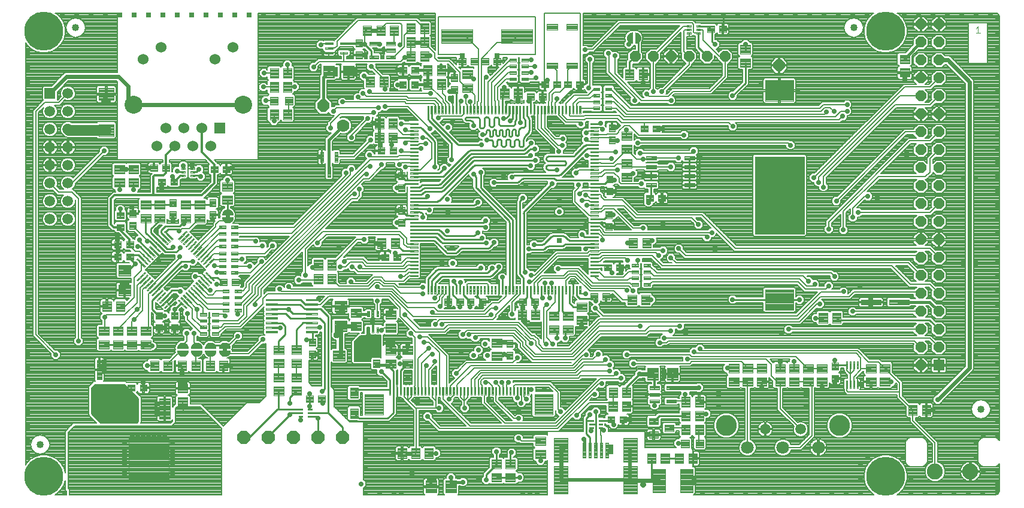
<source format=gtl>
G75*
%MOIN*%
%OFA0B0*%
%FSLAX25Y25*%
%IPPOS*%
%LPD*%
%AMOC8*
5,1,8,0,0,1.08239X$1,22.5*
%
%ADD10C,0.00400*%
%ADD11C,0.04000*%
%ADD12C,0.00394*%
%ADD13C,0.00409*%
%ADD14C,0.00402*%
%ADD15C,0.00425*%
%ADD16C,0.00457*%
%ADD17C,0.00378*%
%ADD18C,0.00390*%
%ADD19R,0.05906X0.05906*%
%ADD20OC8,0.05906*%
%ADD21C,0.05906*%
%ADD22OC8,0.07087*%
%ADD23C,0.07087*%
%ADD24C,0.11661*%
%ADD25C,0.06000*%
%ADD26R,0.06000X0.06000*%
%ADD27C,0.10000*%
%ADD28C,0.00100*%
%ADD29C,0.00403*%
%ADD30C,0.00396*%
%ADD31C,0.00413*%
%ADD32C,0.00404*%
%ADD33OC8,0.06496*%
%ADD34C,0.08858*%
%ADD35C,0.00390*%
%ADD36C,0.07000*%
%ADD37C,0.01400*%
%ADD38C,0.00406*%
%ADD39C,0.00276*%
%ADD40C,0.00354*%
%ADD41C,0.00374*%
%ADD42C,0.21654*%
%ADD43OC8,0.02781*%
%ADD44R,0.02781X0.02781*%
%ADD45C,0.00600*%
%ADD46C,0.01000*%
%ADD47C,0.00800*%
%ADD48C,0.01600*%
%ADD49C,0.00900*%
%ADD50C,0.01200*%
%ADD51C,0.04000*%
%ADD52OC8,0.03569*%
%ADD53C,0.02400*%
%ADD54C,0.06000*%
%ADD55C,0.03200*%
%ADD56C,0.02000*%
%ADD57OC8,0.03175*%
D10*
X0130028Y0220104D02*
X0130028Y0221704D01*
X0130028Y0220104D02*
X0129428Y0220104D01*
X0129428Y0221704D01*
X0130028Y0221704D01*
X0130028Y0220503D02*
X0129428Y0220503D01*
X0129428Y0220902D02*
X0130028Y0220902D01*
X0130028Y0221301D02*
X0129428Y0221301D01*
X0129428Y0221700D02*
X0130028Y0221700D01*
X0130028Y0225104D02*
X0130028Y0226704D01*
X0130028Y0225104D02*
X0129428Y0225104D01*
X0129428Y0226704D01*
X0130028Y0226704D01*
X0130028Y0225503D02*
X0129428Y0225503D01*
X0129428Y0225902D02*
X0130028Y0225902D01*
X0130028Y0226301D02*
X0129428Y0226301D01*
X0129428Y0226700D02*
X0130028Y0226700D01*
X0137128Y0226704D02*
X0137128Y0225104D01*
X0137128Y0226704D02*
X0137728Y0226704D01*
X0137728Y0225104D01*
X0137128Y0225104D01*
X0137128Y0225503D02*
X0137728Y0225503D01*
X0137728Y0225902D02*
X0137128Y0225902D01*
X0137128Y0226301D02*
X0137728Y0226301D01*
X0137728Y0226700D02*
X0137128Y0226700D01*
X0137128Y0221704D02*
X0137128Y0220104D01*
X0137128Y0221704D02*
X0137728Y0221704D01*
X0137728Y0220104D01*
X0137128Y0220104D01*
X0137128Y0220503D02*
X0137728Y0220503D01*
X0137728Y0220902D02*
X0137128Y0220902D01*
X0137128Y0221301D02*
X0137728Y0221301D01*
X0137728Y0221700D02*
X0137128Y0221700D01*
X0144828Y0221704D02*
X0144828Y0220104D01*
X0144828Y0221704D02*
X0145428Y0221704D01*
X0145428Y0220104D01*
X0144828Y0220104D01*
X0144828Y0220503D02*
X0145428Y0220503D01*
X0145428Y0220902D02*
X0144828Y0220902D01*
X0144828Y0221301D02*
X0145428Y0221301D01*
X0145428Y0221700D02*
X0144828Y0221700D01*
X0144828Y0225104D02*
X0144828Y0226704D01*
X0145428Y0226704D01*
X0145428Y0225104D01*
X0144828Y0225104D01*
X0144828Y0225503D02*
X0145428Y0225503D01*
X0145428Y0225902D02*
X0144828Y0225902D01*
X0144828Y0226301D02*
X0145428Y0226301D01*
X0145428Y0226700D02*
X0144828Y0226700D01*
X0152778Y0226704D02*
X0152778Y0223604D01*
X0152778Y0226704D02*
X0153378Y0226704D01*
X0153378Y0223604D01*
X0152778Y0223604D01*
X0152778Y0224003D02*
X0153378Y0224003D01*
X0153378Y0224402D02*
X0152778Y0224402D01*
X0152778Y0224801D02*
X0153378Y0224801D01*
X0153378Y0225200D02*
X0152778Y0225200D01*
X0152778Y0225599D02*
X0153378Y0225599D01*
X0153378Y0225998D02*
X0152778Y0225998D01*
X0152778Y0226397D02*
X0153378Y0226397D01*
X0152778Y0221704D02*
X0152778Y0220104D01*
X0152778Y0221704D02*
X0153378Y0221704D01*
X0153378Y0220104D01*
X0152778Y0220104D01*
X0152778Y0220503D02*
X0153378Y0220503D01*
X0153378Y0220902D02*
X0152778Y0220902D01*
X0152778Y0221301D02*
X0153378Y0221301D01*
X0153378Y0221700D02*
X0152778Y0221700D01*
X0154428Y0294354D02*
X0154428Y0295954D01*
X0155028Y0295954D01*
X0155028Y0294354D01*
X0154428Y0294354D01*
X0154428Y0294753D02*
X0155028Y0294753D01*
X0155028Y0295152D02*
X0154428Y0295152D01*
X0154428Y0295551D02*
X0155028Y0295551D01*
X0155028Y0295950D02*
X0154428Y0295950D01*
X0154428Y0297854D02*
X0154428Y0300954D01*
X0155028Y0300954D01*
X0155028Y0297854D01*
X0154428Y0297854D01*
X0154428Y0298253D02*
X0155028Y0298253D01*
X0155028Y0298652D02*
X0154428Y0298652D01*
X0154428Y0299051D02*
X0155028Y0299051D01*
X0155028Y0299450D02*
X0154428Y0299450D01*
X0154428Y0299849D02*
X0155028Y0299849D01*
X0155028Y0300248D02*
X0154428Y0300248D01*
X0154428Y0300647D02*
X0155028Y0300647D01*
X0377528Y0396604D02*
X0379128Y0396604D01*
X0377528Y0396604D02*
X0377528Y0397204D01*
X0379128Y0397204D01*
X0379128Y0396604D01*
X0379128Y0397003D02*
X0377528Y0397003D01*
X0382528Y0396604D02*
X0384128Y0396604D01*
X0382528Y0396604D02*
X0382528Y0397204D01*
X0384128Y0397204D01*
X0384128Y0396604D01*
X0384128Y0397003D02*
X0382528Y0397003D01*
X0571199Y0399684D02*
X0573601Y0399684D01*
X0572400Y0399684D02*
X0572400Y0403287D01*
X0571199Y0402086D01*
X0505581Y0216854D02*
X0505581Y0212654D01*
X0504981Y0212654D01*
X0504981Y0216854D01*
X0505581Y0216854D01*
X0505581Y0213053D02*
X0504981Y0213053D01*
X0504981Y0213452D02*
X0505581Y0213452D01*
X0505581Y0213851D02*
X0504981Y0213851D01*
X0504981Y0214250D02*
X0505581Y0214250D01*
X0505581Y0214649D02*
X0504981Y0214649D01*
X0504981Y0215048D02*
X0505581Y0215048D01*
X0505581Y0215447D02*
X0504981Y0215447D01*
X0504981Y0215846D02*
X0505581Y0215846D01*
X0505581Y0216245D02*
X0504981Y0216245D01*
X0504981Y0216644D02*
X0505581Y0216644D01*
X0503613Y0216854D02*
X0503613Y0212654D01*
X0503013Y0212654D01*
X0503013Y0216854D01*
X0503613Y0216854D01*
X0503613Y0213053D02*
X0503013Y0213053D01*
X0503013Y0213452D02*
X0503613Y0213452D01*
X0503613Y0213851D02*
X0503013Y0213851D01*
X0503013Y0214250D02*
X0503613Y0214250D01*
X0503613Y0214649D02*
X0503013Y0214649D01*
X0503013Y0215048D02*
X0503613Y0215048D01*
X0503613Y0215447D02*
X0503013Y0215447D01*
X0503013Y0215846D02*
X0503613Y0215846D01*
X0503613Y0216245D02*
X0503013Y0216245D01*
X0503013Y0216644D02*
X0503613Y0216644D01*
X0501644Y0216854D02*
X0501644Y0212654D01*
X0501044Y0212654D01*
X0501044Y0216854D01*
X0501644Y0216854D01*
X0501644Y0213053D02*
X0501044Y0213053D01*
X0501044Y0213452D02*
X0501644Y0213452D01*
X0501644Y0213851D02*
X0501044Y0213851D01*
X0501044Y0214250D02*
X0501644Y0214250D01*
X0501644Y0214649D02*
X0501044Y0214649D01*
X0501044Y0215048D02*
X0501644Y0215048D01*
X0501644Y0215447D02*
X0501044Y0215447D01*
X0501044Y0215846D02*
X0501644Y0215846D01*
X0501644Y0216245D02*
X0501044Y0216245D01*
X0501044Y0216644D02*
X0501644Y0216644D01*
X0499676Y0216854D02*
X0499676Y0212654D01*
X0499076Y0212654D01*
X0499076Y0216854D01*
X0499676Y0216854D01*
X0499676Y0213053D02*
X0499076Y0213053D01*
X0499076Y0213452D02*
X0499676Y0213452D01*
X0499676Y0213851D02*
X0499076Y0213851D01*
X0499076Y0214250D02*
X0499676Y0214250D01*
X0499676Y0214649D02*
X0499076Y0214649D01*
X0499076Y0215048D02*
X0499676Y0215048D01*
X0499676Y0215447D02*
X0499076Y0215447D01*
X0499076Y0215846D02*
X0499676Y0215846D01*
X0499676Y0216245D02*
X0499076Y0216245D01*
X0499076Y0216644D02*
X0499676Y0216644D01*
X0499676Y0206054D02*
X0499676Y0201854D01*
X0499076Y0201854D01*
X0499076Y0206054D01*
X0499676Y0206054D01*
X0499676Y0202253D02*
X0499076Y0202253D01*
X0499076Y0202652D02*
X0499676Y0202652D01*
X0499676Y0203051D02*
X0499076Y0203051D01*
X0499076Y0203450D02*
X0499676Y0203450D01*
X0499676Y0203849D02*
X0499076Y0203849D01*
X0499076Y0204248D02*
X0499676Y0204248D01*
X0499676Y0204647D02*
X0499076Y0204647D01*
X0499076Y0205046D02*
X0499676Y0205046D01*
X0499676Y0205445D02*
X0499076Y0205445D01*
X0499076Y0205844D02*
X0499676Y0205844D01*
X0501644Y0206054D02*
X0501644Y0201854D01*
X0501044Y0201854D01*
X0501044Y0206054D01*
X0501644Y0206054D01*
X0501644Y0202253D02*
X0501044Y0202253D01*
X0501044Y0202652D02*
X0501644Y0202652D01*
X0501644Y0203051D02*
X0501044Y0203051D01*
X0501044Y0203450D02*
X0501644Y0203450D01*
X0501644Y0203849D02*
X0501044Y0203849D01*
X0501044Y0204248D02*
X0501644Y0204248D01*
X0501644Y0204647D02*
X0501044Y0204647D01*
X0501044Y0205046D02*
X0501644Y0205046D01*
X0501644Y0205445D02*
X0501044Y0205445D01*
X0501044Y0205844D02*
X0501644Y0205844D01*
X0503613Y0206054D02*
X0503613Y0201854D01*
X0503013Y0201854D01*
X0503013Y0206054D01*
X0503613Y0206054D01*
X0503613Y0202253D02*
X0503013Y0202253D01*
X0503013Y0202652D02*
X0503613Y0202652D01*
X0503613Y0203051D02*
X0503013Y0203051D01*
X0503013Y0203450D02*
X0503613Y0203450D01*
X0503613Y0203849D02*
X0503013Y0203849D01*
X0503013Y0204248D02*
X0503613Y0204248D01*
X0503613Y0204647D02*
X0503013Y0204647D01*
X0503013Y0205046D02*
X0503613Y0205046D01*
X0503613Y0205445D02*
X0503013Y0205445D01*
X0503013Y0205844D02*
X0503613Y0205844D01*
X0505581Y0206054D02*
X0505581Y0201854D01*
X0504981Y0201854D01*
X0504981Y0206054D01*
X0505581Y0206054D01*
X0505581Y0202253D02*
X0504981Y0202253D01*
X0504981Y0202652D02*
X0505581Y0202652D01*
X0505581Y0203051D02*
X0504981Y0203051D01*
X0504981Y0203450D02*
X0505581Y0203450D01*
X0505581Y0203849D02*
X0504981Y0203849D01*
X0504981Y0204248D02*
X0505581Y0204248D01*
X0505581Y0204647D02*
X0504981Y0204647D01*
X0504981Y0205046D02*
X0505581Y0205046D01*
X0505581Y0205445D02*
X0504981Y0205445D01*
X0504981Y0205844D02*
X0505581Y0205844D01*
D11*
X0574077Y0190035D03*
X0503210Y0402634D03*
X0070139Y0402634D03*
X0050454Y0170350D03*
D12*
X0099164Y0200283D02*
X0103100Y0200283D01*
X0099164Y0200283D02*
X0099164Y0203825D01*
X0103100Y0203825D01*
X0103100Y0200283D01*
X0103100Y0200676D02*
X0099164Y0200676D01*
X0099164Y0201069D02*
X0103100Y0201069D01*
X0103100Y0201462D02*
X0099164Y0201462D01*
X0099164Y0201855D02*
X0103100Y0201855D01*
X0103100Y0202248D02*
X0099164Y0202248D01*
X0099164Y0202641D02*
X0103100Y0202641D01*
X0103100Y0203034D02*
X0099164Y0203034D01*
X0099164Y0203427D02*
X0103100Y0203427D01*
X0103100Y0203820D02*
X0099164Y0203820D01*
X0105857Y0200283D02*
X0109793Y0200283D01*
X0105857Y0200283D02*
X0105857Y0203825D01*
X0109793Y0203825D01*
X0109793Y0200283D01*
X0109793Y0200676D02*
X0105857Y0200676D01*
X0105857Y0201069D02*
X0109793Y0201069D01*
X0109793Y0201462D02*
X0105857Y0201462D01*
X0105857Y0201855D02*
X0109793Y0201855D01*
X0109793Y0202248D02*
X0105857Y0202248D01*
X0105857Y0202641D02*
X0109793Y0202641D01*
X0109793Y0203034D02*
X0105857Y0203034D01*
X0105857Y0203427D02*
X0109793Y0203427D01*
X0109793Y0203820D02*
X0105857Y0203820D01*
X0142853Y0231502D02*
X0142853Y0233076D01*
X0142853Y0231502D02*
X0139311Y0231502D01*
X0139311Y0233076D01*
X0142853Y0233076D01*
X0142853Y0231895D02*
X0139311Y0231895D01*
X0139311Y0232288D02*
X0142853Y0232288D01*
X0142853Y0232681D02*
X0139311Y0232681D01*
X0139311Y0233074D02*
X0142853Y0233074D01*
X0142853Y0235046D02*
X0142853Y0236620D01*
X0142853Y0235046D02*
X0139311Y0235046D01*
X0139311Y0236620D01*
X0142853Y0236620D01*
X0142853Y0235439D02*
X0139311Y0235439D01*
X0139311Y0235832D02*
X0142853Y0235832D01*
X0142853Y0236225D02*
X0139311Y0236225D01*
X0139311Y0236618D02*
X0142853Y0236618D01*
X0142853Y0238589D02*
X0142853Y0240163D01*
X0142853Y0238589D02*
X0139311Y0238589D01*
X0139311Y0240163D01*
X0142853Y0240163D01*
X0142853Y0238982D02*
X0139311Y0238982D01*
X0139311Y0239375D02*
X0142853Y0239375D01*
X0142853Y0239768D02*
X0139311Y0239768D01*
X0139311Y0240161D02*
X0142853Y0240161D01*
X0142853Y0242132D02*
X0142853Y0243706D01*
X0142853Y0242132D02*
X0139311Y0242132D01*
X0139311Y0243706D01*
X0142853Y0243706D01*
X0142853Y0242525D02*
X0139311Y0242525D01*
X0139311Y0242918D02*
X0142853Y0242918D01*
X0142853Y0243311D02*
X0139311Y0243311D01*
X0139311Y0243704D02*
X0142853Y0243704D01*
X0149546Y0243706D02*
X0149546Y0242132D01*
X0146004Y0242132D01*
X0146004Y0243706D01*
X0149546Y0243706D01*
X0149546Y0242525D02*
X0146004Y0242525D01*
X0146004Y0242918D02*
X0149546Y0242918D01*
X0149546Y0243311D02*
X0146004Y0243311D01*
X0146004Y0243704D02*
X0149546Y0243704D01*
X0155503Y0244502D02*
X0155503Y0246076D01*
X0155503Y0244502D02*
X0151961Y0244502D01*
X0151961Y0246076D01*
X0155503Y0246076D01*
X0155503Y0244895D02*
X0151961Y0244895D01*
X0151961Y0245288D02*
X0155503Y0245288D01*
X0155503Y0245681D02*
X0151961Y0245681D01*
X0151961Y0246074D02*
X0155503Y0246074D01*
X0155503Y0248046D02*
X0155503Y0249620D01*
X0155503Y0248046D02*
X0151961Y0248046D01*
X0151961Y0249620D01*
X0155503Y0249620D01*
X0155503Y0248439D02*
X0151961Y0248439D01*
X0151961Y0248832D02*
X0155503Y0248832D01*
X0155503Y0249225D02*
X0151961Y0249225D01*
X0151961Y0249618D02*
X0155503Y0249618D01*
X0155503Y0251589D02*
X0155503Y0253163D01*
X0155503Y0251589D02*
X0151961Y0251589D01*
X0151961Y0253163D01*
X0155503Y0253163D01*
X0155503Y0251982D02*
X0151961Y0251982D01*
X0151961Y0252375D02*
X0155503Y0252375D01*
X0155503Y0252768D02*
X0151961Y0252768D01*
X0151961Y0253161D02*
X0155503Y0253161D01*
X0155503Y0255132D02*
X0155503Y0256706D01*
X0155503Y0255132D02*
X0151961Y0255132D01*
X0151961Y0256706D01*
X0155503Y0256706D01*
X0155503Y0255525D02*
X0151961Y0255525D01*
X0151961Y0255918D02*
X0155503Y0255918D01*
X0155503Y0256311D02*
X0151961Y0256311D01*
X0151961Y0256704D02*
X0155503Y0256704D01*
X0162196Y0256706D02*
X0162196Y0255132D01*
X0158654Y0255132D01*
X0158654Y0256706D01*
X0162196Y0256706D01*
X0162196Y0255525D02*
X0158654Y0255525D01*
X0158654Y0255918D02*
X0162196Y0255918D01*
X0162196Y0256311D02*
X0158654Y0256311D01*
X0158654Y0256704D02*
X0162196Y0256704D01*
X0162196Y0253163D02*
X0162196Y0251589D01*
X0158654Y0251589D01*
X0158654Y0253163D01*
X0162196Y0253163D01*
X0162196Y0251982D02*
X0158654Y0251982D01*
X0158654Y0252375D02*
X0162196Y0252375D01*
X0162196Y0252768D02*
X0158654Y0252768D01*
X0158654Y0253161D02*
X0162196Y0253161D01*
X0162196Y0249620D02*
X0162196Y0248046D01*
X0158654Y0248046D01*
X0158654Y0249620D01*
X0162196Y0249620D01*
X0162196Y0248439D02*
X0158654Y0248439D01*
X0158654Y0248832D02*
X0162196Y0248832D01*
X0162196Y0249225D02*
X0158654Y0249225D01*
X0158654Y0249618D02*
X0162196Y0249618D01*
X0162196Y0246076D02*
X0162196Y0244502D01*
X0158654Y0244502D01*
X0158654Y0246076D01*
X0162196Y0246076D01*
X0162196Y0244895D02*
X0158654Y0244895D01*
X0158654Y0245288D02*
X0162196Y0245288D01*
X0162196Y0245681D02*
X0158654Y0245681D01*
X0158654Y0246074D02*
X0162196Y0246074D01*
X0149546Y0240163D02*
X0149546Y0238589D01*
X0146004Y0238589D01*
X0146004Y0240163D01*
X0149546Y0240163D01*
X0149546Y0238982D02*
X0146004Y0238982D01*
X0146004Y0239375D02*
X0149546Y0239375D01*
X0149546Y0239768D02*
X0146004Y0239768D01*
X0146004Y0240161D02*
X0149546Y0240161D01*
X0149546Y0236620D02*
X0149546Y0235046D01*
X0146004Y0235046D01*
X0146004Y0236620D01*
X0149546Y0236620D01*
X0149546Y0235439D02*
X0146004Y0235439D01*
X0146004Y0235832D02*
X0149546Y0235832D01*
X0149546Y0236225D02*
X0146004Y0236225D01*
X0146004Y0236618D02*
X0149546Y0236618D01*
X0149546Y0233076D02*
X0149546Y0231502D01*
X0146004Y0231502D01*
X0146004Y0233076D01*
X0149546Y0233076D01*
X0149546Y0231895D02*
X0146004Y0231895D01*
X0146004Y0232288D02*
X0149546Y0232288D01*
X0149546Y0232681D02*
X0146004Y0232681D01*
X0146004Y0233074D02*
X0149546Y0233074D01*
X0123407Y0233540D02*
X0123407Y0237476D01*
X0126949Y0237476D01*
X0126949Y0233540D01*
X0123407Y0233540D01*
X0123407Y0233933D02*
X0126949Y0233933D01*
X0126949Y0234326D02*
X0123407Y0234326D01*
X0123407Y0234719D02*
X0126949Y0234719D01*
X0126949Y0235112D02*
X0123407Y0235112D01*
X0123407Y0235505D02*
X0126949Y0235505D01*
X0126949Y0235898D02*
X0123407Y0235898D01*
X0123407Y0236291D02*
X0126949Y0236291D01*
X0126949Y0236684D02*
X0123407Y0236684D01*
X0123407Y0237077D02*
X0126949Y0237077D01*
X0126949Y0237470D02*
X0123407Y0237470D01*
X0123407Y0240233D02*
X0123407Y0244169D01*
X0126949Y0244169D01*
X0126949Y0240233D01*
X0123407Y0240233D01*
X0123407Y0240626D02*
X0126949Y0240626D01*
X0126949Y0241019D02*
X0123407Y0241019D01*
X0123407Y0241412D02*
X0126949Y0241412D01*
X0126949Y0241805D02*
X0123407Y0241805D01*
X0123407Y0242198D02*
X0126949Y0242198D01*
X0126949Y0242591D02*
X0123407Y0242591D01*
X0123407Y0242984D02*
X0126949Y0242984D01*
X0126949Y0243377D02*
X0123407Y0243377D01*
X0123407Y0243770D02*
X0126949Y0243770D01*
X0126949Y0244163D02*
X0123407Y0244163D01*
X0114707Y0244169D02*
X0114707Y0240233D01*
X0114707Y0244169D02*
X0118249Y0244169D01*
X0118249Y0240233D01*
X0114707Y0240233D01*
X0114707Y0240626D02*
X0118249Y0240626D01*
X0118249Y0241019D02*
X0114707Y0241019D01*
X0114707Y0241412D02*
X0118249Y0241412D01*
X0118249Y0241805D02*
X0114707Y0241805D01*
X0114707Y0242198D02*
X0118249Y0242198D01*
X0118249Y0242591D02*
X0114707Y0242591D01*
X0114707Y0242984D02*
X0118249Y0242984D01*
X0118249Y0243377D02*
X0114707Y0243377D01*
X0114707Y0243770D02*
X0118249Y0243770D01*
X0118249Y0244163D02*
X0114707Y0244163D01*
X0114707Y0237476D02*
X0114707Y0233540D01*
X0114707Y0237476D02*
X0118249Y0237476D01*
X0118249Y0233540D01*
X0114707Y0233540D01*
X0114707Y0233933D02*
X0118249Y0233933D01*
X0118249Y0234326D02*
X0114707Y0234326D01*
X0114707Y0234719D02*
X0118249Y0234719D01*
X0118249Y0235112D02*
X0114707Y0235112D01*
X0114707Y0235505D02*
X0118249Y0235505D01*
X0118249Y0235898D02*
X0114707Y0235898D01*
X0114707Y0236291D02*
X0118249Y0236291D01*
X0118249Y0236684D02*
X0114707Y0236684D01*
X0114707Y0237077D02*
X0118249Y0237077D01*
X0118249Y0237470D02*
X0114707Y0237470D01*
X0150314Y0259133D02*
X0154250Y0259133D01*
X0150314Y0259133D02*
X0150314Y0262675D01*
X0154250Y0262675D01*
X0154250Y0259133D01*
X0154250Y0259526D02*
X0150314Y0259526D01*
X0150314Y0259919D02*
X0154250Y0259919D01*
X0154250Y0260312D02*
X0150314Y0260312D01*
X0150314Y0260705D02*
X0154250Y0260705D01*
X0154250Y0261098D02*
X0150314Y0261098D01*
X0150314Y0261491D02*
X0154250Y0261491D01*
X0154250Y0261884D02*
X0150314Y0261884D01*
X0150314Y0262277D02*
X0154250Y0262277D01*
X0154250Y0262670D02*
X0150314Y0262670D01*
X0153653Y0265402D02*
X0153653Y0266976D01*
X0153653Y0265402D02*
X0150111Y0265402D01*
X0150111Y0266976D01*
X0153653Y0266976D01*
X0153653Y0265795D02*
X0150111Y0265795D01*
X0150111Y0266188D02*
X0153653Y0266188D01*
X0153653Y0266581D02*
X0150111Y0266581D01*
X0150111Y0266974D02*
X0153653Y0266974D01*
X0153653Y0268946D02*
X0153653Y0270520D01*
X0153653Y0268946D02*
X0150111Y0268946D01*
X0150111Y0270520D01*
X0153653Y0270520D01*
X0153653Y0269339D02*
X0150111Y0269339D01*
X0150111Y0269732D02*
X0153653Y0269732D01*
X0153653Y0270125D02*
X0150111Y0270125D01*
X0150111Y0270518D02*
X0153653Y0270518D01*
X0153653Y0272489D02*
X0153653Y0274063D01*
X0153653Y0272489D02*
X0150111Y0272489D01*
X0150111Y0274063D01*
X0153653Y0274063D01*
X0153653Y0272882D02*
X0150111Y0272882D01*
X0150111Y0273275D02*
X0153653Y0273275D01*
X0153653Y0273668D02*
X0150111Y0273668D01*
X0150111Y0274061D02*
X0153653Y0274061D01*
X0153653Y0276032D02*
X0153653Y0277606D01*
X0153653Y0276032D02*
X0150111Y0276032D01*
X0150111Y0277606D01*
X0153653Y0277606D01*
X0153653Y0276425D02*
X0150111Y0276425D01*
X0150111Y0276818D02*
X0153653Y0276818D01*
X0153653Y0277211D02*
X0150111Y0277211D01*
X0150111Y0277604D02*
X0153653Y0277604D01*
X0153553Y0280102D02*
X0153553Y0281676D01*
X0153553Y0280102D02*
X0150011Y0280102D01*
X0150011Y0281676D01*
X0153553Y0281676D01*
X0153553Y0280495D02*
X0150011Y0280495D01*
X0150011Y0280888D02*
X0153553Y0280888D01*
X0153553Y0281281D02*
X0150011Y0281281D01*
X0150011Y0281674D02*
X0153553Y0281674D01*
X0153553Y0283646D02*
X0153553Y0285220D01*
X0153553Y0283646D02*
X0150011Y0283646D01*
X0150011Y0285220D01*
X0153553Y0285220D01*
X0153553Y0284039D02*
X0150011Y0284039D01*
X0150011Y0284432D02*
X0153553Y0284432D01*
X0153553Y0284825D02*
X0150011Y0284825D01*
X0150011Y0285218D02*
X0153553Y0285218D01*
X0153553Y0287189D02*
X0153553Y0288763D01*
X0153553Y0287189D02*
X0150011Y0287189D01*
X0150011Y0288763D01*
X0153553Y0288763D01*
X0153553Y0287582D02*
X0150011Y0287582D01*
X0150011Y0287975D02*
X0153553Y0287975D01*
X0153553Y0288368D02*
X0150011Y0288368D01*
X0150011Y0288761D02*
X0153553Y0288761D01*
X0153553Y0290732D02*
X0153553Y0292306D01*
X0153553Y0290732D02*
X0150011Y0290732D01*
X0150011Y0292306D01*
X0153553Y0292306D01*
X0153553Y0291125D02*
X0150011Y0291125D01*
X0150011Y0291518D02*
X0153553Y0291518D01*
X0153553Y0291911D02*
X0150011Y0291911D01*
X0150011Y0292304D02*
X0153553Y0292304D01*
X0160246Y0292306D02*
X0160246Y0290732D01*
X0156704Y0290732D01*
X0156704Y0292306D01*
X0160246Y0292306D01*
X0160246Y0291125D02*
X0156704Y0291125D01*
X0156704Y0291518D02*
X0160246Y0291518D01*
X0160246Y0291911D02*
X0156704Y0291911D01*
X0156704Y0292304D02*
X0160246Y0292304D01*
X0160246Y0288763D02*
X0160246Y0287189D01*
X0156704Y0287189D01*
X0156704Y0288763D01*
X0160246Y0288763D01*
X0160246Y0287582D02*
X0156704Y0287582D01*
X0156704Y0287975D02*
X0160246Y0287975D01*
X0160246Y0288368D02*
X0156704Y0288368D01*
X0156704Y0288761D02*
X0160246Y0288761D01*
X0160246Y0285220D02*
X0160246Y0283646D01*
X0156704Y0283646D01*
X0156704Y0285220D01*
X0160246Y0285220D01*
X0160246Y0284039D02*
X0156704Y0284039D01*
X0156704Y0284432D02*
X0160246Y0284432D01*
X0160246Y0284825D02*
X0156704Y0284825D01*
X0156704Y0285218D02*
X0160246Y0285218D01*
X0160246Y0281676D02*
X0160246Y0280102D01*
X0156704Y0280102D01*
X0156704Y0281676D01*
X0160246Y0281676D01*
X0160246Y0280495D02*
X0156704Y0280495D01*
X0156704Y0280888D02*
X0160246Y0280888D01*
X0160246Y0281281D02*
X0156704Y0281281D01*
X0156704Y0281674D02*
X0160246Y0281674D01*
X0160346Y0277606D02*
X0160346Y0276032D01*
X0156804Y0276032D01*
X0156804Y0277606D01*
X0160346Y0277606D01*
X0160346Y0276425D02*
X0156804Y0276425D01*
X0156804Y0276818D02*
X0160346Y0276818D01*
X0160346Y0277211D02*
X0156804Y0277211D01*
X0156804Y0277604D02*
X0160346Y0277604D01*
X0160346Y0274063D02*
X0160346Y0272489D01*
X0156804Y0272489D01*
X0156804Y0274063D01*
X0160346Y0274063D01*
X0160346Y0272882D02*
X0156804Y0272882D01*
X0156804Y0273275D02*
X0160346Y0273275D01*
X0160346Y0273668D02*
X0156804Y0273668D01*
X0156804Y0274061D02*
X0160346Y0274061D01*
X0160346Y0270520D02*
X0160346Y0268946D01*
X0156804Y0268946D01*
X0156804Y0270520D01*
X0160346Y0270520D01*
X0160346Y0269339D02*
X0156804Y0269339D01*
X0156804Y0269732D02*
X0160346Y0269732D01*
X0160346Y0270125D02*
X0156804Y0270125D01*
X0156804Y0270518D02*
X0160346Y0270518D01*
X0160346Y0266976D02*
X0160346Y0265402D01*
X0156804Y0265402D01*
X0156804Y0266976D01*
X0160346Y0266976D01*
X0160346Y0265795D02*
X0156804Y0265795D01*
X0156804Y0266188D02*
X0160346Y0266188D01*
X0160346Y0266581D02*
X0156804Y0266581D01*
X0156804Y0266974D02*
X0160346Y0266974D01*
X0160943Y0259133D02*
X0157007Y0259133D01*
X0157007Y0262675D01*
X0160943Y0262675D01*
X0160943Y0259133D01*
X0160943Y0259526D02*
X0157007Y0259526D01*
X0157007Y0259919D02*
X0160943Y0259919D01*
X0160943Y0260312D02*
X0157007Y0260312D01*
X0157007Y0260705D02*
X0160943Y0260705D01*
X0160943Y0261098D02*
X0157007Y0261098D01*
X0157007Y0261491D02*
X0160943Y0261491D01*
X0160943Y0261884D02*
X0157007Y0261884D01*
X0157007Y0262277D02*
X0160943Y0262277D01*
X0160943Y0262670D02*
X0157007Y0262670D01*
X0144607Y0296390D02*
X0144607Y0300326D01*
X0148149Y0300326D01*
X0148149Y0296390D01*
X0144607Y0296390D01*
X0144607Y0296783D02*
X0148149Y0296783D01*
X0148149Y0297176D02*
X0144607Y0297176D01*
X0144607Y0297569D02*
X0148149Y0297569D01*
X0148149Y0297962D02*
X0144607Y0297962D01*
X0144607Y0298355D02*
X0148149Y0298355D01*
X0148149Y0298748D02*
X0144607Y0298748D01*
X0144607Y0299141D02*
X0148149Y0299141D01*
X0148149Y0299534D02*
X0144607Y0299534D01*
X0144607Y0299927D02*
X0148149Y0299927D01*
X0148149Y0300320D02*
X0144607Y0300320D01*
X0144607Y0303083D02*
X0144607Y0307019D01*
X0148149Y0307019D01*
X0148149Y0303083D01*
X0144607Y0303083D01*
X0144607Y0303476D02*
X0148149Y0303476D01*
X0148149Y0303869D02*
X0144607Y0303869D01*
X0144607Y0304262D02*
X0148149Y0304262D01*
X0148149Y0304655D02*
X0144607Y0304655D01*
X0144607Y0305048D02*
X0148149Y0305048D01*
X0148149Y0305441D02*
X0144607Y0305441D01*
X0144607Y0305834D02*
X0148149Y0305834D01*
X0148149Y0306227D02*
X0144607Y0306227D01*
X0144607Y0306620D02*
X0148149Y0306620D01*
X0148149Y0307013D02*
X0144607Y0307013D01*
X0145264Y0325525D02*
X0149200Y0325525D01*
X0149200Y0321983D01*
X0145264Y0321983D01*
X0145264Y0325525D01*
X0145264Y0322376D02*
X0149200Y0322376D01*
X0149200Y0322769D02*
X0145264Y0322769D01*
X0145264Y0323162D02*
X0149200Y0323162D01*
X0149200Y0323555D02*
X0145264Y0323555D01*
X0145264Y0323948D02*
X0149200Y0323948D01*
X0149200Y0324341D02*
X0145264Y0324341D01*
X0145264Y0324734D02*
X0149200Y0324734D01*
X0149200Y0325127D02*
X0145264Y0325127D01*
X0145264Y0325520D02*
X0149200Y0325520D01*
X0151957Y0325525D02*
X0155893Y0325525D01*
X0155893Y0321983D01*
X0151957Y0321983D01*
X0151957Y0325525D01*
X0151957Y0322376D02*
X0155893Y0322376D01*
X0155893Y0322769D02*
X0151957Y0322769D01*
X0151957Y0323162D02*
X0155893Y0323162D01*
X0155893Y0323555D02*
X0151957Y0323555D01*
X0151957Y0323948D02*
X0155893Y0323948D01*
X0155893Y0324341D02*
X0151957Y0324341D01*
X0151957Y0324734D02*
X0155893Y0324734D01*
X0155893Y0325127D02*
X0151957Y0325127D01*
X0151957Y0325520D02*
X0155893Y0325520D01*
X0126793Y0318525D02*
X0122857Y0318525D01*
X0126793Y0318525D02*
X0126793Y0314983D01*
X0122857Y0314983D01*
X0122857Y0318525D01*
X0122857Y0315376D02*
X0126793Y0315376D01*
X0126793Y0315769D02*
X0122857Y0315769D01*
X0122857Y0316162D02*
X0126793Y0316162D01*
X0126793Y0316555D02*
X0122857Y0316555D01*
X0122857Y0316948D02*
X0126793Y0316948D01*
X0126793Y0317341D02*
X0122857Y0317341D01*
X0122857Y0317734D02*
X0126793Y0317734D01*
X0126793Y0318127D02*
X0122857Y0318127D01*
X0122857Y0318520D02*
X0126793Y0318520D01*
X0120100Y0318525D02*
X0116164Y0318525D01*
X0120100Y0318525D02*
X0120100Y0314983D01*
X0116164Y0314983D01*
X0116164Y0318525D01*
X0116164Y0315376D02*
X0120100Y0315376D01*
X0120100Y0315769D02*
X0116164Y0315769D01*
X0116164Y0316162D02*
X0120100Y0316162D01*
X0120100Y0316555D02*
X0116164Y0316555D01*
X0116164Y0316948D02*
X0120100Y0316948D01*
X0120100Y0317341D02*
X0116164Y0317341D01*
X0116164Y0317734D02*
X0120100Y0317734D01*
X0120100Y0318127D02*
X0116164Y0318127D01*
X0116164Y0318520D02*
X0120100Y0318520D01*
X0118457Y0322733D02*
X0122393Y0322733D01*
X0118457Y0322733D02*
X0118457Y0326275D01*
X0122393Y0326275D01*
X0122393Y0322733D01*
X0122393Y0323126D02*
X0118457Y0323126D01*
X0118457Y0323519D02*
X0122393Y0323519D01*
X0122393Y0323912D02*
X0118457Y0323912D01*
X0118457Y0324305D02*
X0122393Y0324305D01*
X0122393Y0324698D02*
X0118457Y0324698D01*
X0118457Y0325091D02*
X0122393Y0325091D01*
X0122393Y0325484D02*
X0118457Y0325484D01*
X0118457Y0325877D02*
X0122393Y0325877D01*
X0122393Y0326270D02*
X0118457Y0326270D01*
X0115700Y0322733D02*
X0111764Y0322733D01*
X0111764Y0326275D01*
X0115700Y0326275D01*
X0115700Y0322733D01*
X0115700Y0323126D02*
X0111764Y0323126D01*
X0111764Y0323519D02*
X0115700Y0323519D01*
X0115700Y0323912D02*
X0111764Y0323912D01*
X0111764Y0324305D02*
X0115700Y0324305D01*
X0115700Y0324698D02*
X0111764Y0324698D01*
X0111764Y0325091D02*
X0115700Y0325091D01*
X0115700Y0325484D02*
X0111764Y0325484D01*
X0111764Y0325877D02*
X0115700Y0325877D01*
X0115700Y0326270D02*
X0111764Y0326270D01*
X0122407Y0307019D02*
X0122407Y0303083D01*
X0122407Y0307019D02*
X0125949Y0307019D01*
X0125949Y0303083D01*
X0122407Y0303083D01*
X0122407Y0303476D02*
X0125949Y0303476D01*
X0125949Y0303869D02*
X0122407Y0303869D01*
X0122407Y0304262D02*
X0125949Y0304262D01*
X0125949Y0304655D02*
X0122407Y0304655D01*
X0122407Y0305048D02*
X0125949Y0305048D01*
X0125949Y0305441D02*
X0122407Y0305441D01*
X0122407Y0305834D02*
X0125949Y0305834D01*
X0125949Y0306227D02*
X0122407Y0306227D01*
X0122407Y0306620D02*
X0125949Y0306620D01*
X0125949Y0307013D02*
X0122407Y0307013D01*
X0122407Y0300326D02*
X0122407Y0296390D01*
X0122407Y0300326D02*
X0125949Y0300326D01*
X0125949Y0296390D01*
X0122407Y0296390D01*
X0122407Y0296783D02*
X0125949Y0296783D01*
X0125949Y0297176D02*
X0122407Y0297176D01*
X0122407Y0297569D02*
X0125949Y0297569D01*
X0125949Y0297962D02*
X0122407Y0297962D01*
X0122407Y0298355D02*
X0125949Y0298355D01*
X0125949Y0298748D02*
X0122407Y0298748D01*
X0122407Y0299141D02*
X0125949Y0299141D01*
X0125949Y0299534D02*
X0122407Y0299534D01*
X0122407Y0299927D02*
X0125949Y0299927D01*
X0125949Y0300320D02*
X0122407Y0300320D01*
X0103699Y0301119D02*
X0103699Y0297183D01*
X0100157Y0297183D01*
X0100157Y0301119D01*
X0103699Y0301119D01*
X0103699Y0297576D02*
X0100157Y0297576D01*
X0100157Y0297969D02*
X0103699Y0297969D01*
X0103699Y0298362D02*
X0100157Y0298362D01*
X0100157Y0298755D02*
X0103699Y0298755D01*
X0103699Y0299148D02*
X0100157Y0299148D01*
X0100157Y0299541D02*
X0103699Y0299541D01*
X0103699Y0299934D02*
X0100157Y0299934D01*
X0100157Y0300327D02*
X0103699Y0300327D01*
X0103699Y0300720D02*
X0100157Y0300720D01*
X0100157Y0301113D02*
X0103699Y0301113D01*
X0103699Y0294426D02*
X0103699Y0290490D01*
X0100157Y0290490D01*
X0100157Y0294426D01*
X0103699Y0294426D01*
X0103699Y0290883D02*
X0100157Y0290883D01*
X0100157Y0291276D02*
X0103699Y0291276D01*
X0103699Y0291669D02*
X0100157Y0291669D01*
X0100157Y0292062D02*
X0103699Y0292062D01*
X0103699Y0292455D02*
X0100157Y0292455D01*
X0100157Y0292848D02*
X0103699Y0292848D01*
X0103699Y0293241D02*
X0100157Y0293241D01*
X0100157Y0293634D02*
X0103699Y0293634D01*
X0103699Y0294027D02*
X0100157Y0294027D01*
X0100157Y0294420D02*
X0103699Y0294420D01*
X0093160Y0293179D02*
X0093160Y0289637D01*
X0093160Y0293179D02*
X0097096Y0293179D01*
X0097096Y0289637D01*
X0093160Y0289637D01*
X0093160Y0290030D02*
X0097096Y0290030D01*
X0097096Y0290423D02*
X0093160Y0290423D01*
X0093160Y0290816D02*
X0097096Y0290816D01*
X0097096Y0291209D02*
X0093160Y0291209D01*
X0093160Y0291602D02*
X0097096Y0291602D01*
X0097096Y0291995D02*
X0093160Y0291995D01*
X0093160Y0292388D02*
X0097096Y0292388D01*
X0097096Y0292781D02*
X0093160Y0292781D01*
X0093160Y0293174D02*
X0097096Y0293174D01*
X0093160Y0296330D02*
X0093160Y0299872D01*
X0097096Y0299872D01*
X0097096Y0296330D01*
X0093160Y0296330D01*
X0093160Y0296723D02*
X0097096Y0296723D01*
X0097096Y0297116D02*
X0093160Y0297116D01*
X0093160Y0297509D02*
X0097096Y0297509D01*
X0097096Y0297902D02*
X0093160Y0297902D01*
X0093160Y0298295D02*
X0097096Y0298295D01*
X0097096Y0298688D02*
X0093160Y0298688D01*
X0093160Y0299081D02*
X0097096Y0299081D01*
X0097096Y0299474D02*
X0093160Y0299474D01*
X0093160Y0299867D02*
X0097096Y0299867D01*
X0098257Y0283575D02*
X0102193Y0283575D01*
X0102193Y0280033D01*
X0098257Y0280033D01*
X0098257Y0283575D01*
X0098257Y0280426D02*
X0102193Y0280426D01*
X0102193Y0280819D02*
X0098257Y0280819D01*
X0098257Y0281212D02*
X0102193Y0281212D01*
X0102193Y0281605D02*
X0098257Y0281605D01*
X0098257Y0281998D02*
X0102193Y0281998D01*
X0102193Y0282391D02*
X0098257Y0282391D01*
X0098257Y0282784D02*
X0102193Y0282784D01*
X0102193Y0283177D02*
X0098257Y0283177D01*
X0098257Y0283570D02*
X0102193Y0283570D01*
X0095500Y0283575D02*
X0091564Y0283575D01*
X0095500Y0283575D02*
X0095500Y0280033D01*
X0091564Y0280033D01*
X0091564Y0283575D01*
X0091564Y0280426D02*
X0095500Y0280426D01*
X0095500Y0280819D02*
X0091564Y0280819D01*
X0091564Y0281212D02*
X0095500Y0281212D01*
X0095500Y0281605D02*
X0091564Y0281605D01*
X0091564Y0281998D02*
X0095500Y0281998D01*
X0095500Y0282391D02*
X0091564Y0282391D01*
X0091564Y0282784D02*
X0095500Y0282784D01*
X0095500Y0283177D02*
X0091564Y0283177D01*
X0091564Y0283570D02*
X0095500Y0283570D01*
X0095500Y0276825D02*
X0091564Y0276825D01*
X0095500Y0276825D02*
X0095500Y0273283D01*
X0091564Y0273283D01*
X0091564Y0276825D01*
X0091564Y0273676D02*
X0095500Y0273676D01*
X0095500Y0274069D02*
X0091564Y0274069D01*
X0091564Y0274462D02*
X0095500Y0274462D01*
X0095500Y0274855D02*
X0091564Y0274855D01*
X0091564Y0275248D02*
X0095500Y0275248D01*
X0095500Y0275641D02*
X0091564Y0275641D01*
X0091564Y0276034D02*
X0095500Y0276034D01*
X0095500Y0276427D02*
X0091564Y0276427D01*
X0091564Y0276820D02*
X0095500Y0276820D01*
X0098257Y0276825D02*
X0102193Y0276825D01*
X0102193Y0273283D01*
X0098257Y0273283D01*
X0098257Y0276825D01*
X0098257Y0273676D02*
X0102193Y0273676D01*
X0102193Y0274069D02*
X0098257Y0274069D01*
X0098257Y0274462D02*
X0102193Y0274462D01*
X0102193Y0274855D02*
X0098257Y0274855D01*
X0098257Y0275248D02*
X0102193Y0275248D01*
X0102193Y0275641D02*
X0098257Y0275641D01*
X0098257Y0276034D02*
X0102193Y0276034D01*
X0102193Y0276427D02*
X0098257Y0276427D01*
X0098257Y0276820D02*
X0102193Y0276820D01*
X0200107Y0229369D02*
X0200107Y0225433D01*
X0200107Y0229369D02*
X0203649Y0229369D01*
X0203649Y0225433D01*
X0200107Y0225433D01*
X0200107Y0225826D02*
X0203649Y0225826D01*
X0203649Y0226219D02*
X0200107Y0226219D01*
X0200107Y0226612D02*
X0203649Y0226612D01*
X0203649Y0227005D02*
X0200107Y0227005D01*
X0200107Y0227398D02*
X0203649Y0227398D01*
X0203649Y0227791D02*
X0200107Y0227791D01*
X0200107Y0228184D02*
X0203649Y0228184D01*
X0203649Y0228577D02*
X0200107Y0228577D01*
X0200107Y0228970D02*
X0203649Y0228970D01*
X0203649Y0229363D02*
X0200107Y0229363D01*
X0200107Y0222676D02*
X0200107Y0218740D01*
X0200107Y0222676D02*
X0203649Y0222676D01*
X0203649Y0218740D01*
X0200107Y0218740D01*
X0200107Y0219133D02*
X0203649Y0219133D01*
X0203649Y0219526D02*
X0200107Y0219526D01*
X0200107Y0219919D02*
X0203649Y0219919D01*
X0203649Y0220312D02*
X0200107Y0220312D01*
X0200107Y0220705D02*
X0203649Y0220705D01*
X0203649Y0221098D02*
X0200107Y0221098D01*
X0200107Y0221491D02*
X0203649Y0221491D01*
X0203649Y0221884D02*
X0200107Y0221884D01*
X0200107Y0222277D02*
X0203649Y0222277D01*
X0203649Y0222670D02*
X0200107Y0222670D01*
X0232429Y0235801D02*
X0233609Y0235801D01*
X0233609Y0232849D01*
X0232429Y0232849D01*
X0232429Y0235801D01*
X0232429Y0233242D02*
X0233609Y0233242D01*
X0233609Y0233635D02*
X0232429Y0233635D01*
X0232429Y0234028D02*
X0233609Y0234028D01*
X0233609Y0234421D02*
X0232429Y0234421D01*
X0232429Y0234814D02*
X0233609Y0234814D01*
X0233609Y0235207D02*
X0232429Y0235207D01*
X0232429Y0235600D02*
X0233609Y0235600D01*
X0234988Y0235801D02*
X0236168Y0235801D01*
X0236168Y0232849D01*
X0234988Y0232849D01*
X0234988Y0235801D01*
X0234988Y0233242D02*
X0236168Y0233242D01*
X0236168Y0233635D02*
X0234988Y0233635D01*
X0234988Y0234028D02*
X0236168Y0234028D01*
X0236168Y0234421D02*
X0234988Y0234421D01*
X0234988Y0234814D02*
X0236168Y0234814D01*
X0236168Y0235207D02*
X0234988Y0235207D01*
X0234988Y0235600D02*
X0236168Y0235600D01*
X0237548Y0235801D02*
X0238728Y0235801D01*
X0238728Y0232849D01*
X0237548Y0232849D01*
X0237548Y0235801D01*
X0237548Y0233242D02*
X0238728Y0233242D01*
X0238728Y0233635D02*
X0237548Y0233635D01*
X0237548Y0234028D02*
X0238728Y0234028D01*
X0238728Y0234421D02*
X0237548Y0234421D01*
X0237548Y0234814D02*
X0238728Y0234814D01*
X0238728Y0235207D02*
X0237548Y0235207D01*
X0237548Y0235600D02*
X0238728Y0235600D01*
X0238728Y0244659D02*
X0237548Y0244659D01*
X0238728Y0244659D02*
X0238728Y0241707D01*
X0237548Y0241707D01*
X0237548Y0244659D01*
X0237548Y0242100D02*
X0238728Y0242100D01*
X0238728Y0242493D02*
X0237548Y0242493D01*
X0237548Y0242886D02*
X0238728Y0242886D01*
X0238728Y0243279D02*
X0237548Y0243279D01*
X0237548Y0243672D02*
X0238728Y0243672D01*
X0238728Y0244065D02*
X0237548Y0244065D01*
X0237548Y0244458D02*
X0238728Y0244458D01*
X0233609Y0244659D02*
X0232429Y0244659D01*
X0233609Y0244659D02*
X0233609Y0241707D01*
X0232429Y0241707D01*
X0232429Y0244659D01*
X0232429Y0242100D02*
X0233609Y0242100D01*
X0233609Y0242493D02*
X0232429Y0242493D01*
X0232429Y0242886D02*
X0233609Y0242886D01*
X0233609Y0243279D02*
X0232429Y0243279D01*
X0232429Y0243672D02*
X0233609Y0243672D01*
X0233609Y0244065D02*
X0232429Y0244065D01*
X0232429Y0244458D02*
X0233609Y0244458D01*
X0239249Y0227937D02*
X0239249Y0223607D01*
X0235707Y0223607D01*
X0235707Y0227937D01*
X0239249Y0227937D01*
X0239249Y0224000D02*
X0235707Y0224000D01*
X0235707Y0224393D02*
X0239249Y0224393D01*
X0239249Y0224786D02*
X0235707Y0224786D01*
X0235707Y0225179D02*
X0239249Y0225179D01*
X0239249Y0225572D02*
X0235707Y0225572D01*
X0235707Y0225965D02*
X0239249Y0225965D01*
X0239249Y0226358D02*
X0235707Y0226358D01*
X0235707Y0226751D02*
X0239249Y0226751D01*
X0239249Y0227144D02*
X0235707Y0227144D01*
X0235707Y0227537D02*
X0239249Y0227537D01*
X0239249Y0227930D02*
X0235707Y0227930D01*
X0239249Y0217701D02*
X0239249Y0213371D01*
X0235707Y0213371D01*
X0235707Y0217701D01*
X0239249Y0217701D01*
X0239249Y0213764D02*
X0235707Y0213764D01*
X0235707Y0214157D02*
X0239249Y0214157D01*
X0239249Y0214550D02*
X0235707Y0214550D01*
X0235707Y0214943D02*
X0239249Y0214943D01*
X0239249Y0215336D02*
X0235707Y0215336D01*
X0235707Y0215729D02*
X0239249Y0215729D01*
X0239249Y0216122D02*
X0235707Y0216122D01*
X0235707Y0216515D02*
X0239249Y0216515D01*
X0239249Y0216908D02*
X0235707Y0216908D01*
X0235707Y0217301D02*
X0239249Y0217301D01*
X0239249Y0217694D02*
X0235707Y0217694D01*
X0209043Y0194033D02*
X0205107Y0194033D01*
X0205107Y0197575D01*
X0209043Y0197575D01*
X0209043Y0194033D01*
X0209043Y0194426D02*
X0205107Y0194426D01*
X0205107Y0194819D02*
X0209043Y0194819D01*
X0209043Y0195212D02*
X0205107Y0195212D01*
X0205107Y0195605D02*
X0209043Y0195605D01*
X0209043Y0195998D02*
X0205107Y0195998D01*
X0205107Y0196391D02*
X0209043Y0196391D01*
X0209043Y0196784D02*
X0205107Y0196784D01*
X0205107Y0197177D02*
X0209043Y0197177D01*
X0209043Y0197570D02*
X0205107Y0197570D01*
X0202350Y0194033D02*
X0198414Y0194033D01*
X0198414Y0197575D01*
X0202350Y0197575D01*
X0202350Y0194033D01*
X0202350Y0194426D02*
X0198414Y0194426D01*
X0198414Y0194819D02*
X0202350Y0194819D01*
X0202350Y0195212D02*
X0198414Y0195212D01*
X0198414Y0195605D02*
X0202350Y0195605D01*
X0202350Y0195998D02*
X0198414Y0195998D01*
X0198414Y0196391D02*
X0202350Y0196391D01*
X0202350Y0196784D02*
X0198414Y0196784D01*
X0198414Y0197177D02*
X0202350Y0197177D01*
X0202350Y0197570D02*
X0198414Y0197570D01*
X0275314Y0251675D02*
X0279250Y0251675D01*
X0279250Y0248133D01*
X0275314Y0248133D01*
X0275314Y0251675D01*
X0275314Y0248526D02*
X0279250Y0248526D01*
X0279250Y0248919D02*
X0275314Y0248919D01*
X0275314Y0249312D02*
X0279250Y0249312D01*
X0279250Y0249705D02*
X0275314Y0249705D01*
X0275314Y0250098D02*
X0279250Y0250098D01*
X0279250Y0250491D02*
X0275314Y0250491D01*
X0275314Y0250884D02*
X0279250Y0250884D01*
X0279250Y0251277D02*
X0275314Y0251277D01*
X0275314Y0251670D02*
X0279250Y0251670D01*
X0282007Y0251675D02*
X0285943Y0251675D01*
X0285943Y0248133D01*
X0282007Y0248133D01*
X0282007Y0251675D01*
X0282007Y0248526D02*
X0285943Y0248526D01*
X0285943Y0248919D02*
X0282007Y0248919D01*
X0282007Y0249312D02*
X0285943Y0249312D01*
X0285943Y0249705D02*
X0282007Y0249705D01*
X0282007Y0250098D02*
X0285943Y0250098D01*
X0285943Y0250491D02*
X0282007Y0250491D01*
X0282007Y0250884D02*
X0285943Y0250884D01*
X0285943Y0251277D02*
X0282007Y0251277D01*
X0282007Y0251670D02*
X0285943Y0251670D01*
X0287864Y0248133D02*
X0291800Y0248133D01*
X0287864Y0248133D02*
X0287864Y0251675D01*
X0291800Y0251675D01*
X0291800Y0248133D01*
X0291800Y0248526D02*
X0287864Y0248526D01*
X0287864Y0248919D02*
X0291800Y0248919D01*
X0291800Y0249312D02*
X0287864Y0249312D01*
X0287864Y0249705D02*
X0291800Y0249705D01*
X0291800Y0250098D02*
X0287864Y0250098D01*
X0287864Y0250491D02*
X0291800Y0250491D01*
X0291800Y0250884D02*
X0287864Y0250884D01*
X0287864Y0251277D02*
X0291800Y0251277D01*
X0291800Y0251670D02*
X0287864Y0251670D01*
X0294557Y0248133D02*
X0298493Y0248133D01*
X0294557Y0248133D02*
X0294557Y0251675D01*
X0298493Y0251675D01*
X0298493Y0248133D01*
X0298493Y0248526D02*
X0294557Y0248526D01*
X0294557Y0248919D02*
X0298493Y0248919D01*
X0298493Y0249312D02*
X0294557Y0249312D01*
X0294557Y0249705D02*
X0298493Y0249705D01*
X0298493Y0250098D02*
X0294557Y0250098D01*
X0294557Y0250491D02*
X0298493Y0250491D01*
X0298493Y0250884D02*
X0294557Y0250884D01*
X0294557Y0251277D02*
X0298493Y0251277D01*
X0298493Y0251670D02*
X0294557Y0251670D01*
X0317064Y0251675D02*
X0321000Y0251675D01*
X0321000Y0248133D01*
X0317064Y0248133D01*
X0317064Y0251675D01*
X0317064Y0248526D02*
X0321000Y0248526D01*
X0321000Y0248919D02*
X0317064Y0248919D01*
X0317064Y0249312D02*
X0321000Y0249312D01*
X0321000Y0249705D02*
X0317064Y0249705D01*
X0317064Y0250098D02*
X0321000Y0250098D01*
X0321000Y0250491D02*
X0317064Y0250491D01*
X0317064Y0250884D02*
X0321000Y0250884D01*
X0321000Y0251277D02*
X0317064Y0251277D01*
X0317064Y0251670D02*
X0321000Y0251670D01*
X0323757Y0251675D02*
X0327693Y0251675D01*
X0327693Y0248133D01*
X0323757Y0248133D01*
X0323757Y0251675D01*
X0323757Y0248526D02*
X0327693Y0248526D01*
X0327693Y0248919D02*
X0323757Y0248919D01*
X0323757Y0249312D02*
X0327693Y0249312D01*
X0327693Y0249705D02*
X0323757Y0249705D01*
X0323757Y0250098D02*
X0327693Y0250098D01*
X0327693Y0250491D02*
X0323757Y0250491D01*
X0323757Y0250884D02*
X0327693Y0250884D01*
X0327693Y0251277D02*
X0323757Y0251277D01*
X0323757Y0251670D02*
X0327693Y0251670D01*
X0356764Y0251133D02*
X0360700Y0251133D01*
X0356764Y0251133D02*
X0356764Y0254675D01*
X0360700Y0254675D01*
X0360700Y0251133D01*
X0360700Y0251526D02*
X0356764Y0251526D01*
X0356764Y0251919D02*
X0360700Y0251919D01*
X0360700Y0252312D02*
X0356764Y0252312D01*
X0356764Y0252705D02*
X0360700Y0252705D01*
X0360700Y0253098D02*
X0356764Y0253098D01*
X0356764Y0253491D02*
X0360700Y0253491D01*
X0360700Y0253884D02*
X0356764Y0253884D01*
X0356764Y0254277D02*
X0360700Y0254277D01*
X0360700Y0254670D02*
X0356764Y0254670D01*
X0363457Y0251133D02*
X0367393Y0251133D01*
X0363457Y0251133D02*
X0363457Y0254675D01*
X0367393Y0254675D01*
X0367393Y0251133D01*
X0367393Y0251526D02*
X0363457Y0251526D01*
X0363457Y0251919D02*
X0367393Y0251919D01*
X0367393Y0252312D02*
X0363457Y0252312D01*
X0363457Y0252705D02*
X0367393Y0252705D01*
X0367393Y0253098D02*
X0363457Y0253098D01*
X0363457Y0253491D02*
X0367393Y0253491D01*
X0367393Y0253884D02*
X0363457Y0253884D01*
X0363457Y0254277D02*
X0367393Y0254277D01*
X0367393Y0254670D02*
X0363457Y0254670D01*
X0364364Y0267233D02*
X0368300Y0267233D01*
X0364364Y0267233D02*
X0364364Y0270775D01*
X0368300Y0270775D01*
X0368300Y0267233D01*
X0368300Y0267626D02*
X0364364Y0267626D01*
X0364364Y0268019D02*
X0368300Y0268019D01*
X0368300Y0268412D02*
X0364364Y0268412D01*
X0364364Y0268805D02*
X0368300Y0268805D01*
X0368300Y0269198D02*
X0364364Y0269198D01*
X0364364Y0269591D02*
X0368300Y0269591D01*
X0368300Y0269984D02*
X0364364Y0269984D01*
X0364364Y0270377D02*
X0368300Y0270377D01*
X0368300Y0270770D02*
X0364364Y0270770D01*
X0371057Y0267233D02*
X0374993Y0267233D01*
X0371057Y0267233D02*
X0371057Y0270775D01*
X0374993Y0270775D01*
X0374993Y0267233D01*
X0374993Y0267626D02*
X0371057Y0267626D01*
X0371057Y0268019D02*
X0374993Y0268019D01*
X0374993Y0268412D02*
X0371057Y0268412D01*
X0371057Y0268805D02*
X0374993Y0268805D01*
X0374993Y0269198D02*
X0371057Y0269198D01*
X0371057Y0269591D02*
X0374993Y0269591D01*
X0374993Y0269984D02*
X0371057Y0269984D01*
X0371057Y0270377D02*
X0374993Y0270377D01*
X0374993Y0270770D02*
X0371057Y0270770D01*
X0383303Y0271006D02*
X0383303Y0269432D01*
X0379761Y0269432D01*
X0379761Y0271006D01*
X0383303Y0271006D01*
X0383303Y0269825D02*
X0379761Y0269825D01*
X0379761Y0270218D02*
X0383303Y0270218D01*
X0383303Y0270611D02*
X0379761Y0270611D01*
X0379761Y0271004D02*
X0383303Y0271004D01*
X0383303Y0267463D02*
X0383303Y0265889D01*
X0379761Y0265889D01*
X0379761Y0267463D01*
X0383303Y0267463D01*
X0383303Y0266282D02*
X0379761Y0266282D01*
X0379761Y0266675D02*
X0383303Y0266675D01*
X0383303Y0267068D02*
X0379761Y0267068D01*
X0379761Y0267461D02*
X0383303Y0267461D01*
X0383303Y0263920D02*
X0383303Y0262346D01*
X0379761Y0262346D01*
X0379761Y0263920D01*
X0383303Y0263920D01*
X0383303Y0262739D02*
X0379761Y0262739D01*
X0379761Y0263132D02*
X0383303Y0263132D01*
X0383303Y0263525D02*
X0379761Y0263525D01*
X0379761Y0263918D02*
X0383303Y0263918D01*
X0383303Y0260376D02*
X0383303Y0258802D01*
X0379761Y0258802D01*
X0379761Y0260376D01*
X0383303Y0260376D01*
X0383303Y0259195D02*
X0379761Y0259195D01*
X0379761Y0259588D02*
X0383303Y0259588D01*
X0383303Y0259981D02*
X0379761Y0259981D01*
X0379761Y0260374D02*
X0383303Y0260374D01*
X0389996Y0260376D02*
X0389996Y0258802D01*
X0386454Y0258802D01*
X0386454Y0260376D01*
X0389996Y0260376D01*
X0389996Y0259195D02*
X0386454Y0259195D01*
X0386454Y0259588D02*
X0389996Y0259588D01*
X0389996Y0259981D02*
X0386454Y0259981D01*
X0386454Y0260374D02*
X0389996Y0260374D01*
X0389996Y0262346D02*
X0389996Y0263920D01*
X0389996Y0262346D02*
X0386454Y0262346D01*
X0386454Y0263920D01*
X0389996Y0263920D01*
X0389996Y0262739D02*
X0386454Y0262739D01*
X0386454Y0263132D02*
X0389996Y0263132D01*
X0389996Y0263525D02*
X0386454Y0263525D01*
X0386454Y0263918D02*
X0389996Y0263918D01*
X0389996Y0265889D02*
X0389996Y0267463D01*
X0389996Y0265889D02*
X0386454Y0265889D01*
X0386454Y0267463D01*
X0389996Y0267463D01*
X0389996Y0266282D02*
X0386454Y0266282D01*
X0386454Y0266675D02*
X0389996Y0266675D01*
X0389996Y0267068D02*
X0386454Y0267068D01*
X0386454Y0267461D02*
X0389996Y0267461D01*
X0389996Y0269432D02*
X0389996Y0271006D01*
X0389996Y0269432D02*
X0386454Y0269432D01*
X0386454Y0271006D01*
X0389996Y0271006D01*
X0389996Y0269825D02*
X0386454Y0269825D01*
X0386454Y0270218D02*
X0389996Y0270218D01*
X0389996Y0270611D02*
X0386454Y0270611D01*
X0386454Y0271004D02*
X0389996Y0271004D01*
X0365057Y0289840D02*
X0365057Y0293776D01*
X0368599Y0293776D01*
X0368599Y0289840D01*
X0365057Y0289840D01*
X0365057Y0290233D02*
X0368599Y0290233D01*
X0368599Y0290626D02*
X0365057Y0290626D01*
X0365057Y0291019D02*
X0368599Y0291019D01*
X0368599Y0291412D02*
X0365057Y0291412D01*
X0365057Y0291805D02*
X0368599Y0291805D01*
X0368599Y0292198D02*
X0365057Y0292198D01*
X0365057Y0292591D02*
X0368599Y0292591D01*
X0368599Y0292984D02*
X0365057Y0292984D01*
X0365057Y0293377D02*
X0368599Y0293377D01*
X0368599Y0293770D02*
X0365057Y0293770D01*
X0365057Y0296533D02*
X0365057Y0300469D01*
X0368599Y0300469D01*
X0368599Y0296533D01*
X0365057Y0296533D01*
X0365057Y0296926D02*
X0368599Y0296926D01*
X0368599Y0297319D02*
X0365057Y0297319D01*
X0365057Y0297712D02*
X0368599Y0297712D01*
X0368599Y0298105D02*
X0365057Y0298105D01*
X0365057Y0298498D02*
X0368599Y0298498D01*
X0368599Y0298891D02*
X0365057Y0298891D01*
X0365057Y0299284D02*
X0368599Y0299284D01*
X0368599Y0299677D02*
X0365057Y0299677D01*
X0365057Y0300070D02*
X0368599Y0300070D01*
X0368599Y0300463D02*
X0365057Y0300463D01*
X0365607Y0309590D02*
X0365607Y0313526D01*
X0369149Y0313526D01*
X0369149Y0309590D01*
X0365607Y0309590D01*
X0365607Y0309983D02*
X0369149Y0309983D01*
X0369149Y0310376D02*
X0365607Y0310376D01*
X0365607Y0310769D02*
X0369149Y0310769D01*
X0369149Y0311162D02*
X0365607Y0311162D01*
X0365607Y0311555D02*
X0369149Y0311555D01*
X0369149Y0311948D02*
X0365607Y0311948D01*
X0365607Y0312341D02*
X0369149Y0312341D01*
X0369149Y0312734D02*
X0365607Y0312734D01*
X0365607Y0313127D02*
X0369149Y0313127D01*
X0369149Y0313520D02*
X0365607Y0313520D01*
X0365607Y0316283D02*
X0365607Y0320219D01*
X0369149Y0320219D01*
X0369149Y0316283D01*
X0365607Y0316283D01*
X0365607Y0316676D02*
X0369149Y0316676D01*
X0369149Y0317069D02*
X0365607Y0317069D01*
X0365607Y0317462D02*
X0369149Y0317462D01*
X0369149Y0317855D02*
X0365607Y0317855D01*
X0365607Y0318248D02*
X0369149Y0318248D01*
X0369149Y0318641D02*
X0365607Y0318641D01*
X0365607Y0319034D02*
X0369149Y0319034D01*
X0369149Y0319427D02*
X0365607Y0319427D01*
X0365607Y0319820D02*
X0369149Y0319820D01*
X0369149Y0320213D02*
X0365607Y0320213D01*
X0370449Y0338140D02*
X0370449Y0342076D01*
X0370449Y0338140D02*
X0366907Y0338140D01*
X0366907Y0342076D01*
X0370449Y0342076D01*
X0370449Y0338533D02*
X0366907Y0338533D01*
X0366907Y0338926D02*
X0370449Y0338926D01*
X0370449Y0339319D02*
X0366907Y0339319D01*
X0366907Y0339712D02*
X0370449Y0339712D01*
X0370449Y0340105D02*
X0366907Y0340105D01*
X0366907Y0340498D02*
X0370449Y0340498D01*
X0370449Y0340891D02*
X0366907Y0340891D01*
X0366907Y0341284D02*
X0370449Y0341284D01*
X0370449Y0341677D02*
X0366907Y0341677D01*
X0366907Y0342070D02*
X0370449Y0342070D01*
X0370449Y0344833D02*
X0370449Y0348769D01*
X0370449Y0344833D02*
X0366907Y0344833D01*
X0366907Y0348769D01*
X0370449Y0348769D01*
X0370449Y0345226D02*
X0366907Y0345226D01*
X0366907Y0345619D02*
X0370449Y0345619D01*
X0370449Y0346012D02*
X0366907Y0346012D01*
X0366907Y0346405D02*
X0370449Y0346405D01*
X0370449Y0346798D02*
X0366907Y0346798D01*
X0366907Y0347191D02*
X0370449Y0347191D01*
X0370449Y0347584D02*
X0366907Y0347584D01*
X0366907Y0347977D02*
X0370449Y0347977D01*
X0370449Y0348370D02*
X0366907Y0348370D01*
X0366907Y0348763D02*
X0370449Y0348763D01*
X0368496Y0357002D02*
X0368496Y0358576D01*
X0368496Y0357002D02*
X0364954Y0357002D01*
X0364954Y0358576D01*
X0368496Y0358576D01*
X0368496Y0357395D02*
X0364954Y0357395D01*
X0364954Y0357788D02*
X0368496Y0357788D01*
X0368496Y0358181D02*
X0364954Y0358181D01*
X0364954Y0358574D02*
X0368496Y0358574D01*
X0368496Y0360546D02*
X0368496Y0362120D01*
X0368496Y0360546D02*
X0364954Y0360546D01*
X0364954Y0362120D01*
X0368496Y0362120D01*
X0368496Y0360939D02*
X0364954Y0360939D01*
X0364954Y0361332D02*
X0368496Y0361332D01*
X0368496Y0361725D02*
X0364954Y0361725D01*
X0364954Y0362118D02*
X0368496Y0362118D01*
X0368496Y0364089D02*
X0368496Y0365663D01*
X0368496Y0364089D02*
X0364954Y0364089D01*
X0364954Y0365663D01*
X0368496Y0365663D01*
X0368496Y0364482D02*
X0364954Y0364482D01*
X0364954Y0364875D02*
X0368496Y0364875D01*
X0368496Y0365268D02*
X0364954Y0365268D01*
X0364954Y0365661D02*
X0368496Y0365661D01*
X0368496Y0367632D02*
X0368496Y0369206D01*
X0368496Y0367632D02*
X0364954Y0367632D01*
X0364954Y0369206D01*
X0368496Y0369206D01*
X0368496Y0368025D02*
X0364954Y0368025D01*
X0364954Y0368418D02*
X0368496Y0368418D01*
X0368496Y0368811D02*
X0364954Y0368811D01*
X0364954Y0369204D02*
X0368496Y0369204D01*
X0361803Y0369206D02*
X0361803Y0367632D01*
X0358261Y0367632D01*
X0358261Y0369206D01*
X0361803Y0369206D01*
X0361803Y0368025D02*
X0358261Y0368025D01*
X0358261Y0368418D02*
X0361803Y0368418D01*
X0361803Y0368811D02*
X0358261Y0368811D01*
X0358261Y0369204D02*
X0361803Y0369204D01*
X0361803Y0365663D02*
X0361803Y0364089D01*
X0358261Y0364089D01*
X0358261Y0365663D01*
X0361803Y0365663D01*
X0361803Y0364482D02*
X0358261Y0364482D01*
X0358261Y0364875D02*
X0361803Y0364875D01*
X0361803Y0365268D02*
X0358261Y0365268D01*
X0358261Y0365661D02*
X0361803Y0365661D01*
X0361803Y0362120D02*
X0361803Y0360546D01*
X0358261Y0360546D01*
X0358261Y0362120D01*
X0361803Y0362120D01*
X0361803Y0360939D02*
X0358261Y0360939D01*
X0358261Y0361332D02*
X0361803Y0361332D01*
X0361803Y0361725D02*
X0358261Y0361725D01*
X0358261Y0362118D02*
X0361803Y0362118D01*
X0361803Y0358576D02*
X0361803Y0357002D01*
X0358261Y0357002D01*
X0358261Y0358576D01*
X0361803Y0358576D01*
X0361803Y0357395D02*
X0358261Y0357395D01*
X0358261Y0357788D02*
X0361803Y0357788D01*
X0361803Y0358181D02*
X0358261Y0358181D01*
X0358261Y0358574D02*
X0361803Y0358574D01*
X0352643Y0369233D02*
X0348707Y0369233D01*
X0348707Y0372775D01*
X0352643Y0372775D01*
X0352643Y0369233D01*
X0352643Y0369626D02*
X0348707Y0369626D01*
X0348707Y0370019D02*
X0352643Y0370019D01*
X0352643Y0370412D02*
X0348707Y0370412D01*
X0348707Y0370805D02*
X0352643Y0370805D01*
X0352643Y0371198D02*
X0348707Y0371198D01*
X0348707Y0371591D02*
X0352643Y0371591D01*
X0352643Y0371984D02*
X0348707Y0371984D01*
X0348707Y0372377D02*
X0352643Y0372377D01*
X0352643Y0372770D02*
X0348707Y0372770D01*
X0345950Y0369233D02*
X0342014Y0369233D01*
X0342014Y0372775D01*
X0345950Y0372775D01*
X0345950Y0369233D01*
X0345950Y0369626D02*
X0342014Y0369626D01*
X0342014Y0370019D02*
X0345950Y0370019D01*
X0345950Y0370412D02*
X0342014Y0370412D01*
X0342014Y0370805D02*
X0345950Y0370805D01*
X0345950Y0371198D02*
X0342014Y0371198D01*
X0342014Y0371591D02*
X0345950Y0371591D01*
X0345950Y0371984D02*
X0342014Y0371984D01*
X0342014Y0372377D02*
X0345950Y0372377D01*
X0345950Y0372770D02*
X0342014Y0372770D01*
X0340043Y0372775D02*
X0336107Y0372775D01*
X0340043Y0372775D02*
X0340043Y0369233D01*
X0336107Y0369233D01*
X0336107Y0372775D01*
X0336107Y0369626D02*
X0340043Y0369626D01*
X0340043Y0370019D02*
X0336107Y0370019D01*
X0336107Y0370412D02*
X0340043Y0370412D01*
X0340043Y0370805D02*
X0336107Y0370805D01*
X0336107Y0371198D02*
X0340043Y0371198D01*
X0340043Y0371591D02*
X0336107Y0371591D01*
X0336107Y0371984D02*
X0340043Y0371984D01*
X0340043Y0372377D02*
X0336107Y0372377D01*
X0336107Y0372770D02*
X0340043Y0372770D01*
X0333350Y0372775D02*
X0329414Y0372775D01*
X0333350Y0372775D02*
X0333350Y0369233D01*
X0329414Y0369233D01*
X0329414Y0372775D01*
X0329414Y0369626D02*
X0333350Y0369626D01*
X0333350Y0370019D02*
X0329414Y0370019D01*
X0329414Y0370412D02*
X0333350Y0370412D01*
X0333350Y0370805D02*
X0329414Y0370805D01*
X0329414Y0371198D02*
X0333350Y0371198D01*
X0333350Y0371591D02*
X0329414Y0371591D01*
X0329414Y0371984D02*
X0333350Y0371984D01*
X0333350Y0372377D02*
X0329414Y0372377D01*
X0329414Y0372770D02*
X0333350Y0372770D01*
X0332043Y0362483D02*
X0328107Y0362483D01*
X0328107Y0366025D01*
X0332043Y0366025D01*
X0332043Y0362483D01*
X0332043Y0362876D02*
X0328107Y0362876D01*
X0328107Y0363269D02*
X0332043Y0363269D01*
X0332043Y0363662D02*
X0328107Y0363662D01*
X0328107Y0364055D02*
X0332043Y0364055D01*
X0332043Y0364448D02*
X0328107Y0364448D01*
X0328107Y0364841D02*
X0332043Y0364841D01*
X0332043Y0365234D02*
X0328107Y0365234D01*
X0328107Y0365627D02*
X0332043Y0365627D01*
X0332043Y0366020D02*
X0328107Y0366020D01*
X0325350Y0362483D02*
X0321414Y0362483D01*
X0321414Y0366025D01*
X0325350Y0366025D01*
X0325350Y0362483D01*
X0325350Y0362876D02*
X0321414Y0362876D01*
X0321414Y0363269D02*
X0325350Y0363269D01*
X0325350Y0363662D02*
X0321414Y0363662D01*
X0321414Y0364055D02*
X0325350Y0364055D01*
X0325350Y0364448D02*
X0321414Y0364448D01*
X0321414Y0364841D02*
X0325350Y0364841D01*
X0325350Y0365234D02*
X0321414Y0365234D01*
X0321414Y0365627D02*
X0325350Y0365627D01*
X0325350Y0366020D02*
X0321414Y0366020D01*
X0321996Y0373252D02*
X0321996Y0374826D01*
X0321996Y0373252D02*
X0318454Y0373252D01*
X0318454Y0374826D01*
X0321996Y0374826D01*
X0321996Y0373645D02*
X0318454Y0373645D01*
X0318454Y0374038D02*
X0321996Y0374038D01*
X0321996Y0374431D02*
X0318454Y0374431D01*
X0318454Y0374824D02*
X0321996Y0374824D01*
X0321996Y0376796D02*
X0321996Y0378370D01*
X0321996Y0376796D02*
X0318454Y0376796D01*
X0318454Y0378370D01*
X0321996Y0378370D01*
X0321996Y0377189D02*
X0318454Y0377189D01*
X0318454Y0377582D02*
X0321996Y0377582D01*
X0321996Y0377975D02*
X0318454Y0377975D01*
X0318454Y0378368D02*
X0321996Y0378368D01*
X0321996Y0380339D02*
X0321996Y0381913D01*
X0321996Y0380339D02*
X0318454Y0380339D01*
X0318454Y0381913D01*
X0321996Y0381913D01*
X0321996Y0380732D02*
X0318454Y0380732D01*
X0318454Y0381125D02*
X0321996Y0381125D01*
X0321996Y0381518D02*
X0318454Y0381518D01*
X0318454Y0381911D02*
X0321996Y0381911D01*
X0321996Y0383882D02*
X0321996Y0385456D01*
X0321996Y0383882D02*
X0318454Y0383882D01*
X0318454Y0385456D01*
X0321996Y0385456D01*
X0321996Y0384275D02*
X0318454Y0384275D01*
X0318454Y0384668D02*
X0321996Y0384668D01*
X0321996Y0385061D02*
X0318454Y0385061D01*
X0318454Y0385454D02*
X0321996Y0385454D01*
X0315303Y0385456D02*
X0315303Y0383882D01*
X0311761Y0383882D01*
X0311761Y0385456D01*
X0315303Y0385456D01*
X0315303Y0384275D02*
X0311761Y0384275D01*
X0311761Y0384668D02*
X0315303Y0384668D01*
X0315303Y0385061D02*
X0311761Y0385061D01*
X0311761Y0385454D02*
X0315303Y0385454D01*
X0315303Y0381913D02*
X0315303Y0380339D01*
X0311761Y0380339D01*
X0311761Y0381913D01*
X0315303Y0381913D01*
X0315303Y0380732D02*
X0311761Y0380732D01*
X0311761Y0381125D02*
X0315303Y0381125D01*
X0315303Y0381518D02*
X0311761Y0381518D01*
X0311761Y0381911D02*
X0315303Y0381911D01*
X0315303Y0378370D02*
X0315303Y0376796D01*
X0311761Y0376796D01*
X0311761Y0378370D01*
X0315303Y0378370D01*
X0315303Y0377189D02*
X0311761Y0377189D01*
X0311761Y0377582D02*
X0315303Y0377582D01*
X0315303Y0377975D02*
X0311761Y0377975D01*
X0311761Y0378368D02*
X0315303Y0378368D01*
X0315303Y0374826D02*
X0315303Y0373252D01*
X0311761Y0373252D01*
X0311761Y0374826D01*
X0315303Y0374826D01*
X0315303Y0373645D02*
X0311761Y0373645D01*
X0311761Y0374038D02*
X0315303Y0374038D01*
X0315303Y0374431D02*
X0311761Y0374431D01*
X0311761Y0374824D02*
X0315303Y0374824D01*
X0306593Y0385675D02*
X0302657Y0385675D01*
X0306593Y0385675D02*
X0306593Y0382133D01*
X0302657Y0382133D01*
X0302657Y0385675D01*
X0302657Y0382526D02*
X0306593Y0382526D01*
X0306593Y0382919D02*
X0302657Y0382919D01*
X0302657Y0383312D02*
X0306593Y0383312D01*
X0306593Y0383705D02*
X0302657Y0383705D01*
X0302657Y0384098D02*
X0306593Y0384098D01*
X0306593Y0384491D02*
X0302657Y0384491D01*
X0302657Y0384884D02*
X0306593Y0384884D01*
X0306593Y0385277D02*
X0302657Y0385277D01*
X0302657Y0385670D02*
X0306593Y0385670D01*
X0299900Y0385675D02*
X0295964Y0385675D01*
X0299900Y0385675D02*
X0299900Y0382133D01*
X0295964Y0382133D01*
X0295964Y0385675D01*
X0295964Y0382526D02*
X0299900Y0382526D01*
X0299900Y0382919D02*
X0295964Y0382919D01*
X0295964Y0383312D02*
X0299900Y0383312D01*
X0299900Y0383705D02*
X0295964Y0383705D01*
X0295964Y0384098D02*
X0299900Y0384098D01*
X0299900Y0384491D02*
X0295964Y0384491D01*
X0295964Y0384884D02*
X0299900Y0384884D01*
X0299900Y0385277D02*
X0295964Y0385277D01*
X0295964Y0385670D02*
X0299900Y0385670D01*
X0293993Y0382133D02*
X0290057Y0382133D01*
X0290057Y0385675D01*
X0293993Y0385675D01*
X0293993Y0382133D01*
X0293993Y0382526D02*
X0290057Y0382526D01*
X0290057Y0382919D02*
X0293993Y0382919D01*
X0293993Y0383312D02*
X0290057Y0383312D01*
X0290057Y0383705D02*
X0293993Y0383705D01*
X0293993Y0384098D02*
X0290057Y0384098D01*
X0290057Y0384491D02*
X0293993Y0384491D01*
X0293993Y0384884D02*
X0290057Y0384884D01*
X0290057Y0385277D02*
X0293993Y0385277D01*
X0293993Y0385670D02*
X0290057Y0385670D01*
X0287300Y0382133D02*
X0283364Y0382133D01*
X0283364Y0385675D01*
X0287300Y0385675D01*
X0287300Y0382133D01*
X0287300Y0382526D02*
X0283364Y0382526D01*
X0283364Y0382919D02*
X0287300Y0382919D01*
X0287300Y0383312D02*
X0283364Y0383312D01*
X0283364Y0383705D02*
X0287300Y0383705D01*
X0287300Y0384098D02*
X0283364Y0384098D01*
X0283364Y0384491D02*
X0287300Y0384491D01*
X0287300Y0384884D02*
X0283364Y0384884D01*
X0283364Y0385277D02*
X0287300Y0385277D01*
X0287300Y0385670D02*
X0283364Y0385670D01*
X0282699Y0376669D02*
X0282699Y0372733D01*
X0279157Y0372733D01*
X0279157Y0376669D01*
X0282699Y0376669D01*
X0282699Y0373126D02*
X0279157Y0373126D01*
X0279157Y0373519D02*
X0282699Y0373519D01*
X0282699Y0373912D02*
X0279157Y0373912D01*
X0279157Y0374305D02*
X0282699Y0374305D01*
X0282699Y0374698D02*
X0279157Y0374698D01*
X0279157Y0375091D02*
X0282699Y0375091D01*
X0282699Y0375484D02*
X0279157Y0375484D01*
X0279157Y0375877D02*
X0282699Y0375877D01*
X0282699Y0376270D02*
X0279157Y0376270D01*
X0279157Y0376663D02*
X0282699Y0376663D01*
X0282699Y0369976D02*
X0282699Y0366040D01*
X0279157Y0366040D01*
X0279157Y0369976D01*
X0282699Y0369976D01*
X0282699Y0366433D02*
X0279157Y0366433D01*
X0279157Y0366826D02*
X0282699Y0366826D01*
X0282699Y0367219D02*
X0279157Y0367219D01*
X0279157Y0367612D02*
X0282699Y0367612D01*
X0282699Y0368005D02*
X0279157Y0368005D01*
X0279157Y0368398D02*
X0282699Y0368398D01*
X0282699Y0368791D02*
X0279157Y0368791D01*
X0279157Y0369184D02*
X0282699Y0369184D01*
X0282699Y0369577D02*
X0279157Y0369577D01*
X0279157Y0369970D02*
X0282699Y0369970D01*
X0260646Y0368936D02*
X0257104Y0368936D01*
X0257104Y0372872D01*
X0260646Y0372872D01*
X0260646Y0368936D01*
X0260646Y0369329D02*
X0257104Y0369329D01*
X0257104Y0369722D02*
X0260646Y0369722D01*
X0260646Y0370115D02*
X0257104Y0370115D01*
X0257104Y0370508D02*
X0260646Y0370508D01*
X0260646Y0370901D02*
X0257104Y0370901D01*
X0257104Y0371294D02*
X0260646Y0371294D01*
X0260646Y0371687D02*
X0257104Y0371687D01*
X0257104Y0372080D02*
X0260646Y0372080D01*
X0260646Y0372473D02*
X0257104Y0372473D01*
X0257104Y0372866D02*
X0260646Y0372866D01*
X0253953Y0368936D02*
X0250411Y0368936D01*
X0250411Y0372872D01*
X0253953Y0372872D01*
X0253953Y0368936D01*
X0253953Y0369329D02*
X0250411Y0369329D01*
X0250411Y0369722D02*
X0253953Y0369722D01*
X0253953Y0370115D02*
X0250411Y0370115D01*
X0250411Y0370508D02*
X0253953Y0370508D01*
X0253953Y0370901D02*
X0250411Y0370901D01*
X0250411Y0371294D02*
X0253953Y0371294D01*
X0253953Y0371687D02*
X0250411Y0371687D01*
X0250411Y0372080D02*
X0253953Y0372080D01*
X0253953Y0372473D02*
X0250411Y0372473D01*
X0250411Y0372866D02*
X0253953Y0372866D01*
X0254350Y0380725D02*
X0250414Y0380725D01*
X0254350Y0380725D02*
X0254350Y0377183D01*
X0250414Y0377183D01*
X0250414Y0380725D01*
X0250414Y0377576D02*
X0254350Y0377576D01*
X0254350Y0377969D02*
X0250414Y0377969D01*
X0250414Y0378362D02*
X0254350Y0378362D01*
X0254350Y0378755D02*
X0250414Y0378755D01*
X0250414Y0379148D02*
X0254350Y0379148D01*
X0254350Y0379541D02*
X0250414Y0379541D01*
X0250414Y0379934D02*
X0254350Y0379934D01*
X0254350Y0380327D02*
X0250414Y0380327D01*
X0250414Y0380720D02*
X0254350Y0380720D01*
X0257107Y0380725D02*
X0261043Y0380725D01*
X0261043Y0377183D01*
X0257107Y0377183D01*
X0257107Y0380725D01*
X0257107Y0377576D02*
X0261043Y0377576D01*
X0261043Y0377969D02*
X0257107Y0377969D01*
X0257107Y0378362D02*
X0261043Y0378362D01*
X0261043Y0378755D02*
X0257107Y0378755D01*
X0257107Y0379148D02*
X0261043Y0379148D01*
X0261043Y0379541D02*
X0257107Y0379541D01*
X0257107Y0379934D02*
X0261043Y0379934D01*
X0261043Y0380327D02*
X0257107Y0380327D01*
X0257107Y0380720D02*
X0261043Y0380720D01*
X0273685Y0394114D02*
X0291007Y0394114D01*
X0273685Y0394114D02*
X0273685Y0401594D01*
X0291007Y0401594D01*
X0291007Y0394114D01*
X0291007Y0394507D02*
X0273685Y0394507D01*
X0273685Y0394900D02*
X0291007Y0394900D01*
X0291007Y0395293D02*
X0273685Y0395293D01*
X0273685Y0395686D02*
X0291007Y0395686D01*
X0291007Y0396079D02*
X0273685Y0396079D01*
X0273685Y0396472D02*
X0291007Y0396472D01*
X0291007Y0396865D02*
X0273685Y0396865D01*
X0273685Y0397258D02*
X0291007Y0397258D01*
X0291007Y0397651D02*
X0273685Y0397651D01*
X0273685Y0398044D02*
X0291007Y0398044D01*
X0291007Y0398437D02*
X0273685Y0398437D01*
X0273685Y0398830D02*
X0291007Y0398830D01*
X0291007Y0399223D02*
X0273685Y0399223D01*
X0273685Y0399616D02*
X0291007Y0399616D01*
X0291007Y0400009D02*
X0273685Y0400009D01*
X0273685Y0400402D02*
X0291007Y0400402D01*
X0291007Y0400795D02*
X0273685Y0400795D01*
X0273685Y0401188D02*
X0291007Y0401188D01*
X0291007Y0401581D02*
X0273685Y0401581D01*
X0307150Y0394114D02*
X0324472Y0394114D01*
X0307150Y0394114D02*
X0307150Y0401594D01*
X0324472Y0401594D01*
X0324472Y0394114D01*
X0324472Y0394507D02*
X0307150Y0394507D01*
X0307150Y0394900D02*
X0324472Y0394900D01*
X0324472Y0395293D02*
X0307150Y0395293D01*
X0307150Y0395686D02*
X0324472Y0395686D01*
X0324472Y0396079D02*
X0307150Y0396079D01*
X0307150Y0396472D02*
X0324472Y0396472D01*
X0324472Y0396865D02*
X0307150Y0396865D01*
X0307150Y0397258D02*
X0324472Y0397258D01*
X0324472Y0397651D02*
X0307150Y0397651D01*
X0307150Y0398044D02*
X0324472Y0398044D01*
X0324472Y0398437D02*
X0307150Y0398437D01*
X0307150Y0398830D02*
X0324472Y0398830D01*
X0324472Y0399223D02*
X0307150Y0399223D01*
X0307150Y0399616D02*
X0324472Y0399616D01*
X0324472Y0400009D02*
X0307150Y0400009D01*
X0307150Y0400402D02*
X0324472Y0400402D01*
X0324472Y0400795D02*
X0307150Y0400795D01*
X0307150Y0401188D02*
X0324472Y0401188D01*
X0324472Y0401581D02*
X0307150Y0401581D01*
X0226007Y0396019D02*
X0226007Y0392083D01*
X0226007Y0396019D02*
X0229549Y0396019D01*
X0229549Y0392083D01*
X0226007Y0392083D01*
X0226007Y0392476D02*
X0229549Y0392476D01*
X0229549Y0392869D02*
X0226007Y0392869D01*
X0226007Y0393262D02*
X0229549Y0393262D01*
X0229549Y0393655D02*
X0226007Y0393655D01*
X0226007Y0394048D02*
X0229549Y0394048D01*
X0229549Y0394441D02*
X0226007Y0394441D01*
X0226007Y0394834D02*
X0229549Y0394834D01*
X0229549Y0395227D02*
X0226007Y0395227D01*
X0226007Y0395620D02*
X0229549Y0395620D01*
X0229549Y0396013D02*
X0226007Y0396013D01*
X0226007Y0389326D02*
X0226007Y0385390D01*
X0226007Y0389326D02*
X0229549Y0389326D01*
X0229549Y0385390D01*
X0226007Y0385390D01*
X0226007Y0385783D02*
X0229549Y0385783D01*
X0229549Y0386176D02*
X0226007Y0386176D01*
X0226007Y0386569D02*
X0229549Y0386569D01*
X0229549Y0386962D02*
X0226007Y0386962D01*
X0226007Y0387355D02*
X0229549Y0387355D01*
X0229549Y0387748D02*
X0226007Y0387748D01*
X0226007Y0388141D02*
X0229549Y0388141D01*
X0229549Y0388534D02*
X0226007Y0388534D01*
X0226007Y0388927D02*
X0229549Y0388927D01*
X0229549Y0389320D02*
X0226007Y0389320D01*
X0238214Y0335925D02*
X0242150Y0335925D01*
X0242150Y0332383D01*
X0238214Y0332383D01*
X0238214Y0335925D01*
X0238214Y0332776D02*
X0242150Y0332776D01*
X0242150Y0333169D02*
X0238214Y0333169D01*
X0238214Y0333562D02*
X0242150Y0333562D01*
X0242150Y0333955D02*
X0238214Y0333955D01*
X0238214Y0334348D02*
X0242150Y0334348D01*
X0242150Y0334741D02*
X0238214Y0334741D01*
X0238214Y0335134D02*
X0242150Y0335134D01*
X0242150Y0335527D02*
X0238214Y0335527D01*
X0238214Y0335920D02*
X0242150Y0335920D01*
X0244907Y0335925D02*
X0248843Y0335925D01*
X0248843Y0332383D01*
X0244907Y0332383D01*
X0244907Y0335925D01*
X0244907Y0332776D02*
X0248843Y0332776D01*
X0248843Y0333169D02*
X0244907Y0333169D01*
X0244907Y0333562D02*
X0248843Y0333562D01*
X0248843Y0333955D02*
X0244907Y0333955D01*
X0244907Y0334348D02*
X0248843Y0334348D01*
X0248843Y0334741D02*
X0244907Y0334741D01*
X0244907Y0335134D02*
X0248843Y0335134D01*
X0248843Y0335527D02*
X0244907Y0335527D01*
X0244907Y0335920D02*
X0248843Y0335920D01*
X0253249Y0321969D02*
X0253249Y0318033D01*
X0249707Y0318033D01*
X0249707Y0321969D01*
X0253249Y0321969D01*
X0253249Y0318426D02*
X0249707Y0318426D01*
X0249707Y0318819D02*
X0253249Y0318819D01*
X0253249Y0319212D02*
X0249707Y0319212D01*
X0249707Y0319605D02*
X0253249Y0319605D01*
X0253249Y0319998D02*
X0249707Y0319998D01*
X0249707Y0320391D02*
X0253249Y0320391D01*
X0253249Y0320784D02*
X0249707Y0320784D01*
X0249707Y0321177D02*
X0253249Y0321177D01*
X0253249Y0321570D02*
X0249707Y0321570D01*
X0249707Y0321963D02*
X0253249Y0321963D01*
X0253249Y0315276D02*
X0253249Y0311340D01*
X0249707Y0311340D01*
X0249707Y0315276D01*
X0253249Y0315276D01*
X0253249Y0311733D02*
X0249707Y0311733D01*
X0249707Y0312126D02*
X0253249Y0312126D01*
X0253249Y0312519D02*
X0249707Y0312519D01*
X0249707Y0312912D02*
X0253249Y0312912D01*
X0253249Y0313305D02*
X0249707Y0313305D01*
X0249707Y0313698D02*
X0253249Y0313698D01*
X0253249Y0314091D02*
X0249707Y0314091D01*
X0249707Y0314484D02*
X0253249Y0314484D01*
X0253249Y0314877D02*
X0249707Y0314877D01*
X0249707Y0315270D02*
X0253249Y0315270D01*
X0253349Y0302669D02*
X0253349Y0298733D01*
X0249807Y0298733D01*
X0249807Y0302669D01*
X0253349Y0302669D01*
X0253349Y0299126D02*
X0249807Y0299126D01*
X0249807Y0299519D02*
X0253349Y0299519D01*
X0253349Y0299912D02*
X0249807Y0299912D01*
X0249807Y0300305D02*
X0253349Y0300305D01*
X0253349Y0300698D02*
X0249807Y0300698D01*
X0249807Y0301091D02*
X0253349Y0301091D01*
X0253349Y0301484D02*
X0249807Y0301484D01*
X0249807Y0301877D02*
X0253349Y0301877D01*
X0253349Y0302270D02*
X0249807Y0302270D01*
X0249807Y0302663D02*
X0253349Y0302663D01*
X0253349Y0295976D02*
X0253349Y0292040D01*
X0249807Y0292040D01*
X0249807Y0295976D01*
X0253349Y0295976D01*
X0253349Y0292433D02*
X0249807Y0292433D01*
X0249807Y0292826D02*
X0253349Y0292826D01*
X0253349Y0293219D02*
X0249807Y0293219D01*
X0249807Y0293612D02*
X0253349Y0293612D01*
X0253349Y0294005D02*
X0249807Y0294005D01*
X0249807Y0294398D02*
X0253349Y0294398D01*
X0253349Y0294791D02*
X0249807Y0294791D01*
X0249807Y0295184D02*
X0253349Y0295184D01*
X0253349Y0295577D02*
X0249807Y0295577D01*
X0249807Y0295970D02*
X0253349Y0295970D01*
X0250943Y0276525D02*
X0247007Y0276525D01*
X0250943Y0276525D02*
X0250943Y0272983D01*
X0247007Y0272983D01*
X0247007Y0276525D01*
X0247007Y0273376D02*
X0250943Y0273376D01*
X0250943Y0273769D02*
X0247007Y0273769D01*
X0247007Y0274162D02*
X0250943Y0274162D01*
X0250943Y0274555D02*
X0247007Y0274555D01*
X0247007Y0274948D02*
X0250943Y0274948D01*
X0250943Y0275341D02*
X0247007Y0275341D01*
X0247007Y0275734D02*
X0250943Y0275734D01*
X0250943Y0276127D02*
X0247007Y0276127D01*
X0247007Y0276520D02*
X0250943Y0276520D01*
X0244250Y0276525D02*
X0240314Y0276525D01*
X0244250Y0276525D02*
X0244250Y0272983D01*
X0240314Y0272983D01*
X0240314Y0276525D01*
X0240314Y0273376D02*
X0244250Y0273376D01*
X0244250Y0273769D02*
X0240314Y0273769D01*
X0240314Y0274162D02*
X0244250Y0274162D01*
X0244250Y0274555D02*
X0240314Y0274555D01*
X0240314Y0274948D02*
X0244250Y0274948D01*
X0244250Y0275341D02*
X0240314Y0275341D01*
X0240314Y0275734D02*
X0244250Y0275734D01*
X0244250Y0276127D02*
X0240314Y0276127D01*
X0240314Y0276520D02*
X0244250Y0276520D01*
X0309957Y0228669D02*
X0309957Y0224733D01*
X0309957Y0228669D02*
X0313499Y0228669D01*
X0313499Y0224733D01*
X0309957Y0224733D01*
X0309957Y0225126D02*
X0313499Y0225126D01*
X0313499Y0225519D02*
X0309957Y0225519D01*
X0309957Y0225912D02*
X0313499Y0225912D01*
X0313499Y0226305D02*
X0309957Y0226305D01*
X0309957Y0226698D02*
X0313499Y0226698D01*
X0313499Y0227091D02*
X0309957Y0227091D01*
X0309957Y0227484D02*
X0313499Y0227484D01*
X0313499Y0227877D02*
X0309957Y0227877D01*
X0309957Y0228270D02*
X0313499Y0228270D01*
X0313499Y0228663D02*
X0309957Y0228663D01*
X0309957Y0221976D02*
X0309957Y0218040D01*
X0309957Y0221976D02*
X0313499Y0221976D01*
X0313499Y0218040D01*
X0309957Y0218040D01*
X0309957Y0218433D02*
X0313499Y0218433D01*
X0313499Y0218826D02*
X0309957Y0218826D01*
X0309957Y0219219D02*
X0313499Y0219219D01*
X0313499Y0219612D02*
X0309957Y0219612D01*
X0309957Y0220005D02*
X0313499Y0220005D01*
X0313499Y0220398D02*
X0309957Y0220398D01*
X0309957Y0220791D02*
X0313499Y0220791D01*
X0313499Y0221184D02*
X0309957Y0221184D01*
X0309957Y0221577D02*
X0313499Y0221577D01*
X0313499Y0221970D02*
X0309957Y0221970D01*
X0366214Y0186125D02*
X0370150Y0186125D01*
X0370150Y0182583D01*
X0366214Y0182583D01*
X0366214Y0186125D01*
X0366214Y0182976D02*
X0370150Y0182976D01*
X0370150Y0183369D02*
X0366214Y0183369D01*
X0366214Y0183762D02*
X0370150Y0183762D01*
X0370150Y0184155D02*
X0366214Y0184155D01*
X0366214Y0184548D02*
X0370150Y0184548D01*
X0370150Y0184941D02*
X0366214Y0184941D01*
X0366214Y0185334D02*
X0370150Y0185334D01*
X0370150Y0185727D02*
X0366214Y0185727D01*
X0366214Y0186120D02*
X0370150Y0186120D01*
X0372907Y0186125D02*
X0376843Y0186125D01*
X0376843Y0182583D01*
X0372907Y0182583D01*
X0372907Y0186125D01*
X0372907Y0182976D02*
X0376843Y0182976D01*
X0376843Y0183369D02*
X0372907Y0183369D01*
X0372907Y0183762D02*
X0376843Y0183762D01*
X0376843Y0184155D02*
X0372907Y0184155D01*
X0372907Y0184548D02*
X0376843Y0184548D01*
X0376843Y0184941D02*
X0372907Y0184941D01*
X0372907Y0185334D02*
X0376843Y0185334D01*
X0376843Y0185727D02*
X0372907Y0185727D01*
X0372907Y0186120D02*
X0376843Y0186120D01*
X0389339Y0185165D02*
X0389339Y0181623D01*
X0389339Y0185165D02*
X0394457Y0185165D01*
X0394457Y0181623D01*
X0389339Y0181623D01*
X0389339Y0182016D02*
X0394457Y0182016D01*
X0394457Y0182409D02*
X0389339Y0182409D01*
X0389339Y0182802D02*
X0394457Y0182802D01*
X0394457Y0183195D02*
X0389339Y0183195D01*
X0389339Y0183588D02*
X0394457Y0183588D01*
X0394457Y0183981D02*
X0389339Y0183981D01*
X0389339Y0184374D02*
X0394457Y0184374D01*
X0394457Y0184767D02*
X0389339Y0184767D01*
X0389339Y0185160D02*
X0394457Y0185160D01*
X0398000Y0181425D02*
X0398000Y0177883D01*
X0398000Y0181425D02*
X0403118Y0181425D01*
X0403118Y0177883D01*
X0398000Y0177883D01*
X0398000Y0178276D02*
X0403118Y0178276D01*
X0403118Y0178669D02*
X0398000Y0178669D01*
X0398000Y0179062D02*
X0403118Y0179062D01*
X0403118Y0179455D02*
X0398000Y0179455D01*
X0398000Y0179848D02*
X0403118Y0179848D01*
X0403118Y0180241D02*
X0398000Y0180241D01*
X0398000Y0180634D02*
X0403118Y0180634D01*
X0403118Y0181027D02*
X0398000Y0181027D01*
X0398000Y0181420D02*
X0403118Y0181420D01*
X0389339Y0177685D02*
X0389339Y0174143D01*
X0389339Y0177685D02*
X0394457Y0177685D01*
X0394457Y0174143D01*
X0389339Y0174143D01*
X0389339Y0174536D02*
X0394457Y0174536D01*
X0394457Y0174929D02*
X0389339Y0174929D01*
X0389339Y0175322D02*
X0394457Y0175322D01*
X0394457Y0175715D02*
X0389339Y0175715D01*
X0389339Y0176108D02*
X0394457Y0176108D01*
X0394457Y0176501D02*
X0389339Y0176501D01*
X0389339Y0176894D02*
X0394457Y0176894D01*
X0394457Y0177287D02*
X0389339Y0177287D01*
X0389339Y0177680D02*
X0394457Y0177680D01*
X0366596Y0171531D02*
X0366596Y0163067D01*
X0365022Y0163067D01*
X0365022Y0171531D01*
X0366596Y0171531D01*
X0366596Y0163460D02*
X0365022Y0163460D01*
X0365022Y0163853D02*
X0366596Y0163853D01*
X0366596Y0164246D02*
X0365022Y0164246D01*
X0365022Y0164639D02*
X0366596Y0164639D01*
X0366596Y0165032D02*
X0365022Y0165032D01*
X0365022Y0165425D02*
X0366596Y0165425D01*
X0366596Y0165818D02*
X0365022Y0165818D01*
X0365022Y0166211D02*
X0366596Y0166211D01*
X0366596Y0166604D02*
X0365022Y0166604D01*
X0365022Y0166997D02*
X0366596Y0166997D01*
X0366596Y0167390D02*
X0365022Y0167390D01*
X0365022Y0167783D02*
X0366596Y0167783D01*
X0366596Y0168176D02*
X0365022Y0168176D01*
X0365022Y0168569D02*
X0366596Y0168569D01*
X0366596Y0168962D02*
X0365022Y0168962D01*
X0365022Y0169355D02*
X0366596Y0169355D01*
X0366596Y0169748D02*
X0365022Y0169748D01*
X0365022Y0170141D02*
X0366596Y0170141D01*
X0366596Y0170534D02*
X0365022Y0170534D01*
X0365022Y0170927D02*
X0366596Y0170927D01*
X0366596Y0171320D02*
X0365022Y0171320D01*
X0363446Y0171531D02*
X0363446Y0163067D01*
X0361872Y0163067D01*
X0361872Y0171531D01*
X0363446Y0171531D01*
X0363446Y0163460D02*
X0361872Y0163460D01*
X0361872Y0163853D02*
X0363446Y0163853D01*
X0363446Y0164246D02*
X0361872Y0164246D01*
X0361872Y0164639D02*
X0363446Y0164639D01*
X0363446Y0165032D02*
X0361872Y0165032D01*
X0361872Y0165425D02*
X0363446Y0165425D01*
X0363446Y0165818D02*
X0361872Y0165818D01*
X0361872Y0166211D02*
X0363446Y0166211D01*
X0363446Y0166604D02*
X0361872Y0166604D01*
X0361872Y0166997D02*
X0363446Y0166997D01*
X0363446Y0167390D02*
X0361872Y0167390D01*
X0361872Y0167783D02*
X0363446Y0167783D01*
X0363446Y0168176D02*
X0361872Y0168176D01*
X0361872Y0168569D02*
X0363446Y0168569D01*
X0363446Y0168962D02*
X0361872Y0168962D01*
X0361872Y0169355D02*
X0363446Y0169355D01*
X0363446Y0169748D02*
X0361872Y0169748D01*
X0361872Y0170141D02*
X0363446Y0170141D01*
X0363446Y0170534D02*
X0361872Y0170534D01*
X0361872Y0170927D02*
X0363446Y0170927D01*
X0363446Y0171320D02*
X0361872Y0171320D01*
X0360297Y0171531D02*
X0360297Y0163067D01*
X0358723Y0163067D01*
X0358723Y0171531D01*
X0360297Y0171531D01*
X0360297Y0163460D02*
X0358723Y0163460D01*
X0358723Y0163853D02*
X0360297Y0163853D01*
X0360297Y0164246D02*
X0358723Y0164246D01*
X0358723Y0164639D02*
X0360297Y0164639D01*
X0360297Y0165032D02*
X0358723Y0165032D01*
X0358723Y0165425D02*
X0360297Y0165425D01*
X0360297Y0165818D02*
X0358723Y0165818D01*
X0358723Y0166211D02*
X0360297Y0166211D01*
X0360297Y0166604D02*
X0358723Y0166604D01*
X0358723Y0166997D02*
X0360297Y0166997D01*
X0360297Y0167390D02*
X0358723Y0167390D01*
X0358723Y0167783D02*
X0360297Y0167783D01*
X0360297Y0168176D02*
X0358723Y0168176D01*
X0358723Y0168569D02*
X0360297Y0168569D01*
X0360297Y0168962D02*
X0358723Y0168962D01*
X0358723Y0169355D02*
X0360297Y0169355D01*
X0360297Y0169748D02*
X0358723Y0169748D01*
X0358723Y0170141D02*
X0360297Y0170141D01*
X0360297Y0170534D02*
X0358723Y0170534D01*
X0358723Y0170927D02*
X0360297Y0170927D01*
X0360297Y0171320D02*
X0358723Y0171320D01*
X0357147Y0171531D02*
X0357147Y0163067D01*
X0355573Y0163067D01*
X0355573Y0171531D01*
X0357147Y0171531D01*
X0357147Y0163460D02*
X0355573Y0163460D01*
X0355573Y0163853D02*
X0357147Y0163853D01*
X0357147Y0164246D02*
X0355573Y0164246D01*
X0355573Y0164639D02*
X0357147Y0164639D01*
X0357147Y0165032D02*
X0355573Y0165032D01*
X0355573Y0165425D02*
X0357147Y0165425D01*
X0357147Y0165818D02*
X0355573Y0165818D01*
X0355573Y0166211D02*
X0357147Y0166211D01*
X0357147Y0166604D02*
X0355573Y0166604D01*
X0355573Y0166997D02*
X0357147Y0166997D01*
X0357147Y0167390D02*
X0355573Y0167390D01*
X0355573Y0167783D02*
X0357147Y0167783D01*
X0357147Y0168176D02*
X0355573Y0168176D01*
X0355573Y0168569D02*
X0357147Y0168569D01*
X0357147Y0168962D02*
X0355573Y0168962D01*
X0355573Y0169355D02*
X0357147Y0169355D01*
X0357147Y0169748D02*
X0355573Y0169748D01*
X0355573Y0170141D02*
X0357147Y0170141D01*
X0357147Y0170534D02*
X0355573Y0170534D01*
X0355573Y0170927D02*
X0357147Y0170927D01*
X0357147Y0171320D02*
X0355573Y0171320D01*
X0353997Y0171531D02*
X0353997Y0163067D01*
X0352423Y0163067D01*
X0352423Y0171531D01*
X0353997Y0171531D01*
X0353997Y0163460D02*
X0352423Y0163460D01*
X0352423Y0163853D02*
X0353997Y0163853D01*
X0353997Y0164246D02*
X0352423Y0164246D01*
X0352423Y0164639D02*
X0353997Y0164639D01*
X0353997Y0165032D02*
X0352423Y0165032D01*
X0352423Y0165425D02*
X0353997Y0165425D01*
X0353997Y0165818D02*
X0352423Y0165818D01*
X0352423Y0166211D02*
X0353997Y0166211D01*
X0353997Y0166604D02*
X0352423Y0166604D01*
X0352423Y0166997D02*
X0353997Y0166997D01*
X0353997Y0167390D02*
X0352423Y0167390D01*
X0352423Y0167783D02*
X0353997Y0167783D01*
X0353997Y0168176D02*
X0352423Y0168176D01*
X0352423Y0168569D02*
X0353997Y0168569D01*
X0353997Y0168962D02*
X0352423Y0168962D01*
X0352423Y0169355D02*
X0353997Y0169355D01*
X0353997Y0169748D02*
X0352423Y0169748D01*
X0352423Y0170141D02*
X0353997Y0170141D01*
X0353997Y0170534D02*
X0352423Y0170534D01*
X0352423Y0170927D02*
X0353997Y0170927D01*
X0353997Y0171320D02*
X0352423Y0171320D01*
X0491057Y0205290D02*
X0491057Y0209226D01*
X0494599Y0209226D01*
X0494599Y0205290D01*
X0491057Y0205290D01*
X0491057Y0205683D02*
X0494599Y0205683D01*
X0494599Y0206076D02*
X0491057Y0206076D01*
X0491057Y0206469D02*
X0494599Y0206469D01*
X0494599Y0206862D02*
X0491057Y0206862D01*
X0491057Y0207255D02*
X0494599Y0207255D01*
X0494599Y0207648D02*
X0491057Y0207648D01*
X0491057Y0208041D02*
X0494599Y0208041D01*
X0494599Y0208434D02*
X0491057Y0208434D01*
X0491057Y0208827D02*
X0494599Y0208827D01*
X0494599Y0209220D02*
X0491057Y0209220D01*
X0491057Y0211983D02*
X0491057Y0215919D01*
X0494599Y0215919D01*
X0494599Y0211983D01*
X0491057Y0211983D01*
X0491057Y0212376D02*
X0494599Y0212376D01*
X0494599Y0212769D02*
X0491057Y0212769D01*
X0491057Y0213162D02*
X0494599Y0213162D01*
X0494599Y0213555D02*
X0491057Y0213555D01*
X0491057Y0213948D02*
X0494599Y0213948D01*
X0494599Y0214341D02*
X0491057Y0214341D01*
X0491057Y0214734D02*
X0494599Y0214734D01*
X0494599Y0215127D02*
X0491057Y0215127D01*
X0491057Y0215520D02*
X0494599Y0215520D01*
X0494599Y0215913D02*
X0491057Y0215913D01*
X0398443Y0309525D02*
X0394507Y0309525D01*
X0398443Y0309525D02*
X0398443Y0305983D01*
X0394507Y0305983D01*
X0394507Y0309525D01*
X0394507Y0306376D02*
X0398443Y0306376D01*
X0398443Y0306769D02*
X0394507Y0306769D01*
X0394507Y0307162D02*
X0398443Y0307162D01*
X0398443Y0307555D02*
X0394507Y0307555D01*
X0394507Y0307948D02*
X0398443Y0307948D01*
X0398443Y0308341D02*
X0394507Y0308341D01*
X0394507Y0308734D02*
X0398443Y0308734D01*
X0398443Y0309127D02*
X0394507Y0309127D01*
X0394507Y0309520D02*
X0398443Y0309520D01*
X0391750Y0309525D02*
X0387814Y0309525D01*
X0391750Y0309525D02*
X0391750Y0305983D01*
X0387814Y0305983D01*
X0387814Y0309525D01*
X0387814Y0306376D02*
X0391750Y0306376D01*
X0391750Y0306769D02*
X0387814Y0306769D01*
X0387814Y0307162D02*
X0391750Y0307162D01*
X0391750Y0307555D02*
X0387814Y0307555D01*
X0387814Y0307948D02*
X0391750Y0307948D01*
X0391750Y0308341D02*
X0387814Y0308341D01*
X0387814Y0308734D02*
X0391750Y0308734D01*
X0391750Y0309127D02*
X0387814Y0309127D01*
X0387814Y0309520D02*
X0391750Y0309520D01*
X0391407Y0344633D02*
X0395343Y0344633D01*
X0391407Y0344633D02*
X0391407Y0348175D01*
X0395343Y0348175D01*
X0395343Y0344633D01*
X0395343Y0345026D02*
X0391407Y0345026D01*
X0391407Y0345419D02*
X0395343Y0345419D01*
X0395343Y0345812D02*
X0391407Y0345812D01*
X0391407Y0346205D02*
X0395343Y0346205D01*
X0395343Y0346598D02*
X0391407Y0346598D01*
X0391407Y0346991D02*
X0395343Y0346991D01*
X0395343Y0347384D02*
X0391407Y0347384D01*
X0391407Y0347777D02*
X0395343Y0347777D01*
X0395343Y0348170D02*
X0391407Y0348170D01*
X0388650Y0344633D02*
X0384714Y0344633D01*
X0384714Y0348175D01*
X0388650Y0348175D01*
X0388650Y0344633D01*
X0388650Y0345026D02*
X0384714Y0345026D01*
X0384714Y0345419D02*
X0388650Y0345419D01*
X0388650Y0345812D02*
X0384714Y0345812D01*
X0384714Y0346205D02*
X0388650Y0346205D01*
X0388650Y0346598D02*
X0384714Y0346598D01*
X0384714Y0346991D02*
X0388650Y0346991D01*
X0388650Y0347384D02*
X0384714Y0347384D01*
X0384714Y0347777D02*
X0388650Y0347777D01*
X0388650Y0348170D02*
X0384714Y0348170D01*
X0421614Y0400183D02*
X0425550Y0400183D01*
X0421614Y0400183D02*
X0421614Y0403725D01*
X0425550Y0403725D01*
X0425550Y0400183D01*
X0425550Y0400576D02*
X0421614Y0400576D01*
X0421614Y0400969D02*
X0425550Y0400969D01*
X0425550Y0401362D02*
X0421614Y0401362D01*
X0421614Y0401755D02*
X0425550Y0401755D01*
X0425550Y0402148D02*
X0421614Y0402148D01*
X0421614Y0402541D02*
X0425550Y0402541D01*
X0425550Y0402934D02*
X0421614Y0402934D01*
X0421614Y0403327D02*
X0425550Y0403327D01*
X0425550Y0403720D02*
X0421614Y0403720D01*
X0428307Y0400183D02*
X0432243Y0400183D01*
X0428307Y0400183D02*
X0428307Y0403725D01*
X0432243Y0403725D01*
X0432243Y0400183D01*
X0432243Y0400576D02*
X0428307Y0400576D01*
X0428307Y0400969D02*
X0432243Y0400969D01*
X0432243Y0401362D02*
X0428307Y0401362D01*
X0428307Y0401755D02*
X0432243Y0401755D01*
X0432243Y0402148D02*
X0428307Y0402148D01*
X0428307Y0402541D02*
X0432243Y0402541D01*
X0432243Y0402934D02*
X0428307Y0402934D01*
X0428307Y0403327D02*
X0432243Y0403327D01*
X0432243Y0403720D02*
X0428307Y0403720D01*
D13*
X0445677Y0392899D02*
X0445677Y0388189D01*
X0440179Y0388189D01*
X0440179Y0392899D01*
X0445677Y0392899D01*
X0445677Y0388597D02*
X0440179Y0388597D01*
X0440179Y0389005D02*
X0445677Y0389005D01*
X0445677Y0389413D02*
X0440179Y0389413D01*
X0440179Y0389821D02*
X0445677Y0389821D01*
X0445677Y0390229D02*
X0440179Y0390229D01*
X0440179Y0390637D02*
X0445677Y0390637D01*
X0445677Y0391045D02*
X0440179Y0391045D01*
X0440179Y0391453D02*
X0445677Y0391453D01*
X0445677Y0391861D02*
X0440179Y0391861D01*
X0440179Y0392269D02*
X0445677Y0392269D01*
X0445677Y0392677D02*
X0440179Y0392677D01*
X0445677Y0385419D02*
X0445677Y0380709D01*
X0440179Y0380709D01*
X0440179Y0385419D01*
X0445677Y0385419D01*
X0445677Y0381117D02*
X0440179Y0381117D01*
X0440179Y0381525D02*
X0445677Y0381525D01*
X0445677Y0381933D02*
X0440179Y0381933D01*
X0440179Y0382341D02*
X0445677Y0382341D01*
X0445677Y0382749D02*
X0440179Y0382749D01*
X0440179Y0383157D02*
X0445677Y0383157D01*
X0445677Y0383565D02*
X0440179Y0383565D01*
X0440179Y0383973D02*
X0445677Y0383973D01*
X0445677Y0384381D02*
X0440179Y0384381D01*
X0440179Y0384789D02*
X0445677Y0384789D01*
X0445677Y0385197D02*
X0440179Y0385197D01*
X0388324Y0379303D02*
X0383614Y0379303D01*
X0388324Y0379303D02*
X0388324Y0373805D01*
X0383614Y0373805D01*
X0383614Y0379303D01*
X0383614Y0374213D02*
X0388324Y0374213D01*
X0388324Y0374621D02*
X0383614Y0374621D01*
X0383614Y0375029D02*
X0388324Y0375029D01*
X0388324Y0375437D02*
X0383614Y0375437D01*
X0383614Y0375845D02*
X0388324Y0375845D01*
X0388324Y0376253D02*
X0383614Y0376253D01*
X0383614Y0376661D02*
X0388324Y0376661D01*
X0388324Y0377069D02*
X0383614Y0377069D01*
X0383614Y0377477D02*
X0388324Y0377477D01*
X0388324Y0377885D02*
X0383614Y0377885D01*
X0383614Y0378293D02*
X0388324Y0378293D01*
X0388324Y0378701D02*
X0383614Y0378701D01*
X0383614Y0379109D02*
X0388324Y0379109D01*
X0380843Y0379303D02*
X0376133Y0379303D01*
X0380843Y0379303D02*
X0380843Y0373805D01*
X0376133Y0373805D01*
X0376133Y0379303D01*
X0376133Y0374213D02*
X0380843Y0374213D01*
X0380843Y0374621D02*
X0376133Y0374621D01*
X0376133Y0375029D02*
X0380843Y0375029D01*
X0380843Y0375437D02*
X0376133Y0375437D01*
X0376133Y0375845D02*
X0380843Y0375845D01*
X0380843Y0376253D02*
X0376133Y0376253D01*
X0376133Y0376661D02*
X0380843Y0376661D01*
X0380843Y0377069D02*
X0376133Y0377069D01*
X0376133Y0377477D02*
X0380843Y0377477D01*
X0380843Y0377885D02*
X0376133Y0377885D01*
X0376133Y0378293D02*
X0380843Y0378293D01*
X0380843Y0378701D02*
X0376133Y0378701D01*
X0376133Y0379109D02*
X0380843Y0379109D01*
X0374029Y0344799D02*
X0374029Y0340089D01*
X0374029Y0344799D02*
X0379527Y0344799D01*
X0379527Y0340089D01*
X0374029Y0340089D01*
X0374029Y0340497D02*
X0379527Y0340497D01*
X0379527Y0340905D02*
X0374029Y0340905D01*
X0374029Y0341313D02*
X0379527Y0341313D01*
X0379527Y0341721D02*
X0374029Y0341721D01*
X0374029Y0342129D02*
X0379527Y0342129D01*
X0379527Y0342537D02*
X0374029Y0342537D01*
X0374029Y0342945D02*
X0379527Y0342945D01*
X0379527Y0343353D02*
X0374029Y0343353D01*
X0374029Y0343761D02*
X0379527Y0343761D01*
X0379527Y0344169D02*
X0374029Y0344169D01*
X0374029Y0344577D02*
X0379527Y0344577D01*
X0374029Y0337319D02*
X0374029Y0332609D01*
X0374029Y0337319D02*
X0379527Y0337319D01*
X0379527Y0332609D01*
X0374029Y0332609D01*
X0374029Y0333017D02*
X0379527Y0333017D01*
X0379527Y0333425D02*
X0374029Y0333425D01*
X0374029Y0333833D02*
X0379527Y0333833D01*
X0379527Y0334241D02*
X0374029Y0334241D01*
X0374029Y0334649D02*
X0379527Y0334649D01*
X0379527Y0335057D02*
X0374029Y0335057D01*
X0374029Y0335465D02*
X0379527Y0335465D01*
X0379527Y0335873D02*
X0374029Y0335873D01*
X0374029Y0336281D02*
X0379527Y0336281D01*
X0379527Y0336689D02*
X0374029Y0336689D01*
X0374029Y0337097D02*
X0379527Y0337097D01*
X0379527Y0329249D02*
X0379527Y0324539D01*
X0374029Y0324539D01*
X0374029Y0329249D01*
X0379527Y0329249D01*
X0379527Y0324947D02*
X0374029Y0324947D01*
X0374029Y0325355D02*
X0379527Y0325355D01*
X0379527Y0325763D02*
X0374029Y0325763D01*
X0374029Y0326171D02*
X0379527Y0326171D01*
X0379527Y0326579D02*
X0374029Y0326579D01*
X0374029Y0326987D02*
X0379527Y0326987D01*
X0379527Y0327395D02*
X0374029Y0327395D01*
X0374029Y0327803D02*
X0379527Y0327803D01*
X0379527Y0328211D02*
X0374029Y0328211D01*
X0374029Y0328619D02*
X0379527Y0328619D01*
X0379527Y0329027D02*
X0374029Y0329027D01*
X0379527Y0321769D02*
X0379527Y0317059D01*
X0374029Y0317059D01*
X0374029Y0321769D01*
X0379527Y0321769D01*
X0379527Y0317467D02*
X0374029Y0317467D01*
X0374029Y0317875D02*
X0379527Y0317875D01*
X0379527Y0318283D02*
X0374029Y0318283D01*
X0374029Y0318691D02*
X0379527Y0318691D01*
X0379527Y0319099D02*
X0374029Y0319099D01*
X0374029Y0319507D02*
X0379527Y0319507D01*
X0379527Y0319915D02*
X0374029Y0319915D01*
X0374029Y0320323D02*
X0379527Y0320323D01*
X0379527Y0320731D02*
X0374029Y0320731D01*
X0374029Y0321139D02*
X0379527Y0321139D01*
X0379527Y0321547D02*
X0374029Y0321547D01*
X0378083Y0280055D02*
X0382793Y0280055D01*
X0378083Y0280055D02*
X0378083Y0285553D01*
X0382793Y0285553D01*
X0382793Y0280055D01*
X0382793Y0280463D02*
X0378083Y0280463D01*
X0378083Y0280871D02*
X0382793Y0280871D01*
X0382793Y0281279D02*
X0378083Y0281279D01*
X0378083Y0281687D02*
X0382793Y0281687D01*
X0382793Y0282095D02*
X0378083Y0282095D01*
X0378083Y0282503D02*
X0382793Y0282503D01*
X0382793Y0282911D02*
X0378083Y0282911D01*
X0378083Y0283319D02*
X0382793Y0283319D01*
X0382793Y0283727D02*
X0378083Y0283727D01*
X0378083Y0284135D02*
X0382793Y0284135D01*
X0382793Y0284543D02*
X0378083Y0284543D01*
X0378083Y0284951D02*
X0382793Y0284951D01*
X0382793Y0285359D02*
X0378083Y0285359D01*
X0385564Y0280055D02*
X0390274Y0280055D01*
X0385564Y0280055D02*
X0385564Y0285553D01*
X0390274Y0285553D01*
X0390274Y0280055D01*
X0390274Y0280463D02*
X0385564Y0280463D01*
X0385564Y0280871D02*
X0390274Y0280871D01*
X0390274Y0281279D02*
X0385564Y0281279D01*
X0385564Y0281687D02*
X0390274Y0281687D01*
X0390274Y0282095D02*
X0385564Y0282095D01*
X0385564Y0282503D02*
X0390274Y0282503D01*
X0390274Y0282911D02*
X0385564Y0282911D01*
X0385564Y0283319D02*
X0390274Y0283319D01*
X0390274Y0283727D02*
X0385564Y0283727D01*
X0385564Y0284135D02*
X0390274Y0284135D01*
X0390274Y0284543D02*
X0385564Y0284543D01*
X0385564Y0284951D02*
X0390274Y0284951D01*
X0390274Y0285359D02*
X0385564Y0285359D01*
X0384964Y0248305D02*
X0389674Y0248305D01*
X0384964Y0248305D02*
X0384964Y0253803D01*
X0389674Y0253803D01*
X0389674Y0248305D01*
X0389674Y0248713D02*
X0384964Y0248713D01*
X0384964Y0249121D02*
X0389674Y0249121D01*
X0389674Y0249529D02*
X0384964Y0249529D01*
X0384964Y0249937D02*
X0389674Y0249937D01*
X0389674Y0250345D02*
X0384964Y0250345D01*
X0384964Y0250753D02*
X0389674Y0250753D01*
X0389674Y0251161D02*
X0384964Y0251161D01*
X0384964Y0251569D02*
X0389674Y0251569D01*
X0389674Y0251977D02*
X0384964Y0251977D01*
X0384964Y0252385D02*
X0389674Y0252385D01*
X0389674Y0252793D02*
X0384964Y0252793D01*
X0384964Y0253201D02*
X0389674Y0253201D01*
X0389674Y0253609D02*
X0384964Y0253609D01*
X0382193Y0248305D02*
X0377483Y0248305D01*
X0377483Y0253803D01*
X0382193Y0253803D01*
X0382193Y0248305D01*
X0382193Y0248713D02*
X0377483Y0248713D01*
X0377483Y0249121D02*
X0382193Y0249121D01*
X0382193Y0249529D02*
X0377483Y0249529D01*
X0377483Y0249937D02*
X0382193Y0249937D01*
X0382193Y0250345D02*
X0377483Y0250345D01*
X0377483Y0250753D02*
X0382193Y0250753D01*
X0382193Y0251161D02*
X0377483Y0251161D01*
X0377483Y0251569D02*
X0382193Y0251569D01*
X0382193Y0251977D02*
X0377483Y0251977D01*
X0377483Y0252385D02*
X0382193Y0252385D01*
X0382193Y0252793D02*
X0377483Y0252793D01*
X0377483Y0253201D02*
X0382193Y0253201D01*
X0382193Y0253609D02*
X0377483Y0253609D01*
X0349079Y0249499D02*
X0349079Y0244789D01*
X0349079Y0249499D02*
X0354577Y0249499D01*
X0354577Y0244789D01*
X0349079Y0244789D01*
X0349079Y0245197D02*
X0354577Y0245197D01*
X0354577Y0245605D02*
X0349079Y0245605D01*
X0349079Y0246013D02*
X0354577Y0246013D01*
X0354577Y0246421D02*
X0349079Y0246421D01*
X0349079Y0246829D02*
X0354577Y0246829D01*
X0354577Y0247237D02*
X0349079Y0247237D01*
X0349079Y0247645D02*
X0354577Y0247645D01*
X0354577Y0248053D02*
X0349079Y0248053D01*
X0349079Y0248461D02*
X0354577Y0248461D01*
X0354577Y0248869D02*
X0349079Y0248869D01*
X0349079Y0249277D02*
X0354577Y0249277D01*
X0349079Y0242019D02*
X0349079Y0237309D01*
X0349079Y0242019D02*
X0354577Y0242019D01*
X0354577Y0237309D01*
X0349079Y0237309D01*
X0349079Y0237717D02*
X0354577Y0237717D01*
X0354577Y0238125D02*
X0349079Y0238125D01*
X0349079Y0238533D02*
X0354577Y0238533D01*
X0354577Y0238941D02*
X0349079Y0238941D01*
X0349079Y0239349D02*
X0354577Y0239349D01*
X0354577Y0239757D02*
X0349079Y0239757D01*
X0349079Y0240165D02*
X0354577Y0240165D01*
X0354577Y0240573D02*
X0349079Y0240573D01*
X0349079Y0240981D02*
X0354577Y0240981D01*
X0354577Y0241389D02*
X0349079Y0241389D01*
X0349079Y0241797D02*
X0354577Y0241797D01*
X0346877Y0239639D02*
X0346877Y0244349D01*
X0346877Y0239639D02*
X0341379Y0239639D01*
X0341379Y0244349D01*
X0346877Y0244349D01*
X0346877Y0240047D02*
X0341379Y0240047D01*
X0341379Y0240455D02*
X0346877Y0240455D01*
X0346877Y0240863D02*
X0341379Y0240863D01*
X0341379Y0241271D02*
X0346877Y0241271D01*
X0346877Y0241679D02*
X0341379Y0241679D01*
X0341379Y0242087D02*
X0346877Y0242087D01*
X0346877Y0242495D02*
X0341379Y0242495D01*
X0341379Y0242903D02*
X0346877Y0242903D01*
X0346877Y0243311D02*
X0341379Y0243311D01*
X0341379Y0243719D02*
X0346877Y0243719D01*
X0346877Y0244127D02*
X0341379Y0244127D01*
X0339127Y0244349D02*
X0339127Y0239639D01*
X0333629Y0239639D01*
X0333629Y0244349D01*
X0339127Y0244349D01*
X0339127Y0240047D02*
X0333629Y0240047D01*
X0333629Y0240455D02*
X0339127Y0240455D01*
X0339127Y0240863D02*
X0333629Y0240863D01*
X0333629Y0241271D02*
X0339127Y0241271D01*
X0339127Y0241679D02*
X0333629Y0241679D01*
X0333629Y0242087D02*
X0339127Y0242087D01*
X0339127Y0242495D02*
X0333629Y0242495D01*
X0333629Y0242903D02*
X0339127Y0242903D01*
X0339127Y0243311D02*
X0333629Y0243311D01*
X0333629Y0243719D02*
X0339127Y0243719D01*
X0339127Y0244127D02*
X0333629Y0244127D01*
X0328424Y0245453D02*
X0323714Y0245453D01*
X0328424Y0245453D02*
X0328424Y0239955D01*
X0323714Y0239955D01*
X0323714Y0245453D01*
X0323714Y0240363D02*
X0328424Y0240363D01*
X0328424Y0240771D02*
X0323714Y0240771D01*
X0323714Y0241179D02*
X0328424Y0241179D01*
X0328424Y0241587D02*
X0323714Y0241587D01*
X0323714Y0241995D02*
X0328424Y0241995D01*
X0328424Y0242403D02*
X0323714Y0242403D01*
X0323714Y0242811D02*
X0328424Y0242811D01*
X0328424Y0243219D02*
X0323714Y0243219D01*
X0323714Y0243627D02*
X0328424Y0243627D01*
X0328424Y0244035D02*
X0323714Y0244035D01*
X0323714Y0244443D02*
X0328424Y0244443D01*
X0328424Y0244851D02*
X0323714Y0244851D01*
X0323714Y0245259D02*
X0328424Y0245259D01*
X0320943Y0245453D02*
X0316233Y0245453D01*
X0320943Y0245453D02*
X0320943Y0239955D01*
X0316233Y0239955D01*
X0316233Y0245453D01*
X0316233Y0240363D02*
X0320943Y0240363D01*
X0320943Y0240771D02*
X0316233Y0240771D01*
X0316233Y0241179D02*
X0320943Y0241179D01*
X0320943Y0241587D02*
X0316233Y0241587D01*
X0316233Y0241995D02*
X0320943Y0241995D01*
X0320943Y0242403D02*
X0316233Y0242403D01*
X0316233Y0242811D02*
X0320943Y0242811D01*
X0320943Y0243219D02*
X0316233Y0243219D01*
X0316233Y0243627D02*
X0320943Y0243627D01*
X0320943Y0244035D02*
X0316233Y0244035D01*
X0316233Y0244443D02*
X0320943Y0244443D01*
X0320943Y0244851D02*
X0316233Y0244851D01*
X0316233Y0245259D02*
X0320943Y0245259D01*
X0339127Y0236869D02*
X0339127Y0232159D01*
X0333629Y0232159D01*
X0333629Y0236869D01*
X0339127Y0236869D01*
X0339127Y0232567D02*
X0333629Y0232567D01*
X0333629Y0232975D02*
X0339127Y0232975D01*
X0339127Y0233383D02*
X0333629Y0233383D01*
X0333629Y0233791D02*
X0339127Y0233791D01*
X0339127Y0234199D02*
X0333629Y0234199D01*
X0333629Y0234607D02*
X0339127Y0234607D01*
X0339127Y0235015D02*
X0333629Y0235015D01*
X0333629Y0235423D02*
X0339127Y0235423D01*
X0339127Y0235831D02*
X0333629Y0235831D01*
X0333629Y0236239D02*
X0339127Y0236239D01*
X0339127Y0236647D02*
X0333629Y0236647D01*
X0346877Y0236869D02*
X0346877Y0232159D01*
X0341379Y0232159D01*
X0341379Y0236869D01*
X0346877Y0236869D01*
X0346877Y0232567D02*
X0341379Y0232567D01*
X0341379Y0232975D02*
X0346877Y0232975D01*
X0346877Y0233383D02*
X0341379Y0233383D01*
X0341379Y0233791D02*
X0346877Y0233791D01*
X0346877Y0234199D02*
X0341379Y0234199D01*
X0341379Y0234607D02*
X0346877Y0234607D01*
X0346877Y0235015D02*
X0341379Y0235015D01*
X0341379Y0235423D02*
X0346877Y0235423D01*
X0346877Y0235831D02*
X0341379Y0235831D01*
X0341379Y0236239D02*
X0346877Y0236239D01*
X0346877Y0236647D02*
X0341379Y0236647D01*
X0301729Y0229449D02*
X0301729Y0224739D01*
X0301729Y0229449D02*
X0307227Y0229449D01*
X0307227Y0224739D01*
X0301729Y0224739D01*
X0301729Y0225147D02*
X0307227Y0225147D01*
X0307227Y0225555D02*
X0301729Y0225555D01*
X0301729Y0225963D02*
X0307227Y0225963D01*
X0307227Y0226371D02*
X0301729Y0226371D01*
X0301729Y0226779D02*
X0307227Y0226779D01*
X0307227Y0227187D02*
X0301729Y0227187D01*
X0301729Y0227595D02*
X0307227Y0227595D01*
X0307227Y0228003D02*
X0301729Y0228003D01*
X0301729Y0228411D02*
X0307227Y0228411D01*
X0307227Y0228819D02*
X0301729Y0228819D01*
X0301729Y0229227D02*
X0307227Y0229227D01*
X0301729Y0221969D02*
X0301729Y0217259D01*
X0301729Y0221969D02*
X0307227Y0221969D01*
X0307227Y0217259D01*
X0301729Y0217259D01*
X0301729Y0217667D02*
X0307227Y0217667D01*
X0307227Y0218075D02*
X0301729Y0218075D01*
X0301729Y0218483D02*
X0307227Y0218483D01*
X0307227Y0218891D02*
X0301729Y0218891D01*
X0301729Y0219299D02*
X0307227Y0219299D01*
X0307227Y0219707D02*
X0301729Y0219707D01*
X0301729Y0220115D02*
X0307227Y0220115D01*
X0307227Y0220523D02*
X0301729Y0220523D01*
X0301729Y0220931D02*
X0307227Y0220931D01*
X0307227Y0221339D02*
X0301729Y0221339D01*
X0301729Y0221747D02*
X0307227Y0221747D01*
X0257577Y0220589D02*
X0257577Y0225299D01*
X0257577Y0220589D02*
X0252079Y0220589D01*
X0252079Y0225299D01*
X0257577Y0225299D01*
X0257577Y0220997D02*
X0252079Y0220997D01*
X0252079Y0221405D02*
X0257577Y0221405D01*
X0257577Y0221813D02*
X0252079Y0221813D01*
X0252079Y0222221D02*
X0257577Y0222221D01*
X0257577Y0222629D02*
X0252079Y0222629D01*
X0252079Y0223037D02*
X0257577Y0223037D01*
X0257577Y0223445D02*
X0252079Y0223445D01*
X0252079Y0223853D02*
X0257577Y0223853D01*
X0257577Y0224261D02*
X0252079Y0224261D01*
X0252079Y0224669D02*
X0257577Y0224669D01*
X0257577Y0225077D02*
X0252079Y0225077D01*
X0248227Y0225249D02*
X0248227Y0220539D01*
X0242729Y0220539D01*
X0242729Y0225249D01*
X0248227Y0225249D01*
X0248227Y0220947D02*
X0242729Y0220947D01*
X0242729Y0221355D02*
X0248227Y0221355D01*
X0248227Y0221763D02*
X0242729Y0221763D01*
X0242729Y0222171D02*
X0248227Y0222171D01*
X0248227Y0222579D02*
X0242729Y0222579D01*
X0242729Y0222987D02*
X0248227Y0222987D01*
X0248227Y0223395D02*
X0242729Y0223395D01*
X0242729Y0223803D02*
X0248227Y0223803D01*
X0248227Y0224211D02*
X0242729Y0224211D01*
X0242729Y0224619D02*
X0248227Y0224619D01*
X0248227Y0225027D02*
X0242729Y0225027D01*
X0248327Y0232909D02*
X0248327Y0237619D01*
X0248327Y0232909D02*
X0242829Y0232909D01*
X0242829Y0237619D01*
X0248327Y0237619D01*
X0248327Y0233317D02*
X0242829Y0233317D01*
X0242829Y0233725D02*
X0248327Y0233725D01*
X0248327Y0234133D02*
X0242829Y0234133D01*
X0242829Y0234541D02*
X0248327Y0234541D01*
X0248327Y0234949D02*
X0242829Y0234949D01*
X0242829Y0235357D02*
X0248327Y0235357D01*
X0248327Y0235765D02*
X0242829Y0235765D01*
X0242829Y0236173D02*
X0248327Y0236173D01*
X0248327Y0236581D02*
X0242829Y0236581D01*
X0242829Y0236989D02*
X0248327Y0236989D01*
X0248327Y0237397D02*
X0242829Y0237397D01*
X0248327Y0240389D02*
X0248327Y0245099D01*
X0248327Y0240389D02*
X0242829Y0240389D01*
X0242829Y0245099D01*
X0248327Y0245099D01*
X0248327Y0240797D02*
X0242829Y0240797D01*
X0242829Y0241205D02*
X0248327Y0241205D01*
X0248327Y0241613D02*
X0242829Y0241613D01*
X0242829Y0242021D02*
X0248327Y0242021D01*
X0248327Y0242429D02*
X0242829Y0242429D01*
X0242829Y0242837D02*
X0248327Y0242837D01*
X0248327Y0243245D02*
X0242829Y0243245D01*
X0242829Y0243653D02*
X0248327Y0243653D01*
X0248327Y0244061D02*
X0242829Y0244061D01*
X0242829Y0244469D02*
X0248327Y0244469D01*
X0248327Y0244877D02*
X0242829Y0244877D01*
X0228877Y0246099D02*
X0228877Y0241389D01*
X0223379Y0241389D01*
X0223379Y0246099D01*
X0228877Y0246099D01*
X0228877Y0241797D02*
X0223379Y0241797D01*
X0223379Y0242205D02*
X0228877Y0242205D01*
X0228877Y0242613D02*
X0223379Y0242613D01*
X0223379Y0243021D02*
X0228877Y0243021D01*
X0228877Y0243429D02*
X0223379Y0243429D01*
X0223379Y0243837D02*
X0228877Y0243837D01*
X0228877Y0244245D02*
X0223379Y0244245D01*
X0223379Y0244653D02*
X0228877Y0244653D01*
X0228877Y0245061D02*
X0223379Y0245061D01*
X0223379Y0245469D02*
X0228877Y0245469D01*
X0228877Y0245877D02*
X0223379Y0245877D01*
X0228877Y0238619D02*
X0228877Y0233909D01*
X0223379Y0233909D01*
X0223379Y0238619D01*
X0228877Y0238619D01*
X0228877Y0234317D02*
X0223379Y0234317D01*
X0223379Y0234725D02*
X0228877Y0234725D01*
X0228877Y0235133D02*
X0223379Y0235133D01*
X0223379Y0235541D02*
X0228877Y0235541D01*
X0228877Y0235949D02*
X0223379Y0235949D01*
X0223379Y0236357D02*
X0228877Y0236357D01*
X0228877Y0236765D02*
X0223379Y0236765D01*
X0223379Y0237173D02*
X0228877Y0237173D01*
X0228877Y0237581D02*
X0223379Y0237581D01*
X0223379Y0237989D02*
X0228877Y0237989D01*
X0228877Y0238397D02*
X0223379Y0238397D01*
X0195727Y0225599D02*
X0195727Y0220889D01*
X0190229Y0220889D01*
X0190229Y0225599D01*
X0195727Y0225599D01*
X0195727Y0221297D02*
X0190229Y0221297D01*
X0190229Y0221705D02*
X0195727Y0221705D01*
X0195727Y0222113D02*
X0190229Y0222113D01*
X0190229Y0222521D02*
X0195727Y0222521D01*
X0195727Y0222929D02*
X0190229Y0222929D01*
X0190229Y0223337D02*
X0195727Y0223337D01*
X0195727Y0223745D02*
X0190229Y0223745D01*
X0190229Y0224153D02*
X0195727Y0224153D01*
X0195727Y0224561D02*
X0190229Y0224561D01*
X0190229Y0224969D02*
X0195727Y0224969D01*
X0195727Y0225377D02*
X0190229Y0225377D01*
X0185927Y0225549D02*
X0185927Y0220839D01*
X0180429Y0220839D01*
X0180429Y0225549D01*
X0185927Y0225549D01*
X0185927Y0221247D02*
X0180429Y0221247D01*
X0180429Y0221655D02*
X0185927Y0221655D01*
X0185927Y0222063D02*
X0180429Y0222063D01*
X0180429Y0222471D02*
X0185927Y0222471D01*
X0185927Y0222879D02*
X0180429Y0222879D01*
X0180429Y0223287D02*
X0185927Y0223287D01*
X0185927Y0223695D02*
X0180429Y0223695D01*
X0180429Y0224103D02*
X0185927Y0224103D01*
X0185927Y0224511D02*
X0180429Y0224511D01*
X0180429Y0224919D02*
X0185927Y0224919D01*
X0185927Y0225327D02*
X0180429Y0225327D01*
X0185927Y0218069D02*
X0185927Y0213359D01*
X0180429Y0213359D01*
X0180429Y0218069D01*
X0185927Y0218069D01*
X0185927Y0213767D02*
X0180429Y0213767D01*
X0180429Y0214175D02*
X0185927Y0214175D01*
X0185927Y0214583D02*
X0180429Y0214583D01*
X0180429Y0214991D02*
X0185927Y0214991D01*
X0185927Y0215399D02*
X0180429Y0215399D01*
X0180429Y0215807D02*
X0185927Y0215807D01*
X0185927Y0216215D02*
X0180429Y0216215D01*
X0180429Y0216623D02*
X0185927Y0216623D01*
X0185927Y0217031D02*
X0180429Y0217031D01*
X0180429Y0217439D02*
X0185927Y0217439D01*
X0185927Y0217847D02*
X0180429Y0217847D01*
X0185927Y0210049D02*
X0185927Y0205339D01*
X0180429Y0205339D01*
X0180429Y0210049D01*
X0185927Y0210049D01*
X0185927Y0205747D02*
X0180429Y0205747D01*
X0180429Y0206155D02*
X0185927Y0206155D01*
X0185927Y0206563D02*
X0180429Y0206563D01*
X0180429Y0206971D02*
X0185927Y0206971D01*
X0185927Y0207379D02*
X0180429Y0207379D01*
X0180429Y0207787D02*
X0185927Y0207787D01*
X0185927Y0208195D02*
X0180429Y0208195D01*
X0180429Y0208603D02*
X0185927Y0208603D01*
X0185927Y0209011D02*
X0180429Y0209011D01*
X0180429Y0209419D02*
X0185927Y0209419D01*
X0185927Y0209827D02*
X0180429Y0209827D01*
X0185927Y0202569D02*
X0185927Y0197859D01*
X0180429Y0197859D01*
X0180429Y0202569D01*
X0185927Y0202569D01*
X0185927Y0198267D02*
X0180429Y0198267D01*
X0180429Y0198675D02*
X0185927Y0198675D01*
X0185927Y0199083D02*
X0180429Y0199083D01*
X0180429Y0199491D02*
X0185927Y0199491D01*
X0185927Y0199899D02*
X0180429Y0199899D01*
X0180429Y0200307D02*
X0185927Y0200307D01*
X0185927Y0200715D02*
X0180429Y0200715D01*
X0180429Y0201123D02*
X0185927Y0201123D01*
X0185927Y0201531D02*
X0180429Y0201531D01*
X0180429Y0201939D02*
X0185927Y0201939D01*
X0185927Y0202347D02*
X0180429Y0202347D01*
X0195727Y0202619D02*
X0195727Y0197909D01*
X0190229Y0197909D01*
X0190229Y0202619D01*
X0195727Y0202619D01*
X0195727Y0198317D02*
X0190229Y0198317D01*
X0190229Y0198725D02*
X0195727Y0198725D01*
X0195727Y0199133D02*
X0190229Y0199133D01*
X0190229Y0199541D02*
X0195727Y0199541D01*
X0195727Y0199949D02*
X0190229Y0199949D01*
X0190229Y0200357D02*
X0195727Y0200357D01*
X0195727Y0200765D02*
X0190229Y0200765D01*
X0190229Y0201173D02*
X0195727Y0201173D01*
X0195727Y0201581D02*
X0190229Y0201581D01*
X0190229Y0201989D02*
X0195727Y0201989D01*
X0195727Y0202397D02*
X0190229Y0202397D01*
X0195727Y0205389D02*
X0195727Y0210099D01*
X0195727Y0205389D02*
X0190229Y0205389D01*
X0190229Y0210099D01*
X0195727Y0210099D01*
X0195727Y0205797D02*
X0190229Y0205797D01*
X0190229Y0206205D02*
X0195727Y0206205D01*
X0195727Y0206613D02*
X0190229Y0206613D01*
X0190229Y0207021D02*
X0195727Y0207021D01*
X0195727Y0207429D02*
X0190229Y0207429D01*
X0190229Y0207837D02*
X0195727Y0207837D01*
X0195727Y0208245D02*
X0190229Y0208245D01*
X0190229Y0208653D02*
X0195727Y0208653D01*
X0195727Y0209061D02*
X0190229Y0209061D01*
X0190229Y0209469D02*
X0195727Y0209469D01*
X0195727Y0209877D02*
X0190229Y0209877D01*
X0195727Y0213409D02*
X0195727Y0218119D01*
X0195727Y0213409D02*
X0190229Y0213409D01*
X0190229Y0218119D01*
X0195727Y0218119D01*
X0195727Y0213817D02*
X0190229Y0213817D01*
X0190229Y0214225D02*
X0195727Y0214225D01*
X0195727Y0214633D02*
X0190229Y0214633D01*
X0190229Y0215041D02*
X0195727Y0215041D01*
X0195727Y0215449D02*
X0190229Y0215449D01*
X0190229Y0215857D02*
X0195727Y0215857D01*
X0195727Y0216265D02*
X0190229Y0216265D01*
X0190229Y0216673D02*
X0195727Y0216673D01*
X0195727Y0217081D02*
X0190229Y0217081D01*
X0190229Y0217489D02*
X0195727Y0217489D01*
X0195727Y0217897D02*
X0190229Y0217897D01*
X0154774Y0217203D02*
X0150064Y0217203D01*
X0154774Y0217203D02*
X0154774Y0211705D01*
X0150064Y0211705D01*
X0150064Y0217203D01*
X0150064Y0212113D02*
X0154774Y0212113D01*
X0154774Y0212521D02*
X0150064Y0212521D01*
X0150064Y0212929D02*
X0154774Y0212929D01*
X0154774Y0213337D02*
X0150064Y0213337D01*
X0150064Y0213745D02*
X0154774Y0213745D01*
X0154774Y0214153D02*
X0150064Y0214153D01*
X0150064Y0214561D02*
X0154774Y0214561D01*
X0154774Y0214969D02*
X0150064Y0214969D01*
X0150064Y0215377D02*
X0154774Y0215377D01*
X0154774Y0215785D02*
X0150064Y0215785D01*
X0150064Y0216193D02*
X0154774Y0216193D01*
X0154774Y0216601D02*
X0150064Y0216601D01*
X0150064Y0217009D02*
X0154774Y0217009D01*
X0147293Y0217203D02*
X0142583Y0217203D01*
X0147293Y0217203D02*
X0147293Y0211705D01*
X0142583Y0211705D01*
X0142583Y0217203D01*
X0142583Y0212113D02*
X0147293Y0212113D01*
X0147293Y0212521D02*
X0142583Y0212521D01*
X0142583Y0212929D02*
X0147293Y0212929D01*
X0147293Y0213337D02*
X0142583Y0213337D01*
X0142583Y0213745D02*
X0147293Y0213745D01*
X0147293Y0214153D02*
X0142583Y0214153D01*
X0142583Y0214561D02*
X0147293Y0214561D01*
X0147293Y0214969D02*
X0142583Y0214969D01*
X0142583Y0215377D02*
X0147293Y0215377D01*
X0147293Y0215785D02*
X0142583Y0215785D01*
X0142583Y0216193D02*
X0147293Y0216193D01*
X0147293Y0216601D02*
X0142583Y0216601D01*
X0142583Y0217009D02*
X0147293Y0217009D01*
X0139274Y0211655D02*
X0134564Y0211655D01*
X0134564Y0217153D01*
X0139274Y0217153D01*
X0139274Y0211655D01*
X0139274Y0212063D02*
X0134564Y0212063D01*
X0134564Y0212471D02*
X0139274Y0212471D01*
X0139274Y0212879D02*
X0134564Y0212879D01*
X0134564Y0213287D02*
X0139274Y0213287D01*
X0139274Y0213695D02*
X0134564Y0213695D01*
X0134564Y0214103D02*
X0139274Y0214103D01*
X0139274Y0214511D02*
X0134564Y0214511D01*
X0134564Y0214919D02*
X0139274Y0214919D01*
X0139274Y0215327D02*
X0134564Y0215327D01*
X0134564Y0215735D02*
X0139274Y0215735D01*
X0139274Y0216143D02*
X0134564Y0216143D01*
X0134564Y0216551D02*
X0139274Y0216551D01*
X0139274Y0216959D02*
X0134564Y0216959D01*
X0131793Y0211655D02*
X0127083Y0211655D01*
X0127083Y0217153D01*
X0131793Y0217153D01*
X0131793Y0211655D01*
X0131793Y0212063D02*
X0127083Y0212063D01*
X0127083Y0212471D02*
X0131793Y0212471D01*
X0131793Y0212879D02*
X0127083Y0212879D01*
X0127083Y0213287D02*
X0131793Y0213287D01*
X0131793Y0213695D02*
X0127083Y0213695D01*
X0127083Y0214103D02*
X0131793Y0214103D01*
X0131793Y0214511D02*
X0127083Y0214511D01*
X0127083Y0214919D02*
X0131793Y0214919D01*
X0131793Y0215327D02*
X0127083Y0215327D01*
X0127083Y0215735D02*
X0131793Y0215735D01*
X0131793Y0216143D02*
X0127083Y0216143D01*
X0127083Y0216551D02*
X0131793Y0216551D01*
X0131793Y0216959D02*
X0127083Y0216959D01*
X0123724Y0211655D02*
X0119014Y0211655D01*
X0119014Y0217153D01*
X0123724Y0217153D01*
X0123724Y0211655D01*
X0123724Y0212063D02*
X0119014Y0212063D01*
X0119014Y0212471D02*
X0123724Y0212471D01*
X0123724Y0212879D02*
X0119014Y0212879D01*
X0119014Y0213287D02*
X0123724Y0213287D01*
X0123724Y0213695D02*
X0119014Y0213695D01*
X0119014Y0214103D02*
X0123724Y0214103D01*
X0123724Y0214511D02*
X0119014Y0214511D01*
X0119014Y0214919D02*
X0123724Y0214919D01*
X0123724Y0215327D02*
X0119014Y0215327D01*
X0119014Y0215735D02*
X0123724Y0215735D01*
X0123724Y0216143D02*
X0119014Y0216143D01*
X0119014Y0216551D02*
X0123724Y0216551D01*
X0123724Y0216959D02*
X0119014Y0216959D01*
X0116243Y0211655D02*
X0111533Y0211655D01*
X0111533Y0217153D01*
X0116243Y0217153D01*
X0116243Y0211655D01*
X0116243Y0212063D02*
X0111533Y0212063D01*
X0111533Y0212471D02*
X0116243Y0212471D01*
X0116243Y0212879D02*
X0111533Y0212879D01*
X0111533Y0213287D02*
X0116243Y0213287D01*
X0116243Y0213695D02*
X0111533Y0213695D01*
X0111533Y0214103D02*
X0116243Y0214103D01*
X0116243Y0214511D02*
X0111533Y0214511D01*
X0111533Y0214919D02*
X0116243Y0214919D01*
X0116243Y0215327D02*
X0111533Y0215327D01*
X0111533Y0215735D02*
X0116243Y0215735D01*
X0116243Y0216143D02*
X0111533Y0216143D01*
X0111533Y0216551D02*
X0116243Y0216551D01*
X0116243Y0216959D02*
X0111533Y0216959D01*
X0106379Y0223759D02*
X0106379Y0228469D01*
X0111877Y0228469D01*
X0111877Y0223759D01*
X0106379Y0223759D01*
X0106379Y0224167D02*
X0111877Y0224167D01*
X0111877Y0224575D02*
X0106379Y0224575D01*
X0106379Y0224983D02*
X0111877Y0224983D01*
X0111877Y0225391D02*
X0106379Y0225391D01*
X0106379Y0225799D02*
X0111877Y0225799D01*
X0111877Y0226207D02*
X0106379Y0226207D01*
X0106379Y0226615D02*
X0111877Y0226615D01*
X0111877Y0227023D02*
X0106379Y0227023D01*
X0106379Y0227431D02*
X0111877Y0227431D01*
X0111877Y0227839D02*
X0106379Y0227839D01*
X0106379Y0228247D02*
X0111877Y0228247D01*
X0106379Y0231239D02*
X0106379Y0235949D01*
X0111877Y0235949D01*
X0111877Y0231239D01*
X0106379Y0231239D01*
X0106379Y0231647D02*
X0111877Y0231647D01*
X0111877Y0232055D02*
X0106379Y0232055D01*
X0106379Y0232463D02*
X0111877Y0232463D01*
X0111877Y0232871D02*
X0106379Y0232871D01*
X0106379Y0233279D02*
X0111877Y0233279D01*
X0111877Y0233687D02*
X0106379Y0233687D01*
X0106379Y0234095D02*
X0111877Y0234095D01*
X0111877Y0234503D02*
X0106379Y0234503D01*
X0106379Y0234911D02*
X0111877Y0234911D01*
X0111877Y0235319D02*
X0106379Y0235319D01*
X0106379Y0235727D02*
X0111877Y0235727D01*
X0104127Y0235949D02*
X0104127Y0231239D01*
X0098629Y0231239D01*
X0098629Y0235949D01*
X0104127Y0235949D01*
X0104127Y0231647D02*
X0098629Y0231647D01*
X0098629Y0232055D02*
X0104127Y0232055D01*
X0104127Y0232463D02*
X0098629Y0232463D01*
X0098629Y0232871D02*
X0104127Y0232871D01*
X0104127Y0233279D02*
X0098629Y0233279D01*
X0098629Y0233687D02*
X0104127Y0233687D01*
X0104127Y0234095D02*
X0098629Y0234095D01*
X0098629Y0234503D02*
X0104127Y0234503D01*
X0104127Y0234911D02*
X0098629Y0234911D01*
X0098629Y0235319D02*
X0104127Y0235319D01*
X0104127Y0235727D02*
X0098629Y0235727D01*
X0096377Y0235949D02*
X0096377Y0231239D01*
X0090879Y0231239D01*
X0090879Y0235949D01*
X0096377Y0235949D01*
X0096377Y0231647D02*
X0090879Y0231647D01*
X0090879Y0232055D02*
X0096377Y0232055D01*
X0096377Y0232463D02*
X0090879Y0232463D01*
X0090879Y0232871D02*
X0096377Y0232871D01*
X0096377Y0233279D02*
X0090879Y0233279D01*
X0090879Y0233687D02*
X0096377Y0233687D01*
X0096377Y0234095D02*
X0090879Y0234095D01*
X0090879Y0234503D02*
X0096377Y0234503D01*
X0096377Y0234911D02*
X0090879Y0234911D01*
X0090879Y0235319D02*
X0096377Y0235319D01*
X0096377Y0235727D02*
X0090879Y0235727D01*
X0088627Y0235949D02*
X0088627Y0231239D01*
X0083129Y0231239D01*
X0083129Y0235949D01*
X0088627Y0235949D01*
X0088627Y0231647D02*
X0083129Y0231647D01*
X0083129Y0232055D02*
X0088627Y0232055D01*
X0088627Y0232463D02*
X0083129Y0232463D01*
X0083129Y0232871D02*
X0088627Y0232871D01*
X0088627Y0233279D02*
X0083129Y0233279D01*
X0083129Y0233687D02*
X0088627Y0233687D01*
X0088627Y0234095D02*
X0083129Y0234095D01*
X0083129Y0234503D02*
X0088627Y0234503D01*
X0088627Y0234911D02*
X0083129Y0234911D01*
X0083129Y0235319D02*
X0088627Y0235319D01*
X0088627Y0235727D02*
X0083129Y0235727D01*
X0088627Y0228469D02*
X0088627Y0223759D01*
X0083129Y0223759D01*
X0083129Y0228469D01*
X0088627Y0228469D01*
X0088627Y0224167D02*
X0083129Y0224167D01*
X0083129Y0224575D02*
X0088627Y0224575D01*
X0088627Y0224983D02*
X0083129Y0224983D01*
X0083129Y0225391D02*
X0088627Y0225391D01*
X0088627Y0225799D02*
X0083129Y0225799D01*
X0083129Y0226207D02*
X0088627Y0226207D01*
X0088627Y0226615D02*
X0083129Y0226615D01*
X0083129Y0227023D02*
X0088627Y0227023D01*
X0088627Y0227431D02*
X0083129Y0227431D01*
X0083129Y0227839D02*
X0088627Y0227839D01*
X0088627Y0228247D02*
X0083129Y0228247D01*
X0096377Y0228469D02*
X0096377Y0223759D01*
X0090879Y0223759D01*
X0090879Y0228469D01*
X0096377Y0228469D01*
X0096377Y0224167D02*
X0090879Y0224167D01*
X0090879Y0224575D02*
X0096377Y0224575D01*
X0096377Y0224983D02*
X0090879Y0224983D01*
X0090879Y0225391D02*
X0096377Y0225391D01*
X0096377Y0225799D02*
X0090879Y0225799D01*
X0090879Y0226207D02*
X0096377Y0226207D01*
X0096377Y0226615D02*
X0090879Y0226615D01*
X0090879Y0227023D02*
X0096377Y0227023D01*
X0096377Y0227431D02*
X0090879Y0227431D01*
X0090879Y0227839D02*
X0096377Y0227839D01*
X0096377Y0228247D02*
X0090879Y0228247D01*
X0104127Y0228469D02*
X0104127Y0223759D01*
X0098629Y0223759D01*
X0098629Y0228469D01*
X0104127Y0228469D01*
X0104127Y0224167D02*
X0098629Y0224167D01*
X0098629Y0224575D02*
X0104127Y0224575D01*
X0104127Y0224983D02*
X0098629Y0224983D01*
X0098629Y0225391D02*
X0104127Y0225391D01*
X0104127Y0225799D02*
X0098629Y0225799D01*
X0098629Y0226207D02*
X0104127Y0226207D01*
X0104127Y0226615D02*
X0098629Y0226615D01*
X0098629Y0227023D02*
X0104127Y0227023D01*
X0104127Y0227431D02*
X0098629Y0227431D01*
X0098629Y0227839D02*
X0104127Y0227839D01*
X0104127Y0228247D02*
X0098629Y0228247D01*
X0097374Y0244705D02*
X0092664Y0244705D01*
X0092664Y0250203D01*
X0097374Y0250203D01*
X0097374Y0244705D01*
X0097374Y0245113D02*
X0092664Y0245113D01*
X0092664Y0245521D02*
X0097374Y0245521D01*
X0097374Y0245929D02*
X0092664Y0245929D01*
X0092664Y0246337D02*
X0097374Y0246337D01*
X0097374Y0246745D02*
X0092664Y0246745D01*
X0092664Y0247153D02*
X0097374Y0247153D01*
X0097374Y0247561D02*
X0092664Y0247561D01*
X0092664Y0247969D02*
X0097374Y0247969D01*
X0097374Y0248377D02*
X0092664Y0248377D01*
X0092664Y0248785D02*
X0097374Y0248785D01*
X0097374Y0249193D02*
X0092664Y0249193D01*
X0092664Y0249601D02*
X0097374Y0249601D01*
X0097374Y0250009D02*
X0092664Y0250009D01*
X0089893Y0244705D02*
X0085183Y0244705D01*
X0085183Y0250203D01*
X0089893Y0250203D01*
X0089893Y0244705D01*
X0089893Y0245113D02*
X0085183Y0245113D01*
X0085183Y0245521D02*
X0089893Y0245521D01*
X0089893Y0245929D02*
X0085183Y0245929D01*
X0085183Y0246337D02*
X0089893Y0246337D01*
X0089893Y0246745D02*
X0085183Y0246745D01*
X0085183Y0247153D02*
X0089893Y0247153D01*
X0089893Y0247561D02*
X0085183Y0247561D01*
X0085183Y0247969D02*
X0089893Y0247969D01*
X0089893Y0248377D02*
X0085183Y0248377D01*
X0085183Y0248785D02*
X0089893Y0248785D01*
X0089893Y0249193D02*
X0085183Y0249193D01*
X0085183Y0249601D02*
X0089893Y0249601D01*
X0089893Y0250009D02*
X0085183Y0250009D01*
X0106429Y0294159D02*
X0106429Y0298869D01*
X0111927Y0298869D01*
X0111927Y0294159D01*
X0106429Y0294159D01*
X0106429Y0294567D02*
X0111927Y0294567D01*
X0111927Y0294975D02*
X0106429Y0294975D01*
X0106429Y0295383D02*
X0111927Y0295383D01*
X0111927Y0295791D02*
X0106429Y0295791D01*
X0106429Y0296199D02*
X0111927Y0296199D01*
X0111927Y0296607D02*
X0106429Y0296607D01*
X0106429Y0297015D02*
X0111927Y0297015D01*
X0111927Y0297423D02*
X0106429Y0297423D01*
X0106429Y0297831D02*
X0111927Y0297831D01*
X0111927Y0298239D02*
X0106429Y0298239D01*
X0106429Y0298647D02*
X0111927Y0298647D01*
X0119627Y0298869D02*
X0119627Y0294159D01*
X0114129Y0294159D01*
X0114129Y0298869D01*
X0119627Y0298869D01*
X0119627Y0294567D02*
X0114129Y0294567D01*
X0114129Y0294975D02*
X0119627Y0294975D01*
X0119627Y0295383D02*
X0114129Y0295383D01*
X0114129Y0295791D02*
X0119627Y0295791D01*
X0119627Y0296199D02*
X0114129Y0296199D01*
X0114129Y0296607D02*
X0119627Y0296607D01*
X0119627Y0297015D02*
X0114129Y0297015D01*
X0114129Y0297423D02*
X0119627Y0297423D01*
X0119627Y0297831D02*
X0114129Y0297831D01*
X0114129Y0298239D02*
X0119627Y0298239D01*
X0119627Y0298647D02*
X0114129Y0298647D01*
X0119627Y0301639D02*
X0119627Y0306349D01*
X0119627Y0301639D02*
X0114129Y0301639D01*
X0114129Y0306349D01*
X0119627Y0306349D01*
X0119627Y0302047D02*
X0114129Y0302047D01*
X0114129Y0302455D02*
X0119627Y0302455D01*
X0119627Y0302863D02*
X0114129Y0302863D01*
X0114129Y0303271D02*
X0119627Y0303271D01*
X0119627Y0303679D02*
X0114129Y0303679D01*
X0114129Y0304087D02*
X0119627Y0304087D01*
X0119627Y0304495D02*
X0114129Y0304495D01*
X0114129Y0304903D02*
X0119627Y0304903D01*
X0119627Y0305311D02*
X0114129Y0305311D01*
X0114129Y0305719D02*
X0119627Y0305719D01*
X0119627Y0306127D02*
X0114129Y0306127D01*
X0106429Y0306349D02*
X0106429Y0301639D01*
X0106429Y0306349D02*
X0111927Y0306349D01*
X0111927Y0301639D01*
X0106429Y0301639D01*
X0106429Y0302047D02*
X0111927Y0302047D01*
X0111927Y0302455D02*
X0106429Y0302455D01*
X0106429Y0302863D02*
X0111927Y0302863D01*
X0111927Y0303271D02*
X0106429Y0303271D01*
X0106429Y0303679D02*
X0111927Y0303679D01*
X0111927Y0304087D02*
X0106429Y0304087D01*
X0106429Y0304495D02*
X0111927Y0304495D01*
X0111927Y0304903D02*
X0106429Y0304903D01*
X0106429Y0305311D02*
X0111927Y0305311D01*
X0111927Y0305719D02*
X0106429Y0305719D01*
X0106429Y0306127D02*
X0111927Y0306127D01*
X0099529Y0313909D02*
X0099529Y0318619D01*
X0105027Y0318619D01*
X0105027Y0313909D01*
X0099529Y0313909D01*
X0099529Y0314317D02*
X0105027Y0314317D01*
X0105027Y0314725D02*
X0099529Y0314725D01*
X0099529Y0315133D02*
X0105027Y0315133D01*
X0105027Y0315541D02*
X0099529Y0315541D01*
X0099529Y0315949D02*
X0105027Y0315949D01*
X0105027Y0316357D02*
X0099529Y0316357D01*
X0099529Y0316765D02*
X0105027Y0316765D01*
X0105027Y0317173D02*
X0099529Y0317173D01*
X0099529Y0317581D02*
X0105027Y0317581D01*
X0105027Y0317989D02*
X0099529Y0317989D01*
X0099529Y0318397D02*
X0105027Y0318397D01*
X0099529Y0321389D02*
X0099529Y0326099D01*
X0105027Y0326099D01*
X0105027Y0321389D01*
X0099529Y0321389D01*
X0099529Y0321797D02*
X0105027Y0321797D01*
X0105027Y0322205D02*
X0099529Y0322205D01*
X0099529Y0322613D02*
X0105027Y0322613D01*
X0105027Y0323021D02*
X0099529Y0323021D01*
X0099529Y0323429D02*
X0105027Y0323429D01*
X0105027Y0323837D02*
X0099529Y0323837D01*
X0099529Y0324245D02*
X0105027Y0324245D01*
X0105027Y0324653D02*
X0099529Y0324653D01*
X0099529Y0325061D02*
X0105027Y0325061D01*
X0105027Y0325469D02*
X0099529Y0325469D01*
X0099529Y0325877D02*
X0105027Y0325877D01*
X0091779Y0326099D02*
X0091779Y0321389D01*
X0091779Y0326099D02*
X0097277Y0326099D01*
X0097277Y0321389D01*
X0091779Y0321389D01*
X0091779Y0321797D02*
X0097277Y0321797D01*
X0097277Y0322205D02*
X0091779Y0322205D01*
X0091779Y0322613D02*
X0097277Y0322613D01*
X0097277Y0323021D02*
X0091779Y0323021D01*
X0091779Y0323429D02*
X0097277Y0323429D01*
X0097277Y0323837D02*
X0091779Y0323837D01*
X0091779Y0324245D02*
X0097277Y0324245D01*
X0097277Y0324653D02*
X0091779Y0324653D01*
X0091779Y0325061D02*
X0097277Y0325061D01*
X0097277Y0325469D02*
X0091779Y0325469D01*
X0091779Y0325877D02*
X0097277Y0325877D01*
X0091779Y0318619D02*
X0091779Y0313909D01*
X0091779Y0318619D02*
X0097277Y0318619D01*
X0097277Y0313909D01*
X0091779Y0313909D01*
X0091779Y0314317D02*
X0097277Y0314317D01*
X0097277Y0314725D02*
X0091779Y0314725D01*
X0091779Y0315133D02*
X0097277Y0315133D01*
X0097277Y0315541D02*
X0091779Y0315541D01*
X0091779Y0315949D02*
X0097277Y0315949D01*
X0097277Y0316357D02*
X0091779Y0316357D01*
X0091779Y0316765D02*
X0097277Y0316765D01*
X0097277Y0317173D02*
X0091779Y0317173D01*
X0091779Y0317581D02*
X0097277Y0317581D01*
X0097277Y0317989D02*
X0091779Y0317989D01*
X0091779Y0318397D02*
X0097277Y0318397D01*
X0128679Y0306349D02*
X0128679Y0301639D01*
X0128679Y0306349D02*
X0134177Y0306349D01*
X0134177Y0301639D01*
X0128679Y0301639D01*
X0128679Y0302047D02*
X0134177Y0302047D01*
X0134177Y0302455D02*
X0128679Y0302455D01*
X0128679Y0302863D02*
X0134177Y0302863D01*
X0134177Y0303271D02*
X0128679Y0303271D01*
X0128679Y0303679D02*
X0134177Y0303679D01*
X0134177Y0304087D02*
X0128679Y0304087D01*
X0128679Y0304495D02*
X0134177Y0304495D01*
X0134177Y0304903D02*
X0128679Y0304903D01*
X0128679Y0305311D02*
X0134177Y0305311D01*
X0134177Y0305719D02*
X0128679Y0305719D01*
X0128679Y0306127D02*
X0134177Y0306127D01*
X0141927Y0306349D02*
X0141927Y0301639D01*
X0136429Y0301639D01*
X0136429Y0306349D01*
X0141927Y0306349D01*
X0141927Y0302047D02*
X0136429Y0302047D01*
X0136429Y0302455D02*
X0141927Y0302455D01*
X0141927Y0302863D02*
X0136429Y0302863D01*
X0136429Y0303271D02*
X0141927Y0303271D01*
X0141927Y0303679D02*
X0136429Y0303679D01*
X0136429Y0304087D02*
X0141927Y0304087D01*
X0141927Y0304495D02*
X0136429Y0304495D01*
X0136429Y0304903D02*
X0141927Y0304903D01*
X0141927Y0305311D02*
X0136429Y0305311D01*
X0136429Y0305719D02*
X0141927Y0305719D01*
X0141927Y0306127D02*
X0136429Y0306127D01*
X0141927Y0298869D02*
X0141927Y0294159D01*
X0136429Y0294159D01*
X0136429Y0298869D01*
X0141927Y0298869D01*
X0141927Y0294567D02*
X0136429Y0294567D01*
X0136429Y0294975D02*
X0141927Y0294975D01*
X0141927Y0295383D02*
X0136429Y0295383D01*
X0136429Y0295791D02*
X0141927Y0295791D01*
X0141927Y0296199D02*
X0136429Y0296199D01*
X0136429Y0296607D02*
X0141927Y0296607D01*
X0141927Y0297015D02*
X0136429Y0297015D01*
X0136429Y0297423D02*
X0141927Y0297423D01*
X0141927Y0297831D02*
X0136429Y0297831D01*
X0136429Y0298239D02*
X0141927Y0298239D01*
X0141927Y0298647D02*
X0136429Y0298647D01*
X0128679Y0298869D02*
X0128679Y0294159D01*
X0128679Y0298869D02*
X0134177Y0298869D01*
X0134177Y0294159D01*
X0128679Y0294159D01*
X0128679Y0294567D02*
X0134177Y0294567D01*
X0134177Y0294975D02*
X0128679Y0294975D01*
X0128679Y0295383D02*
X0134177Y0295383D01*
X0134177Y0295791D02*
X0128679Y0295791D01*
X0128679Y0296199D02*
X0134177Y0296199D01*
X0134177Y0296607D02*
X0128679Y0296607D01*
X0128679Y0297015D02*
X0134177Y0297015D01*
X0134177Y0297423D02*
X0128679Y0297423D01*
X0128679Y0297831D02*
X0134177Y0297831D01*
X0134177Y0298239D02*
X0128679Y0298239D01*
X0128679Y0298647D02*
X0134177Y0298647D01*
X0151829Y0304309D02*
X0151829Y0309019D01*
X0157327Y0309019D01*
X0157327Y0304309D01*
X0151829Y0304309D01*
X0151829Y0304717D02*
X0157327Y0304717D01*
X0157327Y0305125D02*
X0151829Y0305125D01*
X0151829Y0305533D02*
X0157327Y0305533D01*
X0157327Y0305941D02*
X0151829Y0305941D01*
X0151829Y0306349D02*
X0157327Y0306349D01*
X0157327Y0306757D02*
X0151829Y0306757D01*
X0151829Y0307165D02*
X0157327Y0307165D01*
X0157327Y0307573D02*
X0151829Y0307573D01*
X0151829Y0307981D02*
X0157327Y0307981D01*
X0157327Y0308389D02*
X0151829Y0308389D01*
X0151829Y0308797D02*
X0157327Y0308797D01*
X0151829Y0311789D02*
X0151829Y0316499D01*
X0157327Y0316499D01*
X0157327Y0311789D01*
X0151829Y0311789D01*
X0151829Y0312197D02*
X0157327Y0312197D01*
X0157327Y0312605D02*
X0151829Y0312605D01*
X0151829Y0313013D02*
X0157327Y0313013D01*
X0157327Y0313421D02*
X0151829Y0313421D01*
X0151829Y0313829D02*
X0157327Y0313829D01*
X0157327Y0314237D02*
X0151829Y0314237D01*
X0151829Y0314645D02*
X0157327Y0314645D01*
X0157327Y0315053D02*
X0151829Y0315053D01*
X0151829Y0315461D02*
X0157327Y0315461D01*
X0157327Y0315869D02*
X0151829Y0315869D01*
X0151829Y0316277D02*
X0157327Y0316277D01*
X0178233Y0351555D02*
X0182943Y0351555D01*
X0178233Y0351555D02*
X0178233Y0357053D01*
X0182943Y0357053D01*
X0182943Y0351555D01*
X0182943Y0351963D02*
X0178233Y0351963D01*
X0178233Y0352371D02*
X0182943Y0352371D01*
X0182943Y0352779D02*
X0178233Y0352779D01*
X0178233Y0353187D02*
X0182943Y0353187D01*
X0182943Y0353595D02*
X0178233Y0353595D01*
X0178233Y0354003D02*
X0182943Y0354003D01*
X0182943Y0354411D02*
X0178233Y0354411D01*
X0178233Y0354819D02*
X0182943Y0354819D01*
X0182943Y0355227D02*
X0178233Y0355227D01*
X0178233Y0355635D02*
X0182943Y0355635D01*
X0182943Y0356043D02*
X0178233Y0356043D01*
X0178233Y0356451D02*
X0182943Y0356451D01*
X0182943Y0356859D02*
X0178233Y0356859D01*
X0185714Y0351555D02*
X0190424Y0351555D01*
X0185714Y0351555D02*
X0185714Y0357053D01*
X0190424Y0357053D01*
X0190424Y0351555D01*
X0190424Y0351963D02*
X0185714Y0351963D01*
X0185714Y0352371D02*
X0190424Y0352371D01*
X0190424Y0352779D02*
X0185714Y0352779D01*
X0185714Y0353187D02*
X0190424Y0353187D01*
X0190424Y0353595D02*
X0185714Y0353595D01*
X0185714Y0354003D02*
X0190424Y0354003D01*
X0190424Y0354411D02*
X0185714Y0354411D01*
X0185714Y0354819D02*
X0190424Y0354819D01*
X0190424Y0355227D02*
X0185714Y0355227D01*
X0185714Y0355635D02*
X0190424Y0355635D01*
X0190424Y0356043D02*
X0185714Y0356043D01*
X0185714Y0356451D02*
X0190424Y0356451D01*
X0190424Y0356859D02*
X0185714Y0356859D01*
X0185714Y0372353D02*
X0190424Y0372353D01*
X0190424Y0366855D01*
X0185714Y0366855D01*
X0185714Y0372353D01*
X0185714Y0367263D02*
X0190424Y0367263D01*
X0190424Y0367671D02*
X0185714Y0367671D01*
X0185714Y0368079D02*
X0190424Y0368079D01*
X0190424Y0368487D02*
X0185714Y0368487D01*
X0185714Y0368895D02*
X0190424Y0368895D01*
X0190424Y0369303D02*
X0185714Y0369303D01*
X0185714Y0369711D02*
X0190424Y0369711D01*
X0190424Y0370119D02*
X0185714Y0370119D01*
X0185714Y0370527D02*
X0190424Y0370527D01*
X0190424Y0370935D02*
X0185714Y0370935D01*
X0185714Y0371343D02*
X0190424Y0371343D01*
X0190424Y0371751D02*
X0185714Y0371751D01*
X0185714Y0372159D02*
X0190424Y0372159D01*
X0190424Y0380103D02*
X0185714Y0380103D01*
X0190424Y0380103D02*
X0190424Y0374605D01*
X0185714Y0374605D01*
X0185714Y0380103D01*
X0185714Y0375013D02*
X0190424Y0375013D01*
X0190424Y0375421D02*
X0185714Y0375421D01*
X0185714Y0375829D02*
X0190424Y0375829D01*
X0190424Y0376237D02*
X0185714Y0376237D01*
X0185714Y0376645D02*
X0190424Y0376645D01*
X0190424Y0377053D02*
X0185714Y0377053D01*
X0185714Y0377461D02*
X0190424Y0377461D01*
X0190424Y0377869D02*
X0185714Y0377869D01*
X0185714Y0378277D02*
X0190424Y0378277D01*
X0190424Y0378685D02*
X0185714Y0378685D01*
X0185714Y0379093D02*
X0190424Y0379093D01*
X0190424Y0379501D02*
X0185714Y0379501D01*
X0185714Y0379909D02*
X0190424Y0379909D01*
X0182943Y0380103D02*
X0178233Y0380103D01*
X0182943Y0380103D02*
X0182943Y0374605D01*
X0178233Y0374605D01*
X0178233Y0380103D01*
X0178233Y0375013D02*
X0182943Y0375013D01*
X0182943Y0375421D02*
X0178233Y0375421D01*
X0178233Y0375829D02*
X0182943Y0375829D01*
X0182943Y0376237D02*
X0178233Y0376237D01*
X0178233Y0376645D02*
X0182943Y0376645D01*
X0182943Y0377053D02*
X0178233Y0377053D01*
X0178233Y0377461D02*
X0182943Y0377461D01*
X0182943Y0377869D02*
X0178233Y0377869D01*
X0178233Y0378277D02*
X0182943Y0378277D01*
X0182943Y0378685D02*
X0178233Y0378685D01*
X0178233Y0379093D02*
X0182943Y0379093D01*
X0182943Y0379501D02*
X0178233Y0379501D01*
X0178233Y0379909D02*
X0182943Y0379909D01*
X0182943Y0372353D02*
X0178233Y0372353D01*
X0182943Y0372353D02*
X0182943Y0366855D01*
X0178233Y0366855D01*
X0178233Y0372353D01*
X0178233Y0367263D02*
X0182943Y0367263D01*
X0182943Y0367671D02*
X0178233Y0367671D01*
X0178233Y0368079D02*
X0182943Y0368079D01*
X0182943Y0368487D02*
X0178233Y0368487D01*
X0178233Y0368895D02*
X0182943Y0368895D01*
X0182943Y0369303D02*
X0178233Y0369303D01*
X0178233Y0369711D02*
X0182943Y0369711D01*
X0182943Y0370119D02*
X0178233Y0370119D01*
X0178233Y0370527D02*
X0182943Y0370527D01*
X0182943Y0370935D02*
X0178233Y0370935D01*
X0178233Y0371343D02*
X0182943Y0371343D01*
X0182943Y0371751D02*
X0178233Y0371751D01*
X0178233Y0372159D02*
X0182943Y0372159D01*
X0231733Y0369755D02*
X0236443Y0369755D01*
X0231733Y0369755D02*
X0231733Y0375253D01*
X0236443Y0375253D01*
X0236443Y0369755D01*
X0236443Y0370163D02*
X0231733Y0370163D01*
X0231733Y0370571D02*
X0236443Y0370571D01*
X0236443Y0370979D02*
X0231733Y0370979D01*
X0231733Y0371387D02*
X0236443Y0371387D01*
X0236443Y0371795D02*
X0231733Y0371795D01*
X0231733Y0372203D02*
X0236443Y0372203D01*
X0236443Y0372611D02*
X0231733Y0372611D01*
X0231733Y0373019D02*
X0236443Y0373019D01*
X0236443Y0373427D02*
X0231733Y0373427D01*
X0231733Y0373835D02*
X0236443Y0373835D01*
X0236443Y0374243D02*
X0231733Y0374243D01*
X0231733Y0374651D02*
X0236443Y0374651D01*
X0236443Y0375059D02*
X0231733Y0375059D01*
X0239214Y0369755D02*
X0243924Y0369755D01*
X0239214Y0369755D02*
X0239214Y0375253D01*
X0243924Y0375253D01*
X0243924Y0369755D01*
X0243924Y0370163D02*
X0239214Y0370163D01*
X0239214Y0370571D02*
X0243924Y0370571D01*
X0243924Y0370979D02*
X0239214Y0370979D01*
X0239214Y0371387D02*
X0243924Y0371387D01*
X0243924Y0371795D02*
X0239214Y0371795D01*
X0239214Y0372203D02*
X0243924Y0372203D01*
X0243924Y0372611D02*
X0239214Y0372611D01*
X0239214Y0373019D02*
X0243924Y0373019D01*
X0243924Y0373427D02*
X0239214Y0373427D01*
X0239214Y0373835D02*
X0243924Y0373835D01*
X0243924Y0374243D02*
X0239214Y0374243D01*
X0239214Y0374651D02*
X0243924Y0374651D01*
X0243924Y0375059D02*
X0239214Y0375059D01*
X0254383Y0384005D02*
X0259093Y0384005D01*
X0254383Y0384005D02*
X0254383Y0389503D01*
X0259093Y0389503D01*
X0259093Y0384005D01*
X0259093Y0384413D02*
X0254383Y0384413D01*
X0254383Y0384821D02*
X0259093Y0384821D01*
X0259093Y0385229D02*
X0254383Y0385229D01*
X0254383Y0385637D02*
X0259093Y0385637D01*
X0259093Y0386045D02*
X0254383Y0386045D01*
X0254383Y0386453D02*
X0259093Y0386453D01*
X0259093Y0386861D02*
X0254383Y0386861D01*
X0254383Y0387269D02*
X0259093Y0387269D01*
X0259093Y0387677D02*
X0254383Y0387677D01*
X0254383Y0388085D02*
X0259093Y0388085D01*
X0259093Y0388493D02*
X0254383Y0388493D01*
X0254383Y0388901D02*
X0259093Y0388901D01*
X0259093Y0389309D02*
X0254383Y0389309D01*
X0254383Y0391755D02*
X0259093Y0391755D01*
X0254383Y0391755D02*
X0254383Y0397253D01*
X0259093Y0397253D01*
X0259093Y0391755D01*
X0259093Y0392163D02*
X0254383Y0392163D01*
X0254383Y0392571D02*
X0259093Y0392571D01*
X0259093Y0392979D02*
X0254383Y0392979D01*
X0254383Y0393387D02*
X0259093Y0393387D01*
X0259093Y0393795D02*
X0254383Y0393795D01*
X0254383Y0394203D02*
X0259093Y0394203D01*
X0259093Y0394611D02*
X0254383Y0394611D01*
X0254383Y0395019D02*
X0259093Y0395019D01*
X0259093Y0395427D02*
X0254383Y0395427D01*
X0254383Y0395835D02*
X0259093Y0395835D01*
X0259093Y0396243D02*
X0254383Y0396243D01*
X0254383Y0396651D02*
X0259093Y0396651D01*
X0259093Y0397059D02*
X0254383Y0397059D01*
X0254383Y0399455D02*
X0259093Y0399455D01*
X0254383Y0399455D02*
X0254383Y0404953D01*
X0259093Y0404953D01*
X0259093Y0399455D01*
X0259093Y0399863D02*
X0254383Y0399863D01*
X0254383Y0400271D02*
X0259093Y0400271D01*
X0259093Y0400679D02*
X0254383Y0400679D01*
X0254383Y0401087D02*
X0259093Y0401087D01*
X0259093Y0401495D02*
X0254383Y0401495D01*
X0254383Y0401903D02*
X0259093Y0401903D01*
X0259093Y0402311D02*
X0254383Y0402311D01*
X0254383Y0402719D02*
X0259093Y0402719D01*
X0259093Y0403127D02*
X0254383Y0403127D01*
X0254383Y0403535D02*
X0259093Y0403535D01*
X0259093Y0403943D02*
X0254383Y0403943D01*
X0254383Y0404351D02*
X0259093Y0404351D01*
X0259093Y0404759D02*
X0254383Y0404759D01*
X0249714Y0403803D02*
X0245004Y0403803D01*
X0249714Y0403803D02*
X0249714Y0398305D01*
X0245004Y0398305D01*
X0245004Y0403803D01*
X0245004Y0398713D02*
X0249714Y0398713D01*
X0249714Y0399121D02*
X0245004Y0399121D01*
X0245004Y0399529D02*
X0249714Y0399529D01*
X0249714Y0399937D02*
X0245004Y0399937D01*
X0245004Y0400345D02*
X0249714Y0400345D01*
X0249714Y0400753D02*
X0245004Y0400753D01*
X0245004Y0401161D02*
X0249714Y0401161D01*
X0249714Y0401569D02*
X0245004Y0401569D01*
X0245004Y0401977D02*
X0249714Y0401977D01*
X0249714Y0402385D02*
X0245004Y0402385D01*
X0245004Y0402793D02*
X0249714Y0402793D01*
X0249714Y0403201D02*
X0245004Y0403201D01*
X0245004Y0403609D02*
X0249714Y0403609D01*
X0242233Y0403803D02*
X0237523Y0403803D01*
X0242233Y0403803D02*
X0242233Y0398305D01*
X0237523Y0398305D01*
X0237523Y0403803D01*
X0237523Y0398713D02*
X0242233Y0398713D01*
X0242233Y0399121D02*
X0237523Y0399121D01*
X0237523Y0399529D02*
X0242233Y0399529D01*
X0242233Y0399937D02*
X0237523Y0399937D01*
X0237523Y0400345D02*
X0242233Y0400345D01*
X0242233Y0400753D02*
X0237523Y0400753D01*
X0237523Y0401161D02*
X0242233Y0401161D01*
X0242233Y0401569D02*
X0237523Y0401569D01*
X0237523Y0401977D02*
X0242233Y0401977D01*
X0242233Y0402385D02*
X0237523Y0402385D01*
X0237523Y0402793D02*
X0242233Y0402793D01*
X0242233Y0403201D02*
X0237523Y0403201D01*
X0237523Y0403609D02*
X0242233Y0403609D01*
X0234753Y0403803D02*
X0230043Y0403803D01*
X0234753Y0403803D02*
X0234753Y0398305D01*
X0230043Y0398305D01*
X0230043Y0403803D01*
X0230043Y0398713D02*
X0234753Y0398713D01*
X0234753Y0399121D02*
X0230043Y0399121D01*
X0230043Y0399529D02*
X0234753Y0399529D01*
X0234753Y0399937D02*
X0230043Y0399937D01*
X0230043Y0400345D02*
X0234753Y0400345D01*
X0234753Y0400753D02*
X0230043Y0400753D01*
X0230043Y0401161D02*
X0234753Y0401161D01*
X0234753Y0401569D02*
X0230043Y0401569D01*
X0230043Y0401977D02*
X0234753Y0401977D01*
X0234753Y0402385D02*
X0230043Y0402385D01*
X0230043Y0402793D02*
X0234753Y0402793D01*
X0234753Y0403201D02*
X0230043Y0403201D01*
X0230043Y0403609D02*
X0234753Y0403609D01*
X0261864Y0399455D02*
X0266574Y0399455D01*
X0261864Y0399455D02*
X0261864Y0404953D01*
X0266574Y0404953D01*
X0266574Y0399455D01*
X0266574Y0399863D02*
X0261864Y0399863D01*
X0261864Y0400271D02*
X0266574Y0400271D01*
X0266574Y0400679D02*
X0261864Y0400679D01*
X0261864Y0401087D02*
X0266574Y0401087D01*
X0266574Y0401495D02*
X0261864Y0401495D01*
X0261864Y0401903D02*
X0266574Y0401903D01*
X0266574Y0402311D02*
X0261864Y0402311D01*
X0261864Y0402719D02*
X0266574Y0402719D01*
X0266574Y0403127D02*
X0261864Y0403127D01*
X0261864Y0403535D02*
X0266574Y0403535D01*
X0266574Y0403943D02*
X0261864Y0403943D01*
X0261864Y0404351D02*
X0266574Y0404351D01*
X0266574Y0404759D02*
X0261864Y0404759D01*
X0261864Y0391755D02*
X0266574Y0391755D01*
X0261864Y0391755D02*
X0261864Y0397253D01*
X0266574Y0397253D01*
X0266574Y0391755D01*
X0266574Y0392163D02*
X0261864Y0392163D01*
X0261864Y0392571D02*
X0266574Y0392571D01*
X0266574Y0392979D02*
X0261864Y0392979D01*
X0261864Y0393387D02*
X0266574Y0393387D01*
X0266574Y0393795D02*
X0261864Y0393795D01*
X0261864Y0394203D02*
X0266574Y0394203D01*
X0266574Y0394611D02*
X0261864Y0394611D01*
X0261864Y0395019D02*
X0266574Y0395019D01*
X0266574Y0395427D02*
X0261864Y0395427D01*
X0261864Y0395835D02*
X0266574Y0395835D01*
X0266574Y0396243D02*
X0261864Y0396243D01*
X0261864Y0396651D02*
X0266574Y0396651D01*
X0266574Y0397059D02*
X0261864Y0397059D01*
X0261864Y0384005D02*
X0266574Y0384005D01*
X0261864Y0384005D02*
X0261864Y0389503D01*
X0266574Y0389503D01*
X0266574Y0384005D01*
X0266574Y0384413D02*
X0261864Y0384413D01*
X0261864Y0384821D02*
X0266574Y0384821D01*
X0266574Y0385229D02*
X0261864Y0385229D01*
X0261864Y0385637D02*
X0266574Y0385637D01*
X0266574Y0386045D02*
X0261864Y0386045D01*
X0261864Y0386453D02*
X0266574Y0386453D01*
X0266574Y0386861D02*
X0261864Y0386861D01*
X0261864Y0387269D02*
X0266574Y0387269D01*
X0266574Y0387677D02*
X0261864Y0387677D01*
X0261864Y0388085D02*
X0266574Y0388085D01*
X0266574Y0388493D02*
X0261864Y0388493D01*
X0261864Y0388901D02*
X0266574Y0388901D01*
X0266574Y0389309D02*
X0261864Y0389309D01*
X0263733Y0376205D02*
X0268443Y0376205D01*
X0263733Y0376205D02*
X0263733Y0381703D01*
X0268443Y0381703D01*
X0268443Y0376205D01*
X0268443Y0376613D02*
X0263733Y0376613D01*
X0263733Y0377021D02*
X0268443Y0377021D01*
X0268443Y0377429D02*
X0263733Y0377429D01*
X0263733Y0377837D02*
X0268443Y0377837D01*
X0268443Y0378245D02*
X0263733Y0378245D01*
X0263733Y0378653D02*
X0268443Y0378653D01*
X0268443Y0379061D02*
X0263733Y0379061D01*
X0263733Y0379469D02*
X0268443Y0379469D01*
X0268443Y0379877D02*
X0263733Y0379877D01*
X0263733Y0380285D02*
X0268443Y0380285D01*
X0268443Y0380693D02*
X0263733Y0380693D01*
X0263733Y0381101D02*
X0268443Y0381101D01*
X0268443Y0381509D02*
X0263733Y0381509D01*
X0271214Y0376205D02*
X0275924Y0376205D01*
X0271214Y0376205D02*
X0271214Y0381703D01*
X0275924Y0381703D01*
X0275924Y0376205D01*
X0275924Y0376613D02*
X0271214Y0376613D01*
X0271214Y0377021D02*
X0275924Y0377021D01*
X0275924Y0377429D02*
X0271214Y0377429D01*
X0271214Y0377837D02*
X0275924Y0377837D01*
X0275924Y0378245D02*
X0271214Y0378245D01*
X0271214Y0378653D02*
X0275924Y0378653D01*
X0275924Y0379061D02*
X0271214Y0379061D01*
X0271214Y0379469D02*
X0275924Y0379469D01*
X0275924Y0379877D02*
X0271214Y0379877D01*
X0271214Y0380285D02*
X0275924Y0380285D01*
X0275924Y0380693D02*
X0271214Y0380693D01*
X0271214Y0381101D02*
X0275924Y0381101D01*
X0275924Y0381509D02*
X0271214Y0381509D01*
X0271214Y0373953D02*
X0275924Y0373953D01*
X0275924Y0368455D01*
X0271214Y0368455D01*
X0271214Y0373953D01*
X0271214Y0368863D02*
X0275924Y0368863D01*
X0275924Y0369271D02*
X0271214Y0369271D01*
X0271214Y0369679D02*
X0275924Y0369679D01*
X0275924Y0370087D02*
X0271214Y0370087D01*
X0271214Y0370495D02*
X0275924Y0370495D01*
X0275924Y0370903D02*
X0271214Y0370903D01*
X0271214Y0371311D02*
X0275924Y0371311D01*
X0275924Y0371719D02*
X0271214Y0371719D01*
X0271214Y0372127D02*
X0275924Y0372127D01*
X0275924Y0372535D02*
X0271214Y0372535D01*
X0271214Y0372943D02*
X0275924Y0372943D01*
X0275924Y0373351D02*
X0271214Y0373351D01*
X0271214Y0373759D02*
X0275924Y0373759D01*
X0268443Y0373953D02*
X0263733Y0373953D01*
X0268443Y0373953D02*
X0268443Y0368455D01*
X0263733Y0368455D01*
X0263733Y0373953D01*
X0263733Y0368863D02*
X0268443Y0368863D01*
X0268443Y0369271D02*
X0263733Y0369271D01*
X0263733Y0369679D02*
X0268443Y0369679D01*
X0268443Y0370087D02*
X0263733Y0370087D01*
X0263733Y0370495D02*
X0268443Y0370495D01*
X0268443Y0370903D02*
X0263733Y0370903D01*
X0263733Y0371311D02*
X0268443Y0371311D01*
X0268443Y0371719D02*
X0263733Y0371719D01*
X0263733Y0372127D02*
X0268443Y0372127D01*
X0268443Y0372535D02*
X0263733Y0372535D01*
X0263733Y0372943D02*
X0268443Y0372943D01*
X0268443Y0373351D02*
X0263733Y0373351D01*
X0263733Y0373759D02*
X0268443Y0373759D01*
X0285429Y0374239D02*
X0285429Y0378949D01*
X0290927Y0378949D01*
X0290927Y0374239D01*
X0285429Y0374239D01*
X0285429Y0374647D02*
X0290927Y0374647D01*
X0290927Y0375055D02*
X0285429Y0375055D01*
X0285429Y0375463D02*
X0290927Y0375463D01*
X0290927Y0375871D02*
X0285429Y0375871D01*
X0285429Y0376279D02*
X0290927Y0376279D01*
X0290927Y0376687D02*
X0285429Y0376687D01*
X0285429Y0377095D02*
X0290927Y0377095D01*
X0290927Y0377503D02*
X0285429Y0377503D01*
X0285429Y0377911D02*
X0290927Y0377911D01*
X0290927Y0378319D02*
X0285429Y0378319D01*
X0285429Y0378727D02*
X0290927Y0378727D01*
X0285429Y0371469D02*
X0285429Y0366759D01*
X0285429Y0371469D02*
X0290927Y0371469D01*
X0290927Y0366759D01*
X0285429Y0366759D01*
X0285429Y0367167D02*
X0290927Y0367167D01*
X0290927Y0367575D02*
X0285429Y0367575D01*
X0285429Y0367983D02*
X0290927Y0367983D01*
X0290927Y0368391D02*
X0285429Y0368391D01*
X0285429Y0368799D02*
X0290927Y0368799D01*
X0290927Y0369207D02*
X0285429Y0369207D01*
X0285429Y0369615D02*
X0290927Y0369615D01*
X0290927Y0370023D02*
X0285429Y0370023D01*
X0285429Y0370431D02*
X0290927Y0370431D01*
X0290927Y0370839D02*
X0285429Y0370839D01*
X0285429Y0371247D02*
X0290927Y0371247D01*
X0306483Y0363205D02*
X0311193Y0363205D01*
X0306483Y0363205D02*
X0306483Y0368703D01*
X0311193Y0368703D01*
X0311193Y0363205D01*
X0311193Y0363613D02*
X0306483Y0363613D01*
X0306483Y0364021D02*
X0311193Y0364021D01*
X0311193Y0364429D02*
X0306483Y0364429D01*
X0306483Y0364837D02*
X0311193Y0364837D01*
X0311193Y0365245D02*
X0306483Y0365245D01*
X0306483Y0365653D02*
X0311193Y0365653D01*
X0311193Y0366061D02*
X0306483Y0366061D01*
X0306483Y0366469D02*
X0311193Y0366469D01*
X0311193Y0366877D02*
X0306483Y0366877D01*
X0306483Y0367285D02*
X0311193Y0367285D01*
X0311193Y0367693D02*
X0306483Y0367693D01*
X0306483Y0368101D02*
X0311193Y0368101D01*
X0311193Y0368509D02*
X0306483Y0368509D01*
X0313964Y0363205D02*
X0318674Y0363205D01*
X0313964Y0363205D02*
X0313964Y0368703D01*
X0318674Y0368703D01*
X0318674Y0363205D01*
X0318674Y0363613D02*
X0313964Y0363613D01*
X0313964Y0364021D02*
X0318674Y0364021D01*
X0318674Y0364429D02*
X0313964Y0364429D01*
X0313964Y0364837D02*
X0318674Y0364837D01*
X0318674Y0365245D02*
X0313964Y0365245D01*
X0313964Y0365653D02*
X0318674Y0365653D01*
X0318674Y0366061D02*
X0313964Y0366061D01*
X0313964Y0366469D02*
X0318674Y0366469D01*
X0318674Y0366877D02*
X0313964Y0366877D01*
X0313964Y0367285D02*
X0318674Y0367285D01*
X0318674Y0367693D02*
X0313964Y0367693D01*
X0313964Y0368101D02*
X0318674Y0368101D01*
X0318674Y0368509D02*
X0313964Y0368509D01*
X0249024Y0346505D02*
X0244314Y0346505D01*
X0244314Y0352003D01*
X0249024Y0352003D01*
X0249024Y0346505D01*
X0249024Y0346913D02*
X0244314Y0346913D01*
X0244314Y0347321D02*
X0249024Y0347321D01*
X0249024Y0347729D02*
X0244314Y0347729D01*
X0244314Y0348137D02*
X0249024Y0348137D01*
X0249024Y0348545D02*
X0244314Y0348545D01*
X0244314Y0348953D02*
X0249024Y0348953D01*
X0249024Y0349361D02*
X0244314Y0349361D01*
X0244314Y0349769D02*
X0249024Y0349769D01*
X0249024Y0350177D02*
X0244314Y0350177D01*
X0244314Y0350585D02*
X0249024Y0350585D01*
X0249024Y0350993D02*
X0244314Y0350993D01*
X0244314Y0351401D02*
X0249024Y0351401D01*
X0249024Y0351809D02*
X0244314Y0351809D01*
X0241543Y0346505D02*
X0236833Y0346505D01*
X0236833Y0352003D01*
X0241543Y0352003D01*
X0241543Y0346505D01*
X0241543Y0346913D02*
X0236833Y0346913D01*
X0236833Y0347321D02*
X0241543Y0347321D01*
X0241543Y0347729D02*
X0236833Y0347729D01*
X0236833Y0348137D02*
X0241543Y0348137D01*
X0241543Y0348545D02*
X0236833Y0348545D01*
X0236833Y0348953D02*
X0241543Y0348953D01*
X0241543Y0349361D02*
X0236833Y0349361D01*
X0236833Y0349769D02*
X0241543Y0349769D01*
X0241543Y0350177D02*
X0236833Y0350177D01*
X0236833Y0350585D02*
X0241543Y0350585D01*
X0241543Y0350993D02*
X0236833Y0350993D01*
X0236833Y0351401D02*
X0241543Y0351401D01*
X0241543Y0351809D02*
X0236833Y0351809D01*
X0236833Y0344203D02*
X0241543Y0344203D01*
X0241543Y0338705D01*
X0236833Y0338705D01*
X0236833Y0344203D01*
X0236833Y0339113D02*
X0241543Y0339113D01*
X0241543Y0339521D02*
X0236833Y0339521D01*
X0236833Y0339929D02*
X0241543Y0339929D01*
X0241543Y0340337D02*
X0236833Y0340337D01*
X0236833Y0340745D02*
X0241543Y0340745D01*
X0241543Y0341153D02*
X0236833Y0341153D01*
X0236833Y0341561D02*
X0241543Y0341561D01*
X0241543Y0341969D02*
X0236833Y0341969D01*
X0236833Y0342377D02*
X0241543Y0342377D01*
X0241543Y0342785D02*
X0236833Y0342785D01*
X0236833Y0343193D02*
X0241543Y0343193D01*
X0241543Y0343601D02*
X0236833Y0343601D01*
X0236833Y0344009D02*
X0241543Y0344009D01*
X0244314Y0344203D02*
X0249024Y0344203D01*
X0249024Y0338705D01*
X0244314Y0338705D01*
X0244314Y0344203D01*
X0244314Y0339113D02*
X0249024Y0339113D01*
X0249024Y0339521D02*
X0244314Y0339521D01*
X0244314Y0339929D02*
X0249024Y0339929D01*
X0249024Y0340337D02*
X0244314Y0340337D01*
X0244314Y0340745D02*
X0249024Y0340745D01*
X0249024Y0341153D02*
X0244314Y0341153D01*
X0244314Y0341561D02*
X0249024Y0341561D01*
X0249024Y0341969D02*
X0244314Y0341969D01*
X0244314Y0342377D02*
X0249024Y0342377D01*
X0249024Y0342785D02*
X0244314Y0342785D01*
X0244314Y0343193D02*
X0249024Y0343193D01*
X0249024Y0343601D02*
X0244314Y0343601D01*
X0244314Y0344009D02*
X0249024Y0344009D01*
X0250324Y0285253D02*
X0245614Y0285253D01*
X0250324Y0285253D02*
X0250324Y0279755D01*
X0245614Y0279755D01*
X0245614Y0285253D01*
X0245614Y0280163D02*
X0250324Y0280163D01*
X0250324Y0280571D02*
X0245614Y0280571D01*
X0245614Y0280979D02*
X0250324Y0280979D01*
X0250324Y0281387D02*
X0245614Y0281387D01*
X0245614Y0281795D02*
X0250324Y0281795D01*
X0250324Y0282203D02*
X0245614Y0282203D01*
X0245614Y0282611D02*
X0250324Y0282611D01*
X0250324Y0283019D02*
X0245614Y0283019D01*
X0245614Y0283427D02*
X0250324Y0283427D01*
X0250324Y0283835D02*
X0245614Y0283835D01*
X0245614Y0284243D02*
X0250324Y0284243D01*
X0250324Y0284651D02*
X0245614Y0284651D01*
X0245614Y0285059D02*
X0250324Y0285059D01*
X0242843Y0285253D02*
X0238133Y0285253D01*
X0242843Y0285253D02*
X0242843Y0279755D01*
X0238133Y0279755D01*
X0238133Y0285253D01*
X0238133Y0280163D02*
X0242843Y0280163D01*
X0242843Y0280571D02*
X0238133Y0280571D01*
X0238133Y0280979D02*
X0242843Y0280979D01*
X0242843Y0281387D02*
X0238133Y0281387D01*
X0238133Y0281795D02*
X0242843Y0281795D01*
X0242843Y0282203D02*
X0238133Y0282203D01*
X0238133Y0282611D02*
X0242843Y0282611D01*
X0242843Y0283019D02*
X0238133Y0283019D01*
X0238133Y0283427D02*
X0242843Y0283427D01*
X0242843Y0283835D02*
X0238133Y0283835D01*
X0238133Y0284243D02*
X0242843Y0284243D01*
X0242843Y0284651D02*
X0238133Y0284651D01*
X0238133Y0285059D02*
X0242843Y0285059D01*
X0215024Y0267755D02*
X0210314Y0267755D01*
X0210314Y0273253D01*
X0215024Y0273253D01*
X0215024Y0267755D01*
X0215024Y0268163D02*
X0210314Y0268163D01*
X0210314Y0268571D02*
X0215024Y0268571D01*
X0215024Y0268979D02*
X0210314Y0268979D01*
X0210314Y0269387D02*
X0215024Y0269387D01*
X0215024Y0269795D02*
X0210314Y0269795D01*
X0210314Y0270203D02*
X0215024Y0270203D01*
X0215024Y0270611D02*
X0210314Y0270611D01*
X0210314Y0271019D02*
X0215024Y0271019D01*
X0215024Y0271427D02*
X0210314Y0271427D01*
X0210314Y0271835D02*
X0215024Y0271835D01*
X0215024Y0272243D02*
X0210314Y0272243D01*
X0210314Y0272651D02*
X0215024Y0272651D01*
X0215024Y0273059D02*
X0210314Y0273059D01*
X0207543Y0267755D02*
X0202833Y0267755D01*
X0202833Y0273253D01*
X0207543Y0273253D01*
X0207543Y0267755D01*
X0207543Y0268163D02*
X0202833Y0268163D01*
X0202833Y0268571D02*
X0207543Y0268571D01*
X0207543Y0268979D02*
X0202833Y0268979D01*
X0202833Y0269387D02*
X0207543Y0269387D01*
X0207543Y0269795D02*
X0202833Y0269795D01*
X0202833Y0270203D02*
X0207543Y0270203D01*
X0207543Y0270611D02*
X0202833Y0270611D01*
X0202833Y0271019D02*
X0207543Y0271019D01*
X0207543Y0271427D02*
X0202833Y0271427D01*
X0202833Y0271835D02*
X0207543Y0271835D01*
X0207543Y0272243D02*
X0202833Y0272243D01*
X0202833Y0272651D02*
X0207543Y0272651D01*
X0207543Y0273059D02*
X0202833Y0273059D01*
X0202833Y0260005D02*
X0207543Y0260005D01*
X0202833Y0260005D02*
X0202833Y0265503D01*
X0207543Y0265503D01*
X0207543Y0260005D01*
X0207543Y0260413D02*
X0202833Y0260413D01*
X0202833Y0260821D02*
X0207543Y0260821D01*
X0207543Y0261229D02*
X0202833Y0261229D01*
X0202833Y0261637D02*
X0207543Y0261637D01*
X0207543Y0262045D02*
X0202833Y0262045D01*
X0202833Y0262453D02*
X0207543Y0262453D01*
X0207543Y0262861D02*
X0202833Y0262861D01*
X0202833Y0263269D02*
X0207543Y0263269D01*
X0207543Y0263677D02*
X0202833Y0263677D01*
X0202833Y0264085D02*
X0207543Y0264085D01*
X0207543Y0264493D02*
X0202833Y0264493D01*
X0202833Y0264901D02*
X0207543Y0264901D01*
X0207543Y0265309D02*
X0202833Y0265309D01*
X0210314Y0260005D02*
X0215024Y0260005D01*
X0210314Y0260005D02*
X0210314Y0265503D01*
X0215024Y0265503D01*
X0215024Y0260005D01*
X0215024Y0260413D02*
X0210314Y0260413D01*
X0210314Y0260821D02*
X0215024Y0260821D01*
X0215024Y0261229D02*
X0210314Y0261229D01*
X0210314Y0261637D02*
X0215024Y0261637D01*
X0215024Y0262045D02*
X0210314Y0262045D01*
X0210314Y0262453D02*
X0215024Y0262453D01*
X0215024Y0262861D02*
X0210314Y0262861D01*
X0210314Y0263269D02*
X0215024Y0263269D01*
X0215024Y0263677D02*
X0210314Y0263677D01*
X0210314Y0264085D02*
X0215024Y0264085D01*
X0215024Y0264493D02*
X0210314Y0264493D01*
X0210314Y0264901D02*
X0215024Y0264901D01*
X0215024Y0265309D02*
X0210314Y0265309D01*
X0248227Y0217769D02*
X0248227Y0213059D01*
X0242729Y0213059D01*
X0242729Y0217769D01*
X0248227Y0217769D01*
X0248227Y0213467D02*
X0242729Y0213467D01*
X0242729Y0213875D02*
X0248227Y0213875D01*
X0248227Y0214283D02*
X0242729Y0214283D01*
X0242729Y0214691D02*
X0248227Y0214691D01*
X0248227Y0215099D02*
X0242729Y0215099D01*
X0242729Y0215507D02*
X0248227Y0215507D01*
X0248227Y0215915D02*
X0242729Y0215915D01*
X0242729Y0216323D02*
X0248227Y0216323D01*
X0248227Y0216731D02*
X0242729Y0216731D01*
X0242729Y0217139D02*
X0248227Y0217139D01*
X0248227Y0217547D02*
X0242729Y0217547D01*
X0257577Y0217819D02*
X0257577Y0213109D01*
X0252079Y0213109D01*
X0252079Y0217819D01*
X0257577Y0217819D01*
X0257577Y0213517D02*
X0252079Y0213517D01*
X0252079Y0213925D02*
X0257577Y0213925D01*
X0257577Y0214333D02*
X0252079Y0214333D01*
X0252079Y0214741D02*
X0257577Y0214741D01*
X0257577Y0215149D02*
X0252079Y0215149D01*
X0252079Y0215557D02*
X0257577Y0215557D01*
X0257577Y0215965D02*
X0252079Y0215965D01*
X0252079Y0216373D02*
X0257577Y0216373D01*
X0257577Y0216781D02*
X0252079Y0216781D01*
X0252079Y0217189D02*
X0257577Y0217189D01*
X0257577Y0217597D02*
X0252079Y0217597D01*
X0254203Y0168253D02*
X0249493Y0168253D01*
X0254203Y0168253D02*
X0254203Y0162755D01*
X0249493Y0162755D01*
X0249493Y0168253D01*
X0249493Y0163163D02*
X0254203Y0163163D01*
X0254203Y0163571D02*
X0249493Y0163571D01*
X0249493Y0163979D02*
X0254203Y0163979D01*
X0254203Y0164387D02*
X0249493Y0164387D01*
X0249493Y0164795D02*
X0254203Y0164795D01*
X0254203Y0165203D02*
X0249493Y0165203D01*
X0249493Y0165611D02*
X0254203Y0165611D01*
X0254203Y0166019D02*
X0249493Y0166019D01*
X0249493Y0166427D02*
X0254203Y0166427D01*
X0254203Y0166835D02*
X0249493Y0166835D01*
X0249493Y0167243D02*
X0254203Y0167243D01*
X0254203Y0167651D02*
X0249493Y0167651D01*
X0249493Y0168059D02*
X0254203Y0168059D01*
X0256973Y0168253D02*
X0261683Y0168253D01*
X0261683Y0162755D01*
X0256973Y0162755D01*
X0256973Y0168253D01*
X0256973Y0163163D02*
X0261683Y0163163D01*
X0261683Y0163571D02*
X0256973Y0163571D01*
X0256973Y0163979D02*
X0261683Y0163979D01*
X0261683Y0164387D02*
X0256973Y0164387D01*
X0256973Y0164795D02*
X0261683Y0164795D01*
X0261683Y0165203D02*
X0256973Y0165203D01*
X0256973Y0165611D02*
X0261683Y0165611D01*
X0261683Y0166019D02*
X0256973Y0166019D01*
X0256973Y0166427D02*
X0261683Y0166427D01*
X0261683Y0166835D02*
X0256973Y0166835D01*
X0256973Y0167243D02*
X0261683Y0167243D01*
X0261683Y0167651D02*
X0256973Y0167651D01*
X0256973Y0168059D02*
X0261683Y0168059D01*
X0264454Y0168253D02*
X0269164Y0168253D01*
X0269164Y0162755D01*
X0264454Y0162755D01*
X0264454Y0168253D01*
X0264454Y0163163D02*
X0269164Y0163163D01*
X0269164Y0163571D02*
X0264454Y0163571D01*
X0264454Y0163979D02*
X0269164Y0163979D01*
X0269164Y0164387D02*
X0264454Y0164387D01*
X0264454Y0164795D02*
X0269164Y0164795D01*
X0269164Y0165203D02*
X0264454Y0165203D01*
X0264454Y0165611D02*
X0269164Y0165611D01*
X0269164Y0166019D02*
X0264454Y0166019D01*
X0264454Y0166427D02*
X0269164Y0166427D01*
X0269164Y0166835D02*
X0264454Y0166835D01*
X0264454Y0167243D02*
X0269164Y0167243D01*
X0269164Y0167651D02*
X0264454Y0167651D01*
X0264454Y0168059D02*
X0269164Y0168059D01*
X0307127Y0161899D02*
X0307127Y0157189D01*
X0301629Y0157189D01*
X0301629Y0161899D01*
X0307127Y0161899D01*
X0307127Y0157597D02*
X0301629Y0157597D01*
X0301629Y0158005D02*
X0307127Y0158005D01*
X0307127Y0158413D02*
X0301629Y0158413D01*
X0301629Y0158821D02*
X0307127Y0158821D01*
X0307127Y0159229D02*
X0301629Y0159229D01*
X0301629Y0159637D02*
X0307127Y0159637D01*
X0307127Y0160045D02*
X0301629Y0160045D01*
X0301629Y0160453D02*
X0307127Y0160453D01*
X0307127Y0160861D02*
X0301629Y0160861D01*
X0301629Y0161269D02*
X0307127Y0161269D01*
X0307127Y0161677D02*
X0301629Y0161677D01*
X0307127Y0154419D02*
X0307127Y0149709D01*
X0301629Y0149709D01*
X0301629Y0154419D01*
X0307127Y0154419D01*
X0307127Y0150117D02*
X0301629Y0150117D01*
X0301629Y0150525D02*
X0307127Y0150525D01*
X0307127Y0150933D02*
X0301629Y0150933D01*
X0301629Y0151341D02*
X0307127Y0151341D01*
X0307127Y0151749D02*
X0301629Y0151749D01*
X0301629Y0152157D02*
X0307127Y0152157D01*
X0307127Y0152565D02*
X0301629Y0152565D01*
X0301629Y0152973D02*
X0307127Y0152973D01*
X0307127Y0153381D02*
X0301629Y0153381D01*
X0301629Y0153789D02*
X0307127Y0153789D01*
X0307127Y0154197D02*
X0301629Y0154197D01*
X0314827Y0154419D02*
X0314827Y0149709D01*
X0309329Y0149709D01*
X0309329Y0154419D01*
X0314827Y0154419D01*
X0314827Y0150117D02*
X0309329Y0150117D01*
X0309329Y0150525D02*
X0314827Y0150525D01*
X0314827Y0150933D02*
X0309329Y0150933D01*
X0309329Y0151341D02*
X0314827Y0151341D01*
X0314827Y0151749D02*
X0309329Y0151749D01*
X0309329Y0152157D02*
X0314827Y0152157D01*
X0314827Y0152565D02*
X0309329Y0152565D01*
X0309329Y0152973D02*
X0314827Y0152973D01*
X0314827Y0153381D02*
X0309329Y0153381D01*
X0309329Y0153789D02*
X0314827Y0153789D01*
X0314827Y0154197D02*
X0309329Y0154197D01*
X0314827Y0157189D02*
X0314827Y0161899D01*
X0314827Y0157189D02*
X0309329Y0157189D01*
X0309329Y0161899D01*
X0314827Y0161899D01*
X0314827Y0157597D02*
X0309329Y0157597D01*
X0309329Y0158005D02*
X0314827Y0158005D01*
X0314827Y0158413D02*
X0309329Y0158413D01*
X0309329Y0158821D02*
X0314827Y0158821D01*
X0314827Y0159229D02*
X0309329Y0159229D01*
X0309329Y0159637D02*
X0314827Y0159637D01*
X0314827Y0160045D02*
X0309329Y0160045D01*
X0309329Y0160453D02*
X0314827Y0160453D01*
X0314827Y0160861D02*
X0309329Y0160861D01*
X0309329Y0161269D02*
X0314827Y0161269D01*
X0314827Y0161677D02*
X0309329Y0161677D01*
X0326129Y0162609D02*
X0326129Y0167319D01*
X0331627Y0167319D01*
X0331627Y0162609D01*
X0326129Y0162609D01*
X0326129Y0163017D02*
X0331627Y0163017D01*
X0331627Y0163425D02*
X0326129Y0163425D01*
X0326129Y0163833D02*
X0331627Y0163833D01*
X0331627Y0164241D02*
X0326129Y0164241D01*
X0326129Y0164649D02*
X0331627Y0164649D01*
X0331627Y0165057D02*
X0326129Y0165057D01*
X0326129Y0165465D02*
X0331627Y0165465D01*
X0331627Y0165873D02*
X0326129Y0165873D01*
X0326129Y0166281D02*
X0331627Y0166281D01*
X0331627Y0166689D02*
X0326129Y0166689D01*
X0326129Y0167097D02*
X0331627Y0167097D01*
X0326129Y0170089D02*
X0326129Y0174799D01*
X0331627Y0174799D01*
X0331627Y0170089D01*
X0326129Y0170089D01*
X0326129Y0170497D02*
X0331627Y0170497D01*
X0331627Y0170905D02*
X0326129Y0170905D01*
X0326129Y0171313D02*
X0331627Y0171313D01*
X0331627Y0171721D02*
X0326129Y0171721D01*
X0326129Y0172129D02*
X0331627Y0172129D01*
X0331627Y0172537D02*
X0326129Y0172537D01*
X0326129Y0172945D02*
X0331627Y0172945D01*
X0331627Y0173353D02*
X0326129Y0173353D01*
X0326129Y0173761D02*
X0331627Y0173761D01*
X0331627Y0174169D02*
X0326129Y0174169D01*
X0326129Y0174577D02*
X0331627Y0174577D01*
X0366833Y0188905D02*
X0371543Y0188905D01*
X0366833Y0188905D02*
X0366833Y0194403D01*
X0371543Y0194403D01*
X0371543Y0188905D01*
X0371543Y0189313D02*
X0366833Y0189313D01*
X0366833Y0189721D02*
X0371543Y0189721D01*
X0371543Y0190129D02*
X0366833Y0190129D01*
X0366833Y0190537D02*
X0371543Y0190537D01*
X0371543Y0190945D02*
X0366833Y0190945D01*
X0366833Y0191353D02*
X0371543Y0191353D01*
X0371543Y0191761D02*
X0366833Y0191761D01*
X0366833Y0192169D02*
X0371543Y0192169D01*
X0371543Y0192577D02*
X0366833Y0192577D01*
X0366833Y0192985D02*
X0371543Y0192985D01*
X0371543Y0193393D02*
X0366833Y0193393D01*
X0366833Y0193801D02*
X0371543Y0193801D01*
X0371543Y0194209D02*
X0366833Y0194209D01*
X0366883Y0202203D02*
X0371593Y0202203D01*
X0371593Y0196705D01*
X0366883Y0196705D01*
X0366883Y0202203D01*
X0366883Y0197113D02*
X0371593Y0197113D01*
X0371593Y0197521D02*
X0366883Y0197521D01*
X0366883Y0197929D02*
X0371593Y0197929D01*
X0371593Y0198337D02*
X0366883Y0198337D01*
X0366883Y0198745D02*
X0371593Y0198745D01*
X0371593Y0199153D02*
X0366883Y0199153D01*
X0366883Y0199561D02*
X0371593Y0199561D01*
X0371593Y0199969D02*
X0366883Y0199969D01*
X0366883Y0200377D02*
X0371593Y0200377D01*
X0371593Y0200785D02*
X0366883Y0200785D01*
X0366883Y0201193D02*
X0371593Y0201193D01*
X0371593Y0201601D02*
X0366883Y0201601D01*
X0366883Y0202009D02*
X0371593Y0202009D01*
X0374364Y0202203D02*
X0379074Y0202203D01*
X0379074Y0196705D01*
X0374364Y0196705D01*
X0374364Y0202203D01*
X0374364Y0197113D02*
X0379074Y0197113D01*
X0379074Y0197521D02*
X0374364Y0197521D01*
X0374364Y0197929D02*
X0379074Y0197929D01*
X0379074Y0198337D02*
X0374364Y0198337D01*
X0374364Y0198745D02*
X0379074Y0198745D01*
X0379074Y0199153D02*
X0374364Y0199153D01*
X0374364Y0199561D02*
X0379074Y0199561D01*
X0379074Y0199969D02*
X0374364Y0199969D01*
X0374364Y0200377D02*
X0379074Y0200377D01*
X0379074Y0200785D02*
X0374364Y0200785D01*
X0374364Y0201193D02*
X0379074Y0201193D01*
X0379074Y0201601D02*
X0374364Y0201601D01*
X0374364Y0202009D02*
X0379074Y0202009D01*
X0379024Y0188905D02*
X0374314Y0188905D01*
X0374314Y0194403D01*
X0379024Y0194403D01*
X0379024Y0188905D01*
X0379024Y0189313D02*
X0374314Y0189313D01*
X0374314Y0189721D02*
X0379024Y0189721D01*
X0379024Y0190129D02*
X0374314Y0190129D01*
X0374314Y0190537D02*
X0379024Y0190537D01*
X0379024Y0190945D02*
X0374314Y0190945D01*
X0374314Y0191353D02*
X0379024Y0191353D01*
X0379024Y0191761D02*
X0374314Y0191761D01*
X0374314Y0192169D02*
X0379024Y0192169D01*
X0379024Y0192577D02*
X0374314Y0192577D01*
X0374314Y0192985D02*
X0379024Y0192985D01*
X0379024Y0193393D02*
X0374314Y0193393D01*
X0374314Y0193801D02*
X0379024Y0193801D01*
X0379024Y0194209D02*
X0374314Y0194209D01*
X0407383Y0196903D02*
X0412093Y0196903D01*
X0412093Y0191405D01*
X0407383Y0191405D01*
X0407383Y0196903D01*
X0407383Y0191813D02*
X0412093Y0191813D01*
X0412093Y0192221D02*
X0407383Y0192221D01*
X0407383Y0192629D02*
X0412093Y0192629D01*
X0412093Y0193037D02*
X0407383Y0193037D01*
X0407383Y0193445D02*
X0412093Y0193445D01*
X0412093Y0193853D02*
X0407383Y0193853D01*
X0407383Y0194261D02*
X0412093Y0194261D01*
X0412093Y0194669D02*
X0407383Y0194669D01*
X0407383Y0195077D02*
X0412093Y0195077D01*
X0412093Y0195485D02*
X0407383Y0195485D01*
X0407383Y0195893D02*
X0412093Y0195893D01*
X0412093Y0196301D02*
X0407383Y0196301D01*
X0407383Y0196709D02*
X0412093Y0196709D01*
X0414864Y0196903D02*
X0419574Y0196903D01*
X0419574Y0191405D01*
X0414864Y0191405D01*
X0414864Y0196903D01*
X0414864Y0191813D02*
X0419574Y0191813D01*
X0419574Y0192221D02*
X0414864Y0192221D01*
X0414864Y0192629D02*
X0419574Y0192629D01*
X0419574Y0193037D02*
X0414864Y0193037D01*
X0414864Y0193445D02*
X0419574Y0193445D01*
X0419574Y0193853D02*
X0414864Y0193853D01*
X0414864Y0194261D02*
X0419574Y0194261D01*
X0419574Y0194669D02*
X0414864Y0194669D01*
X0414864Y0195077D02*
X0419574Y0195077D01*
X0419574Y0195485D02*
X0414864Y0195485D01*
X0414864Y0195893D02*
X0419574Y0195893D01*
X0419574Y0196301D02*
X0414864Y0196301D01*
X0414864Y0196709D02*
X0419574Y0196709D01*
X0419574Y0189153D02*
X0414864Y0189153D01*
X0419574Y0189153D02*
X0419574Y0183655D01*
X0414864Y0183655D01*
X0414864Y0189153D01*
X0414864Y0184063D02*
X0419574Y0184063D01*
X0419574Y0184471D02*
X0414864Y0184471D01*
X0414864Y0184879D02*
X0419574Y0184879D01*
X0419574Y0185287D02*
X0414864Y0185287D01*
X0414864Y0185695D02*
X0419574Y0185695D01*
X0419574Y0186103D02*
X0414864Y0186103D01*
X0414864Y0186511D02*
X0419574Y0186511D01*
X0419574Y0186919D02*
X0414864Y0186919D01*
X0414864Y0187327D02*
X0419574Y0187327D01*
X0419574Y0187735D02*
X0414864Y0187735D01*
X0414864Y0188143D02*
X0419574Y0188143D01*
X0419574Y0188551D02*
X0414864Y0188551D01*
X0414864Y0188959D02*
X0419574Y0188959D01*
X0412093Y0189153D02*
X0407383Y0189153D01*
X0412093Y0189153D02*
X0412093Y0183655D01*
X0407383Y0183655D01*
X0407383Y0189153D01*
X0407383Y0184063D02*
X0412093Y0184063D01*
X0412093Y0184471D02*
X0407383Y0184471D01*
X0407383Y0184879D02*
X0412093Y0184879D01*
X0412093Y0185287D02*
X0407383Y0185287D01*
X0407383Y0185695D02*
X0412093Y0185695D01*
X0412093Y0186103D02*
X0407383Y0186103D01*
X0407383Y0186511D02*
X0412093Y0186511D01*
X0412093Y0186919D02*
X0407383Y0186919D01*
X0407383Y0187327D02*
X0412093Y0187327D01*
X0412093Y0187735D02*
X0407383Y0187735D01*
X0407383Y0188143D02*
X0412093Y0188143D01*
X0412093Y0188551D02*
X0407383Y0188551D01*
X0407383Y0188959D02*
X0412093Y0188959D01*
X0412093Y0175905D02*
X0407383Y0175905D01*
X0407383Y0181403D01*
X0412093Y0181403D01*
X0412093Y0175905D01*
X0412093Y0176313D02*
X0407383Y0176313D01*
X0407383Y0176721D02*
X0412093Y0176721D01*
X0412093Y0177129D02*
X0407383Y0177129D01*
X0407383Y0177537D02*
X0412093Y0177537D01*
X0412093Y0177945D02*
X0407383Y0177945D01*
X0407383Y0178353D02*
X0412093Y0178353D01*
X0412093Y0178761D02*
X0407383Y0178761D01*
X0407383Y0179169D02*
X0412093Y0179169D01*
X0412093Y0179577D02*
X0407383Y0179577D01*
X0407383Y0179985D02*
X0412093Y0179985D01*
X0412093Y0180393D02*
X0407383Y0180393D01*
X0407383Y0180801D02*
X0412093Y0180801D01*
X0412093Y0181209D02*
X0407383Y0181209D01*
X0414864Y0175905D02*
X0419574Y0175905D01*
X0414864Y0175905D02*
X0414864Y0181403D01*
X0419574Y0181403D01*
X0419574Y0175905D01*
X0419574Y0176313D02*
X0414864Y0176313D01*
X0414864Y0176721D02*
X0419574Y0176721D01*
X0419574Y0177129D02*
X0414864Y0177129D01*
X0414864Y0177537D02*
X0419574Y0177537D01*
X0419574Y0177945D02*
X0414864Y0177945D01*
X0414864Y0178353D02*
X0419574Y0178353D01*
X0419574Y0178761D02*
X0414864Y0178761D01*
X0414864Y0179169D02*
X0419574Y0179169D01*
X0419574Y0179577D02*
X0414864Y0179577D01*
X0414864Y0179985D02*
X0419574Y0179985D01*
X0419574Y0180393D02*
X0414864Y0180393D01*
X0414864Y0180801D02*
X0419574Y0180801D01*
X0419574Y0181209D02*
X0414864Y0181209D01*
X0415974Y0159905D02*
X0411264Y0159905D01*
X0411264Y0165403D01*
X0415974Y0165403D01*
X0415974Y0159905D01*
X0415974Y0160313D02*
X0411264Y0160313D01*
X0411264Y0160721D02*
X0415974Y0160721D01*
X0415974Y0161129D02*
X0411264Y0161129D01*
X0411264Y0161537D02*
X0415974Y0161537D01*
X0415974Y0161945D02*
X0411264Y0161945D01*
X0411264Y0162353D02*
X0415974Y0162353D01*
X0415974Y0162761D02*
X0411264Y0162761D01*
X0411264Y0163169D02*
X0415974Y0163169D01*
X0415974Y0163577D02*
X0411264Y0163577D01*
X0411264Y0163985D02*
X0415974Y0163985D01*
X0415974Y0164393D02*
X0411264Y0164393D01*
X0411264Y0164801D02*
X0415974Y0164801D01*
X0415974Y0165209D02*
X0411264Y0165209D01*
X0408493Y0159905D02*
X0403783Y0159905D01*
X0403783Y0165403D01*
X0408493Y0165403D01*
X0408493Y0159905D01*
X0408493Y0160313D02*
X0403783Y0160313D01*
X0403783Y0160721D02*
X0408493Y0160721D01*
X0408493Y0161129D02*
X0403783Y0161129D01*
X0403783Y0161537D02*
X0408493Y0161537D01*
X0408493Y0161945D02*
X0403783Y0161945D01*
X0403783Y0162353D02*
X0408493Y0162353D01*
X0408493Y0162761D02*
X0403783Y0162761D01*
X0403783Y0163169D02*
X0408493Y0163169D01*
X0408493Y0163577D02*
X0403783Y0163577D01*
X0403783Y0163985D02*
X0408493Y0163985D01*
X0408493Y0164393D02*
X0403783Y0164393D01*
X0403783Y0164801D02*
X0408493Y0164801D01*
X0408493Y0165209D02*
X0403783Y0165209D01*
X0400524Y0159905D02*
X0395814Y0159905D01*
X0395814Y0165403D01*
X0400524Y0165403D01*
X0400524Y0159905D01*
X0400524Y0160313D02*
X0395814Y0160313D01*
X0395814Y0160721D02*
X0400524Y0160721D01*
X0400524Y0161129D02*
X0395814Y0161129D01*
X0395814Y0161537D02*
X0400524Y0161537D01*
X0400524Y0161945D02*
X0395814Y0161945D01*
X0395814Y0162353D02*
X0400524Y0162353D01*
X0400524Y0162761D02*
X0395814Y0162761D01*
X0395814Y0163169D02*
X0400524Y0163169D01*
X0400524Y0163577D02*
X0395814Y0163577D01*
X0395814Y0163985D02*
X0400524Y0163985D01*
X0400524Y0164393D02*
X0395814Y0164393D01*
X0395814Y0164801D02*
X0400524Y0164801D01*
X0400524Y0165209D02*
X0395814Y0165209D01*
X0393043Y0159905D02*
X0388333Y0159905D01*
X0388333Y0165403D01*
X0393043Y0165403D01*
X0393043Y0159905D01*
X0393043Y0160313D02*
X0388333Y0160313D01*
X0388333Y0160721D02*
X0393043Y0160721D01*
X0393043Y0161129D02*
X0388333Y0161129D01*
X0388333Y0161537D02*
X0393043Y0161537D01*
X0393043Y0161945D02*
X0388333Y0161945D01*
X0388333Y0162353D02*
X0393043Y0162353D01*
X0393043Y0162761D02*
X0388333Y0162761D01*
X0388333Y0163169D02*
X0393043Y0163169D01*
X0393043Y0163577D02*
X0388333Y0163577D01*
X0388333Y0163985D02*
X0393043Y0163985D01*
X0393043Y0164393D02*
X0388333Y0164393D01*
X0388333Y0164801D02*
X0393043Y0164801D01*
X0393043Y0165209D02*
X0388333Y0165209D01*
X0433729Y0203059D02*
X0433729Y0207769D01*
X0439227Y0207769D01*
X0439227Y0203059D01*
X0433729Y0203059D01*
X0433729Y0203467D02*
X0439227Y0203467D01*
X0439227Y0203875D02*
X0433729Y0203875D01*
X0433729Y0204283D02*
X0439227Y0204283D01*
X0439227Y0204691D02*
X0433729Y0204691D01*
X0433729Y0205099D02*
X0439227Y0205099D01*
X0439227Y0205507D02*
X0433729Y0205507D01*
X0433729Y0205915D02*
X0439227Y0205915D01*
X0439227Y0206323D02*
X0433729Y0206323D01*
X0433729Y0206731D02*
X0439227Y0206731D01*
X0439227Y0207139D02*
X0433729Y0207139D01*
X0433729Y0207547D02*
X0439227Y0207547D01*
X0441479Y0207769D02*
X0441479Y0203059D01*
X0441479Y0207769D02*
X0446977Y0207769D01*
X0446977Y0203059D01*
X0441479Y0203059D01*
X0441479Y0203467D02*
X0446977Y0203467D01*
X0446977Y0203875D02*
X0441479Y0203875D01*
X0441479Y0204283D02*
X0446977Y0204283D01*
X0446977Y0204691D02*
X0441479Y0204691D01*
X0441479Y0205099D02*
X0446977Y0205099D01*
X0446977Y0205507D02*
X0441479Y0205507D01*
X0441479Y0205915D02*
X0446977Y0205915D01*
X0446977Y0206323D02*
X0441479Y0206323D01*
X0441479Y0206731D02*
X0446977Y0206731D01*
X0446977Y0207139D02*
X0441479Y0207139D01*
X0441479Y0207547D02*
X0446977Y0207547D01*
X0454727Y0207769D02*
X0454727Y0203059D01*
X0449229Y0203059D01*
X0449229Y0207769D01*
X0454727Y0207769D01*
X0454727Y0203467D02*
X0449229Y0203467D01*
X0449229Y0203875D02*
X0454727Y0203875D01*
X0454727Y0204283D02*
X0449229Y0204283D01*
X0449229Y0204691D02*
X0454727Y0204691D01*
X0454727Y0205099D02*
X0449229Y0205099D01*
X0449229Y0205507D02*
X0454727Y0205507D01*
X0454727Y0205915D02*
X0449229Y0205915D01*
X0449229Y0206323D02*
X0454727Y0206323D01*
X0454727Y0206731D02*
X0449229Y0206731D01*
X0449229Y0207139D02*
X0454727Y0207139D01*
X0454727Y0207547D02*
X0449229Y0207547D01*
X0454727Y0210539D02*
X0454727Y0215249D01*
X0454727Y0210539D02*
X0449229Y0210539D01*
X0449229Y0215249D01*
X0454727Y0215249D01*
X0454727Y0210947D02*
X0449229Y0210947D01*
X0449229Y0211355D02*
X0454727Y0211355D01*
X0454727Y0211763D02*
X0449229Y0211763D01*
X0449229Y0212171D02*
X0454727Y0212171D01*
X0454727Y0212579D02*
X0449229Y0212579D01*
X0449229Y0212987D02*
X0454727Y0212987D01*
X0454727Y0213395D02*
X0449229Y0213395D01*
X0449229Y0213803D02*
X0454727Y0213803D01*
X0454727Y0214211D02*
X0449229Y0214211D01*
X0449229Y0214619D02*
X0454727Y0214619D01*
X0454727Y0215027D02*
X0449229Y0215027D01*
X0441479Y0215249D02*
X0441479Y0210539D01*
X0441479Y0215249D02*
X0446977Y0215249D01*
X0446977Y0210539D01*
X0441479Y0210539D01*
X0441479Y0210947D02*
X0446977Y0210947D01*
X0446977Y0211355D02*
X0441479Y0211355D01*
X0441479Y0211763D02*
X0446977Y0211763D01*
X0446977Y0212171D02*
X0441479Y0212171D01*
X0441479Y0212579D02*
X0446977Y0212579D01*
X0446977Y0212987D02*
X0441479Y0212987D01*
X0441479Y0213395D02*
X0446977Y0213395D01*
X0446977Y0213803D02*
X0441479Y0213803D01*
X0441479Y0214211D02*
X0446977Y0214211D01*
X0446977Y0214619D02*
X0441479Y0214619D01*
X0441479Y0215027D02*
X0446977Y0215027D01*
X0433729Y0215249D02*
X0433729Y0210539D01*
X0433729Y0215249D02*
X0439227Y0215249D01*
X0439227Y0210539D01*
X0433729Y0210539D01*
X0433729Y0210947D02*
X0439227Y0210947D01*
X0439227Y0211355D02*
X0433729Y0211355D01*
X0433729Y0211763D02*
X0439227Y0211763D01*
X0439227Y0212171D02*
X0433729Y0212171D01*
X0433729Y0212579D02*
X0439227Y0212579D01*
X0439227Y0212987D02*
X0433729Y0212987D01*
X0433729Y0213395D02*
X0439227Y0213395D01*
X0439227Y0213803D02*
X0433729Y0213803D01*
X0433729Y0214211D02*
X0439227Y0214211D01*
X0439227Y0214619D02*
X0433729Y0214619D01*
X0433729Y0215027D02*
X0439227Y0215027D01*
X0459579Y0215199D02*
X0459579Y0210489D01*
X0459579Y0215199D02*
X0465077Y0215199D01*
X0465077Y0210489D01*
X0459579Y0210489D01*
X0459579Y0210897D02*
X0465077Y0210897D01*
X0465077Y0211305D02*
X0459579Y0211305D01*
X0459579Y0211713D02*
X0465077Y0211713D01*
X0465077Y0212121D02*
X0459579Y0212121D01*
X0459579Y0212529D02*
X0465077Y0212529D01*
X0465077Y0212937D02*
X0459579Y0212937D01*
X0459579Y0213345D02*
X0465077Y0213345D01*
X0465077Y0213753D02*
X0459579Y0213753D01*
X0459579Y0214161D02*
X0465077Y0214161D01*
X0465077Y0214569D02*
X0459579Y0214569D01*
X0459579Y0214977D02*
X0465077Y0214977D01*
X0467329Y0215199D02*
X0467329Y0210489D01*
X0467329Y0215199D02*
X0472827Y0215199D01*
X0472827Y0210489D01*
X0467329Y0210489D01*
X0467329Y0210897D02*
X0472827Y0210897D01*
X0472827Y0211305D02*
X0467329Y0211305D01*
X0467329Y0211713D02*
X0472827Y0211713D01*
X0472827Y0212121D02*
X0467329Y0212121D01*
X0467329Y0212529D02*
X0472827Y0212529D01*
X0472827Y0212937D02*
X0467329Y0212937D01*
X0467329Y0213345D02*
X0472827Y0213345D01*
X0472827Y0213753D02*
X0467329Y0213753D01*
X0467329Y0214161D02*
X0472827Y0214161D01*
X0472827Y0214569D02*
X0467329Y0214569D01*
X0467329Y0214977D02*
X0472827Y0214977D01*
X0475079Y0215199D02*
X0475079Y0210489D01*
X0475079Y0215199D02*
X0480577Y0215199D01*
X0480577Y0210489D01*
X0475079Y0210489D01*
X0475079Y0210897D02*
X0480577Y0210897D01*
X0480577Y0211305D02*
X0475079Y0211305D01*
X0475079Y0211713D02*
X0480577Y0211713D01*
X0480577Y0212121D02*
X0475079Y0212121D01*
X0475079Y0212529D02*
X0480577Y0212529D01*
X0480577Y0212937D02*
X0475079Y0212937D01*
X0475079Y0213345D02*
X0480577Y0213345D01*
X0480577Y0213753D02*
X0475079Y0213753D01*
X0475079Y0214161D02*
X0480577Y0214161D01*
X0480577Y0214569D02*
X0475079Y0214569D01*
X0475079Y0214977D02*
X0480577Y0214977D01*
X0482829Y0215199D02*
X0482829Y0210489D01*
X0482829Y0215199D02*
X0488327Y0215199D01*
X0488327Y0210489D01*
X0482829Y0210489D01*
X0482829Y0210897D02*
X0488327Y0210897D01*
X0488327Y0211305D02*
X0482829Y0211305D01*
X0482829Y0211713D02*
X0488327Y0211713D01*
X0488327Y0212121D02*
X0482829Y0212121D01*
X0482829Y0212529D02*
X0488327Y0212529D01*
X0488327Y0212937D02*
X0482829Y0212937D01*
X0482829Y0213345D02*
X0488327Y0213345D01*
X0488327Y0213753D02*
X0482829Y0213753D01*
X0482829Y0214161D02*
X0488327Y0214161D01*
X0488327Y0214569D02*
X0482829Y0214569D01*
X0482829Y0214977D02*
X0488327Y0214977D01*
X0482829Y0207719D02*
X0482829Y0203009D01*
X0482829Y0207719D02*
X0488327Y0207719D01*
X0488327Y0203009D01*
X0482829Y0203009D01*
X0482829Y0203417D02*
X0488327Y0203417D01*
X0488327Y0203825D02*
X0482829Y0203825D01*
X0482829Y0204233D02*
X0488327Y0204233D01*
X0488327Y0204641D02*
X0482829Y0204641D01*
X0482829Y0205049D02*
X0488327Y0205049D01*
X0488327Y0205457D02*
X0482829Y0205457D01*
X0482829Y0205865D02*
X0488327Y0205865D01*
X0488327Y0206273D02*
X0482829Y0206273D01*
X0482829Y0206681D02*
X0488327Y0206681D01*
X0488327Y0207089D02*
X0482829Y0207089D01*
X0482829Y0207497D02*
X0488327Y0207497D01*
X0475079Y0207719D02*
X0475079Y0203009D01*
X0475079Y0207719D02*
X0480577Y0207719D01*
X0480577Y0203009D01*
X0475079Y0203009D01*
X0475079Y0203417D02*
X0480577Y0203417D01*
X0480577Y0203825D02*
X0475079Y0203825D01*
X0475079Y0204233D02*
X0480577Y0204233D01*
X0480577Y0204641D02*
X0475079Y0204641D01*
X0475079Y0205049D02*
X0480577Y0205049D01*
X0480577Y0205457D02*
X0475079Y0205457D01*
X0475079Y0205865D02*
X0480577Y0205865D01*
X0480577Y0206273D02*
X0475079Y0206273D01*
X0475079Y0206681D02*
X0480577Y0206681D01*
X0480577Y0207089D02*
X0475079Y0207089D01*
X0475079Y0207497D02*
X0480577Y0207497D01*
X0467329Y0207719D02*
X0467329Y0203009D01*
X0467329Y0207719D02*
X0472827Y0207719D01*
X0472827Y0203009D01*
X0467329Y0203009D01*
X0467329Y0203417D02*
X0472827Y0203417D01*
X0472827Y0203825D02*
X0467329Y0203825D01*
X0467329Y0204233D02*
X0472827Y0204233D01*
X0472827Y0204641D02*
X0467329Y0204641D01*
X0467329Y0205049D02*
X0472827Y0205049D01*
X0472827Y0205457D02*
X0467329Y0205457D01*
X0467329Y0205865D02*
X0472827Y0205865D01*
X0472827Y0206273D02*
X0467329Y0206273D01*
X0467329Y0206681D02*
X0472827Y0206681D01*
X0472827Y0207089D02*
X0467329Y0207089D01*
X0467329Y0207497D02*
X0472827Y0207497D01*
X0459579Y0207719D02*
X0459579Y0203009D01*
X0459579Y0207719D02*
X0465077Y0207719D01*
X0465077Y0203009D01*
X0459579Y0203009D01*
X0459579Y0203417D02*
X0465077Y0203417D01*
X0465077Y0203825D02*
X0459579Y0203825D01*
X0459579Y0204233D02*
X0465077Y0204233D01*
X0465077Y0204641D02*
X0459579Y0204641D01*
X0459579Y0205049D02*
X0465077Y0205049D01*
X0465077Y0205457D02*
X0459579Y0205457D01*
X0459579Y0205865D02*
X0465077Y0205865D01*
X0465077Y0206273D02*
X0459579Y0206273D01*
X0459579Y0206681D02*
X0465077Y0206681D01*
X0465077Y0207089D02*
X0459579Y0207089D01*
X0459579Y0207497D02*
X0465077Y0207497D01*
X0483833Y0238155D02*
X0488543Y0238155D01*
X0483833Y0238155D02*
X0483833Y0243653D01*
X0488543Y0243653D01*
X0488543Y0238155D01*
X0488543Y0238563D02*
X0483833Y0238563D01*
X0483833Y0238971D02*
X0488543Y0238971D01*
X0488543Y0239379D02*
X0483833Y0239379D01*
X0483833Y0239787D02*
X0488543Y0239787D01*
X0488543Y0240195D02*
X0483833Y0240195D01*
X0483833Y0240603D02*
X0488543Y0240603D01*
X0488543Y0241011D02*
X0483833Y0241011D01*
X0483833Y0241419D02*
X0488543Y0241419D01*
X0488543Y0241827D02*
X0483833Y0241827D01*
X0483833Y0242235D02*
X0488543Y0242235D01*
X0488543Y0242643D02*
X0483833Y0242643D01*
X0483833Y0243051D02*
X0488543Y0243051D01*
X0488543Y0243459D02*
X0483833Y0243459D01*
X0491314Y0238155D02*
X0496024Y0238155D01*
X0491314Y0238155D02*
X0491314Y0243653D01*
X0496024Y0243653D01*
X0496024Y0238155D01*
X0496024Y0238563D02*
X0491314Y0238563D01*
X0491314Y0238971D02*
X0496024Y0238971D01*
X0496024Y0239379D02*
X0491314Y0239379D01*
X0491314Y0239787D02*
X0496024Y0239787D01*
X0496024Y0240195D02*
X0491314Y0240195D01*
X0491314Y0240603D02*
X0496024Y0240603D01*
X0496024Y0241011D02*
X0491314Y0241011D01*
X0491314Y0241419D02*
X0496024Y0241419D01*
X0496024Y0241827D02*
X0491314Y0241827D01*
X0491314Y0242235D02*
X0496024Y0242235D01*
X0496024Y0242643D02*
X0491314Y0242643D01*
X0491314Y0243051D02*
X0496024Y0243051D01*
X0496024Y0243459D02*
X0491314Y0243459D01*
X0515577Y0215199D02*
X0515577Y0210489D01*
X0510079Y0210489D01*
X0510079Y0215199D01*
X0515577Y0215199D01*
X0515577Y0210897D02*
X0510079Y0210897D01*
X0510079Y0211305D02*
X0515577Y0211305D01*
X0515577Y0211713D02*
X0510079Y0211713D01*
X0510079Y0212121D02*
X0515577Y0212121D01*
X0515577Y0212529D02*
X0510079Y0212529D01*
X0510079Y0212937D02*
X0515577Y0212937D01*
X0515577Y0213345D02*
X0510079Y0213345D01*
X0510079Y0213753D02*
X0515577Y0213753D01*
X0515577Y0214161D02*
X0510079Y0214161D01*
X0510079Y0214569D02*
X0515577Y0214569D01*
X0515577Y0214977D02*
X0510079Y0214977D01*
X0515577Y0207719D02*
X0515577Y0203009D01*
X0510079Y0203009D01*
X0510079Y0207719D01*
X0515577Y0207719D01*
X0515577Y0203417D02*
X0510079Y0203417D01*
X0510079Y0203825D02*
X0515577Y0203825D01*
X0515577Y0204233D02*
X0510079Y0204233D01*
X0510079Y0204641D02*
X0515577Y0204641D01*
X0515577Y0205049D02*
X0510079Y0205049D01*
X0510079Y0205457D02*
X0515577Y0205457D01*
X0515577Y0205865D02*
X0510079Y0205865D01*
X0510079Y0206273D02*
X0515577Y0206273D01*
X0515577Y0206681D02*
X0510079Y0206681D01*
X0510079Y0207089D02*
X0515577Y0207089D01*
X0515577Y0207497D02*
X0510079Y0207497D01*
X0523327Y0207719D02*
X0523327Y0203009D01*
X0517829Y0203009D01*
X0517829Y0207719D01*
X0523327Y0207719D01*
X0523327Y0203417D02*
X0517829Y0203417D01*
X0517829Y0203825D02*
X0523327Y0203825D01*
X0523327Y0204233D02*
X0517829Y0204233D01*
X0517829Y0204641D02*
X0523327Y0204641D01*
X0523327Y0205049D02*
X0517829Y0205049D01*
X0517829Y0205457D02*
X0523327Y0205457D01*
X0523327Y0205865D02*
X0517829Y0205865D01*
X0517829Y0206273D02*
X0523327Y0206273D01*
X0523327Y0206681D02*
X0517829Y0206681D01*
X0517829Y0207089D02*
X0523327Y0207089D01*
X0523327Y0207497D02*
X0517829Y0207497D01*
X0523327Y0210489D02*
X0523327Y0215199D01*
X0523327Y0210489D02*
X0517829Y0210489D01*
X0517829Y0215199D01*
X0523327Y0215199D01*
X0523327Y0210897D02*
X0517829Y0210897D01*
X0517829Y0211305D02*
X0523327Y0211305D01*
X0523327Y0211713D02*
X0517829Y0211713D01*
X0517829Y0212121D02*
X0523327Y0212121D01*
X0523327Y0212529D02*
X0517829Y0212529D01*
X0517829Y0212937D02*
X0523327Y0212937D01*
X0523327Y0213345D02*
X0517829Y0213345D01*
X0517829Y0213753D02*
X0523327Y0213753D01*
X0523327Y0214161D02*
X0517829Y0214161D01*
X0517829Y0214569D02*
X0523327Y0214569D01*
X0523327Y0214977D02*
X0517829Y0214977D01*
X0533783Y0192353D02*
X0538493Y0192353D01*
X0538493Y0186855D01*
X0533783Y0186855D01*
X0533783Y0192353D01*
X0533783Y0187263D02*
X0538493Y0187263D01*
X0538493Y0187671D02*
X0533783Y0187671D01*
X0533783Y0188079D02*
X0538493Y0188079D01*
X0538493Y0188487D02*
X0533783Y0188487D01*
X0533783Y0188895D02*
X0538493Y0188895D01*
X0538493Y0189303D02*
X0533783Y0189303D01*
X0533783Y0189711D02*
X0538493Y0189711D01*
X0538493Y0190119D02*
X0533783Y0190119D01*
X0533783Y0190527D02*
X0538493Y0190527D01*
X0538493Y0190935D02*
X0533783Y0190935D01*
X0533783Y0191343D02*
X0538493Y0191343D01*
X0538493Y0191751D02*
X0533783Y0191751D01*
X0533783Y0192159D02*
X0538493Y0192159D01*
X0541264Y0192353D02*
X0545974Y0192353D01*
X0545974Y0186855D01*
X0541264Y0186855D01*
X0541264Y0192353D01*
X0541264Y0187263D02*
X0545974Y0187263D01*
X0545974Y0187671D02*
X0541264Y0187671D01*
X0541264Y0188079D02*
X0545974Y0188079D01*
X0545974Y0188487D02*
X0541264Y0188487D01*
X0541264Y0188895D02*
X0545974Y0188895D01*
X0545974Y0189303D02*
X0541264Y0189303D01*
X0541264Y0189711D02*
X0545974Y0189711D01*
X0545974Y0190119D02*
X0541264Y0190119D01*
X0541264Y0190527D02*
X0545974Y0190527D01*
X0545974Y0190935D02*
X0541264Y0190935D01*
X0541264Y0191343D02*
X0545974Y0191343D01*
X0545974Y0191751D02*
X0541264Y0191751D01*
X0541264Y0192159D02*
X0545974Y0192159D01*
X0528879Y0375259D02*
X0528879Y0379969D01*
X0534377Y0379969D01*
X0534377Y0375259D01*
X0528879Y0375259D01*
X0528879Y0375667D02*
X0534377Y0375667D01*
X0534377Y0376075D02*
X0528879Y0376075D01*
X0528879Y0376483D02*
X0534377Y0376483D01*
X0534377Y0376891D02*
X0528879Y0376891D01*
X0528879Y0377299D02*
X0534377Y0377299D01*
X0534377Y0377707D02*
X0528879Y0377707D01*
X0528879Y0378115D02*
X0534377Y0378115D01*
X0534377Y0378523D02*
X0528879Y0378523D01*
X0528879Y0378931D02*
X0534377Y0378931D01*
X0534377Y0379339D02*
X0528879Y0379339D01*
X0528879Y0379747D02*
X0534377Y0379747D01*
X0528879Y0382739D02*
X0528879Y0387449D01*
X0534377Y0387449D01*
X0534377Y0382739D01*
X0528879Y0382739D01*
X0528879Y0383147D02*
X0534377Y0383147D01*
X0534377Y0383555D02*
X0528879Y0383555D01*
X0528879Y0383963D02*
X0534377Y0383963D01*
X0534377Y0384371D02*
X0528879Y0384371D01*
X0528879Y0384779D02*
X0534377Y0384779D01*
X0534377Y0385187D02*
X0528879Y0385187D01*
X0528879Y0385595D02*
X0534377Y0385595D01*
X0534377Y0386003D02*
X0528879Y0386003D01*
X0528879Y0386411D02*
X0534377Y0386411D01*
X0534377Y0386819D02*
X0528879Y0386819D01*
X0528879Y0387227D02*
X0534377Y0387227D01*
X0132477Y0204099D02*
X0132477Y0199389D01*
X0126979Y0199389D01*
X0126979Y0204099D01*
X0132477Y0204099D01*
X0132477Y0199797D02*
X0126979Y0199797D01*
X0126979Y0200205D02*
X0132477Y0200205D01*
X0132477Y0200613D02*
X0126979Y0200613D01*
X0126979Y0201021D02*
X0132477Y0201021D01*
X0132477Y0201429D02*
X0126979Y0201429D01*
X0126979Y0201837D02*
X0132477Y0201837D01*
X0132477Y0202245D02*
X0126979Y0202245D01*
X0126979Y0202653D02*
X0132477Y0202653D01*
X0132477Y0203061D02*
X0126979Y0203061D01*
X0126979Y0203469D02*
X0132477Y0203469D01*
X0132477Y0203877D02*
X0126979Y0203877D01*
X0132477Y0196619D02*
X0132477Y0191909D01*
X0126979Y0191909D01*
X0126979Y0196619D01*
X0132477Y0196619D01*
X0132477Y0192317D02*
X0126979Y0192317D01*
X0126979Y0192725D02*
X0132477Y0192725D01*
X0132477Y0193133D02*
X0126979Y0193133D01*
X0126979Y0193541D02*
X0132477Y0193541D01*
X0132477Y0193949D02*
X0126979Y0193949D01*
X0126979Y0194357D02*
X0132477Y0194357D01*
X0132477Y0194765D02*
X0126979Y0194765D01*
X0126979Y0195173D02*
X0132477Y0195173D01*
X0132477Y0195581D02*
X0126979Y0195581D01*
X0126979Y0195989D02*
X0132477Y0195989D01*
X0132477Y0196397D02*
X0126979Y0196397D01*
D14*
X0244654Y0198174D02*
X0245432Y0198174D01*
X0244654Y0198174D02*
X0244654Y0202496D01*
X0245432Y0202496D01*
X0245432Y0198174D01*
X0245432Y0198575D02*
X0244654Y0198575D01*
X0244654Y0198976D02*
X0245432Y0198976D01*
X0245432Y0199377D02*
X0244654Y0199377D01*
X0244654Y0199778D02*
X0245432Y0199778D01*
X0245432Y0200179D02*
X0244654Y0200179D01*
X0244654Y0200580D02*
X0245432Y0200580D01*
X0245432Y0200981D02*
X0244654Y0200981D01*
X0244654Y0201382D02*
X0245432Y0201382D01*
X0245432Y0201783D02*
X0244654Y0201783D01*
X0244654Y0202184D02*
X0245432Y0202184D01*
X0246622Y0198174D02*
X0247400Y0198174D01*
X0246622Y0198174D02*
X0246622Y0202496D01*
X0247400Y0202496D01*
X0247400Y0198174D01*
X0247400Y0198575D02*
X0246622Y0198575D01*
X0246622Y0198976D02*
X0247400Y0198976D01*
X0247400Y0199377D02*
X0246622Y0199377D01*
X0246622Y0199778D02*
X0247400Y0199778D01*
X0247400Y0200179D02*
X0246622Y0200179D01*
X0246622Y0200580D02*
X0247400Y0200580D01*
X0247400Y0200981D02*
X0246622Y0200981D01*
X0246622Y0201382D02*
X0247400Y0201382D01*
X0247400Y0201783D02*
X0246622Y0201783D01*
X0246622Y0202184D02*
X0247400Y0202184D01*
X0248591Y0198174D02*
X0249369Y0198174D01*
X0248591Y0198174D02*
X0248591Y0202496D01*
X0249369Y0202496D01*
X0249369Y0198174D01*
X0249369Y0198575D02*
X0248591Y0198575D01*
X0248591Y0198976D02*
X0249369Y0198976D01*
X0249369Y0199377D02*
X0248591Y0199377D01*
X0248591Y0199778D02*
X0249369Y0199778D01*
X0249369Y0200179D02*
X0248591Y0200179D01*
X0248591Y0200580D02*
X0249369Y0200580D01*
X0249369Y0200981D02*
X0248591Y0200981D01*
X0248591Y0201382D02*
X0249369Y0201382D01*
X0249369Y0201783D02*
X0248591Y0201783D01*
X0248591Y0202184D02*
X0249369Y0202184D01*
X0250559Y0198174D02*
X0251337Y0198174D01*
X0250559Y0198174D02*
X0250559Y0202496D01*
X0251337Y0202496D01*
X0251337Y0198174D01*
X0251337Y0198575D02*
X0250559Y0198575D01*
X0250559Y0198976D02*
X0251337Y0198976D01*
X0251337Y0199377D02*
X0250559Y0199377D01*
X0250559Y0199778D02*
X0251337Y0199778D01*
X0251337Y0200179D02*
X0250559Y0200179D01*
X0250559Y0200580D02*
X0251337Y0200580D01*
X0251337Y0200981D02*
X0250559Y0200981D01*
X0250559Y0201382D02*
X0251337Y0201382D01*
X0251337Y0201783D02*
X0250559Y0201783D01*
X0250559Y0202184D02*
X0251337Y0202184D01*
X0252528Y0198174D02*
X0253306Y0198174D01*
X0252528Y0198174D02*
X0252528Y0202496D01*
X0253306Y0202496D01*
X0253306Y0198174D01*
X0253306Y0198575D02*
X0252528Y0198575D01*
X0252528Y0198976D02*
X0253306Y0198976D01*
X0253306Y0199377D02*
X0252528Y0199377D01*
X0252528Y0199778D02*
X0253306Y0199778D01*
X0253306Y0200179D02*
X0252528Y0200179D01*
X0252528Y0200580D02*
X0253306Y0200580D01*
X0253306Y0200981D02*
X0252528Y0200981D01*
X0252528Y0201382D02*
X0253306Y0201382D01*
X0253306Y0201783D02*
X0252528Y0201783D01*
X0252528Y0202184D02*
X0253306Y0202184D01*
X0254496Y0198174D02*
X0255274Y0198174D01*
X0254496Y0198174D02*
X0254496Y0202496D01*
X0255274Y0202496D01*
X0255274Y0198174D01*
X0255274Y0198575D02*
X0254496Y0198575D01*
X0254496Y0198976D02*
X0255274Y0198976D01*
X0255274Y0199377D02*
X0254496Y0199377D01*
X0254496Y0199778D02*
X0255274Y0199778D01*
X0255274Y0200179D02*
X0254496Y0200179D01*
X0254496Y0200580D02*
X0255274Y0200580D01*
X0255274Y0200981D02*
X0254496Y0200981D01*
X0254496Y0201382D02*
X0255274Y0201382D01*
X0255274Y0201783D02*
X0254496Y0201783D01*
X0254496Y0202184D02*
X0255274Y0202184D01*
X0256465Y0198174D02*
X0257243Y0198174D01*
X0256465Y0198174D02*
X0256465Y0202496D01*
X0257243Y0202496D01*
X0257243Y0198174D01*
X0257243Y0198575D02*
X0256465Y0198575D01*
X0256465Y0198976D02*
X0257243Y0198976D01*
X0257243Y0199377D02*
X0256465Y0199377D01*
X0256465Y0199778D02*
X0257243Y0199778D01*
X0257243Y0200179D02*
X0256465Y0200179D01*
X0256465Y0200580D02*
X0257243Y0200580D01*
X0257243Y0200981D02*
X0256465Y0200981D01*
X0256465Y0201382D02*
X0257243Y0201382D01*
X0257243Y0201783D02*
X0256465Y0201783D01*
X0256465Y0202184D02*
X0257243Y0202184D01*
X0258433Y0198174D02*
X0259211Y0198174D01*
X0258433Y0198174D02*
X0258433Y0202496D01*
X0259211Y0202496D01*
X0259211Y0198174D01*
X0259211Y0198575D02*
X0258433Y0198575D01*
X0258433Y0198976D02*
X0259211Y0198976D01*
X0259211Y0199377D02*
X0258433Y0199377D01*
X0258433Y0199778D02*
X0259211Y0199778D01*
X0259211Y0200179D02*
X0258433Y0200179D01*
X0258433Y0200580D02*
X0259211Y0200580D01*
X0259211Y0200981D02*
X0258433Y0200981D01*
X0258433Y0201382D02*
X0259211Y0201382D01*
X0259211Y0201783D02*
X0258433Y0201783D01*
X0258433Y0202184D02*
X0259211Y0202184D01*
X0260402Y0198174D02*
X0261180Y0198174D01*
X0260402Y0198174D02*
X0260402Y0202496D01*
X0261180Y0202496D01*
X0261180Y0198174D01*
X0261180Y0198575D02*
X0260402Y0198575D01*
X0260402Y0198976D02*
X0261180Y0198976D01*
X0261180Y0199377D02*
X0260402Y0199377D01*
X0260402Y0199778D02*
X0261180Y0199778D01*
X0261180Y0200179D02*
X0260402Y0200179D01*
X0260402Y0200580D02*
X0261180Y0200580D01*
X0261180Y0200981D02*
X0260402Y0200981D01*
X0260402Y0201382D02*
X0261180Y0201382D01*
X0261180Y0201783D02*
X0260402Y0201783D01*
X0260402Y0202184D02*
X0261180Y0202184D01*
X0262370Y0198174D02*
X0263148Y0198174D01*
X0262370Y0198174D02*
X0262370Y0202496D01*
X0263148Y0202496D01*
X0263148Y0198174D01*
X0263148Y0198575D02*
X0262370Y0198575D01*
X0262370Y0198976D02*
X0263148Y0198976D01*
X0263148Y0199377D02*
X0262370Y0199377D01*
X0262370Y0199778D02*
X0263148Y0199778D01*
X0263148Y0200179D02*
X0262370Y0200179D01*
X0262370Y0200580D02*
X0263148Y0200580D01*
X0263148Y0200981D02*
X0262370Y0200981D01*
X0262370Y0201382D02*
X0263148Y0201382D01*
X0263148Y0201783D02*
X0262370Y0201783D01*
X0262370Y0202184D02*
X0263148Y0202184D01*
X0264339Y0198174D02*
X0265117Y0198174D01*
X0264339Y0198174D02*
X0264339Y0202496D01*
X0265117Y0202496D01*
X0265117Y0198174D01*
X0265117Y0198575D02*
X0264339Y0198575D01*
X0264339Y0198976D02*
X0265117Y0198976D01*
X0265117Y0199377D02*
X0264339Y0199377D01*
X0264339Y0199778D02*
X0265117Y0199778D01*
X0265117Y0200179D02*
X0264339Y0200179D01*
X0264339Y0200580D02*
X0265117Y0200580D01*
X0265117Y0200981D02*
X0264339Y0200981D01*
X0264339Y0201382D02*
X0265117Y0201382D01*
X0265117Y0201783D02*
X0264339Y0201783D01*
X0264339Y0202184D02*
X0265117Y0202184D01*
X0266307Y0198174D02*
X0267085Y0198174D01*
X0266307Y0198174D02*
X0266307Y0202496D01*
X0267085Y0202496D01*
X0267085Y0198174D01*
X0267085Y0198575D02*
X0266307Y0198575D01*
X0266307Y0198976D02*
X0267085Y0198976D01*
X0267085Y0199377D02*
X0266307Y0199377D01*
X0266307Y0199778D02*
X0267085Y0199778D01*
X0267085Y0200179D02*
X0266307Y0200179D01*
X0266307Y0200580D02*
X0267085Y0200580D01*
X0267085Y0200981D02*
X0266307Y0200981D01*
X0266307Y0201382D02*
X0267085Y0201382D01*
X0267085Y0201783D02*
X0266307Y0201783D01*
X0266307Y0202184D02*
X0267085Y0202184D01*
X0268276Y0198174D02*
X0269054Y0198174D01*
X0268276Y0198174D02*
X0268276Y0202496D01*
X0269054Y0202496D01*
X0269054Y0198174D01*
X0269054Y0198575D02*
X0268276Y0198575D01*
X0268276Y0198976D02*
X0269054Y0198976D01*
X0269054Y0199377D02*
X0268276Y0199377D01*
X0268276Y0199778D02*
X0269054Y0199778D01*
X0269054Y0200179D02*
X0268276Y0200179D01*
X0268276Y0200580D02*
X0269054Y0200580D01*
X0269054Y0200981D02*
X0268276Y0200981D01*
X0268276Y0201382D02*
X0269054Y0201382D01*
X0269054Y0201783D02*
X0268276Y0201783D01*
X0268276Y0202184D02*
X0269054Y0202184D01*
X0270244Y0198174D02*
X0271022Y0198174D01*
X0270244Y0198174D02*
X0270244Y0202496D01*
X0271022Y0202496D01*
X0271022Y0198174D01*
X0271022Y0198575D02*
X0270244Y0198575D01*
X0270244Y0198976D02*
X0271022Y0198976D01*
X0271022Y0199377D02*
X0270244Y0199377D01*
X0270244Y0199778D02*
X0271022Y0199778D01*
X0271022Y0200179D02*
X0270244Y0200179D01*
X0270244Y0200580D02*
X0271022Y0200580D01*
X0271022Y0200981D02*
X0270244Y0200981D01*
X0270244Y0201382D02*
X0271022Y0201382D01*
X0271022Y0201783D02*
X0270244Y0201783D01*
X0270244Y0202184D02*
X0271022Y0202184D01*
X0272213Y0198174D02*
X0272991Y0198174D01*
X0272213Y0198174D02*
X0272213Y0202496D01*
X0272991Y0202496D01*
X0272991Y0198174D01*
X0272991Y0198575D02*
X0272213Y0198575D01*
X0272213Y0198976D02*
X0272991Y0198976D01*
X0272991Y0199377D02*
X0272213Y0199377D01*
X0272213Y0199778D02*
X0272991Y0199778D01*
X0272991Y0200179D02*
X0272213Y0200179D01*
X0272213Y0200580D02*
X0272991Y0200580D01*
X0272991Y0200981D02*
X0272213Y0200981D01*
X0272213Y0201382D02*
X0272991Y0201382D01*
X0272991Y0201783D02*
X0272213Y0201783D01*
X0272213Y0202184D02*
X0272991Y0202184D01*
X0274181Y0198174D02*
X0274959Y0198174D01*
X0274181Y0198174D02*
X0274181Y0202496D01*
X0274959Y0202496D01*
X0274959Y0198174D01*
X0274959Y0198575D02*
X0274181Y0198575D01*
X0274181Y0198976D02*
X0274959Y0198976D01*
X0274959Y0199377D02*
X0274181Y0199377D01*
X0274181Y0199778D02*
X0274959Y0199778D01*
X0274959Y0200179D02*
X0274181Y0200179D01*
X0274181Y0200580D02*
X0274959Y0200580D01*
X0274959Y0200981D02*
X0274181Y0200981D01*
X0274181Y0201382D02*
X0274959Y0201382D01*
X0274959Y0201783D02*
X0274181Y0201783D01*
X0274181Y0202184D02*
X0274959Y0202184D01*
X0276150Y0198174D02*
X0276928Y0198174D01*
X0276150Y0198174D02*
X0276150Y0202496D01*
X0276928Y0202496D01*
X0276928Y0198174D01*
X0276928Y0198575D02*
X0276150Y0198575D01*
X0276150Y0198976D02*
X0276928Y0198976D01*
X0276928Y0199377D02*
X0276150Y0199377D01*
X0276150Y0199778D02*
X0276928Y0199778D01*
X0276928Y0200179D02*
X0276150Y0200179D01*
X0276150Y0200580D02*
X0276928Y0200580D01*
X0276928Y0200981D02*
X0276150Y0200981D01*
X0276150Y0201382D02*
X0276928Y0201382D01*
X0276928Y0201783D02*
X0276150Y0201783D01*
X0276150Y0202184D02*
X0276928Y0202184D01*
X0278118Y0198174D02*
X0278896Y0198174D01*
X0278118Y0198174D02*
X0278118Y0202496D01*
X0278896Y0202496D01*
X0278896Y0198174D01*
X0278896Y0198575D02*
X0278118Y0198575D01*
X0278118Y0198976D02*
X0278896Y0198976D01*
X0278896Y0199377D02*
X0278118Y0199377D01*
X0278118Y0199778D02*
X0278896Y0199778D01*
X0278896Y0200179D02*
X0278118Y0200179D01*
X0278118Y0200580D02*
X0278896Y0200580D01*
X0278896Y0200981D02*
X0278118Y0200981D01*
X0278118Y0201382D02*
X0278896Y0201382D01*
X0278896Y0201783D02*
X0278118Y0201783D01*
X0278118Y0202184D02*
X0278896Y0202184D01*
X0280087Y0198174D02*
X0280865Y0198174D01*
X0280087Y0198174D02*
X0280087Y0202496D01*
X0280865Y0202496D01*
X0280865Y0198174D01*
X0280865Y0198575D02*
X0280087Y0198575D01*
X0280087Y0198976D02*
X0280865Y0198976D01*
X0280865Y0199377D02*
X0280087Y0199377D01*
X0280087Y0199778D02*
X0280865Y0199778D01*
X0280865Y0200179D02*
X0280087Y0200179D01*
X0280087Y0200580D02*
X0280865Y0200580D01*
X0280865Y0200981D02*
X0280087Y0200981D01*
X0280087Y0201382D02*
X0280865Y0201382D01*
X0280865Y0201783D02*
X0280087Y0201783D01*
X0280087Y0202184D02*
X0280865Y0202184D01*
X0282055Y0198174D02*
X0282833Y0198174D01*
X0282055Y0198174D02*
X0282055Y0202496D01*
X0282833Y0202496D01*
X0282833Y0198174D01*
X0282833Y0198575D02*
X0282055Y0198575D01*
X0282055Y0198976D02*
X0282833Y0198976D01*
X0282833Y0199377D02*
X0282055Y0199377D01*
X0282055Y0199778D02*
X0282833Y0199778D01*
X0282833Y0200179D02*
X0282055Y0200179D01*
X0282055Y0200580D02*
X0282833Y0200580D01*
X0282833Y0200981D02*
X0282055Y0200981D01*
X0282055Y0201382D02*
X0282833Y0201382D01*
X0282833Y0201783D02*
X0282055Y0201783D01*
X0282055Y0202184D02*
X0282833Y0202184D01*
X0284024Y0198174D02*
X0284802Y0198174D01*
X0284024Y0198174D02*
X0284024Y0202496D01*
X0284802Y0202496D01*
X0284802Y0198174D01*
X0284802Y0198575D02*
X0284024Y0198575D01*
X0284024Y0198976D02*
X0284802Y0198976D01*
X0284802Y0199377D02*
X0284024Y0199377D01*
X0284024Y0199778D02*
X0284802Y0199778D01*
X0284802Y0200179D02*
X0284024Y0200179D01*
X0284024Y0200580D02*
X0284802Y0200580D01*
X0284802Y0200981D02*
X0284024Y0200981D01*
X0284024Y0201382D02*
X0284802Y0201382D01*
X0284802Y0201783D02*
X0284024Y0201783D01*
X0284024Y0202184D02*
X0284802Y0202184D01*
X0285992Y0198174D02*
X0286770Y0198174D01*
X0285992Y0198174D02*
X0285992Y0202496D01*
X0286770Y0202496D01*
X0286770Y0198174D01*
X0286770Y0198575D02*
X0285992Y0198575D01*
X0285992Y0198976D02*
X0286770Y0198976D01*
X0286770Y0199377D02*
X0285992Y0199377D01*
X0285992Y0199778D02*
X0286770Y0199778D01*
X0286770Y0200179D02*
X0285992Y0200179D01*
X0285992Y0200580D02*
X0286770Y0200580D01*
X0286770Y0200981D02*
X0285992Y0200981D01*
X0285992Y0201382D02*
X0286770Y0201382D01*
X0286770Y0201783D02*
X0285992Y0201783D01*
X0285992Y0202184D02*
X0286770Y0202184D01*
X0287961Y0198174D02*
X0288739Y0198174D01*
X0287961Y0198174D02*
X0287961Y0202496D01*
X0288739Y0202496D01*
X0288739Y0198174D01*
X0288739Y0198575D02*
X0287961Y0198575D01*
X0287961Y0198976D02*
X0288739Y0198976D01*
X0288739Y0199377D02*
X0287961Y0199377D01*
X0287961Y0199778D02*
X0288739Y0199778D01*
X0288739Y0200179D02*
X0287961Y0200179D01*
X0287961Y0200580D02*
X0288739Y0200580D01*
X0288739Y0200981D02*
X0287961Y0200981D01*
X0287961Y0201382D02*
X0288739Y0201382D01*
X0288739Y0201783D02*
X0287961Y0201783D01*
X0287961Y0202184D02*
X0288739Y0202184D01*
X0289929Y0198174D02*
X0290707Y0198174D01*
X0289929Y0198174D02*
X0289929Y0202496D01*
X0290707Y0202496D01*
X0290707Y0198174D01*
X0290707Y0198575D02*
X0289929Y0198575D01*
X0289929Y0198976D02*
X0290707Y0198976D01*
X0290707Y0199377D02*
X0289929Y0199377D01*
X0289929Y0199778D02*
X0290707Y0199778D01*
X0290707Y0200179D02*
X0289929Y0200179D01*
X0289929Y0200580D02*
X0290707Y0200580D01*
X0290707Y0200981D02*
X0289929Y0200981D01*
X0289929Y0201382D02*
X0290707Y0201382D01*
X0290707Y0201783D02*
X0289929Y0201783D01*
X0289929Y0202184D02*
X0290707Y0202184D01*
X0291898Y0198174D02*
X0292676Y0198174D01*
X0291898Y0198174D02*
X0291898Y0202496D01*
X0292676Y0202496D01*
X0292676Y0198174D01*
X0292676Y0198575D02*
X0291898Y0198575D01*
X0291898Y0198976D02*
X0292676Y0198976D01*
X0292676Y0199377D02*
X0291898Y0199377D01*
X0291898Y0199778D02*
X0292676Y0199778D01*
X0292676Y0200179D02*
X0291898Y0200179D01*
X0291898Y0200580D02*
X0292676Y0200580D01*
X0292676Y0200981D02*
X0291898Y0200981D01*
X0291898Y0201382D02*
X0292676Y0201382D01*
X0292676Y0201783D02*
X0291898Y0201783D01*
X0291898Y0202184D02*
X0292676Y0202184D01*
X0293866Y0198174D02*
X0294644Y0198174D01*
X0293866Y0198174D02*
X0293866Y0202496D01*
X0294644Y0202496D01*
X0294644Y0198174D01*
X0294644Y0198575D02*
X0293866Y0198575D01*
X0293866Y0198976D02*
X0294644Y0198976D01*
X0294644Y0199377D02*
X0293866Y0199377D01*
X0293866Y0199778D02*
X0294644Y0199778D01*
X0294644Y0200179D02*
X0293866Y0200179D01*
X0293866Y0200580D02*
X0294644Y0200580D01*
X0294644Y0200981D02*
X0293866Y0200981D01*
X0293866Y0201382D02*
X0294644Y0201382D01*
X0294644Y0201783D02*
X0293866Y0201783D01*
X0293866Y0202184D02*
X0294644Y0202184D01*
X0295835Y0198174D02*
X0296613Y0198174D01*
X0295835Y0198174D02*
X0295835Y0202496D01*
X0296613Y0202496D01*
X0296613Y0198174D01*
X0296613Y0198575D02*
X0295835Y0198575D01*
X0295835Y0198976D02*
X0296613Y0198976D01*
X0296613Y0199377D02*
X0295835Y0199377D01*
X0295835Y0199778D02*
X0296613Y0199778D01*
X0296613Y0200179D02*
X0295835Y0200179D01*
X0295835Y0200580D02*
X0296613Y0200580D01*
X0296613Y0200981D02*
X0295835Y0200981D01*
X0295835Y0201382D02*
X0296613Y0201382D01*
X0296613Y0201783D02*
X0295835Y0201783D01*
X0295835Y0202184D02*
X0296613Y0202184D01*
X0297803Y0198174D02*
X0298581Y0198174D01*
X0297803Y0198174D02*
X0297803Y0202496D01*
X0298581Y0202496D01*
X0298581Y0198174D01*
X0298581Y0198575D02*
X0297803Y0198575D01*
X0297803Y0198976D02*
X0298581Y0198976D01*
X0298581Y0199377D02*
X0297803Y0199377D01*
X0297803Y0199778D02*
X0298581Y0199778D01*
X0298581Y0200179D02*
X0297803Y0200179D01*
X0297803Y0200580D02*
X0298581Y0200580D01*
X0298581Y0200981D02*
X0297803Y0200981D01*
X0297803Y0201382D02*
X0298581Y0201382D01*
X0298581Y0201783D02*
X0297803Y0201783D01*
X0297803Y0202184D02*
X0298581Y0202184D01*
X0299772Y0198174D02*
X0300550Y0198174D01*
X0299772Y0198174D02*
X0299772Y0202496D01*
X0300550Y0202496D01*
X0300550Y0198174D01*
X0300550Y0198575D02*
X0299772Y0198575D01*
X0299772Y0198976D02*
X0300550Y0198976D01*
X0300550Y0199377D02*
X0299772Y0199377D01*
X0299772Y0199778D02*
X0300550Y0199778D01*
X0300550Y0200179D02*
X0299772Y0200179D01*
X0299772Y0200580D02*
X0300550Y0200580D01*
X0300550Y0200981D02*
X0299772Y0200981D01*
X0299772Y0201382D02*
X0300550Y0201382D01*
X0300550Y0201783D02*
X0299772Y0201783D01*
X0299772Y0202184D02*
X0300550Y0202184D01*
X0301740Y0198174D02*
X0302518Y0198174D01*
X0301740Y0198174D02*
X0301740Y0202496D01*
X0302518Y0202496D01*
X0302518Y0198174D01*
X0302518Y0198575D02*
X0301740Y0198575D01*
X0301740Y0198976D02*
X0302518Y0198976D01*
X0302518Y0199377D02*
X0301740Y0199377D01*
X0301740Y0199778D02*
X0302518Y0199778D01*
X0302518Y0200179D02*
X0301740Y0200179D01*
X0301740Y0200580D02*
X0302518Y0200580D01*
X0302518Y0200981D02*
X0301740Y0200981D01*
X0301740Y0201382D02*
X0302518Y0201382D01*
X0302518Y0201783D02*
X0301740Y0201783D01*
X0301740Y0202184D02*
X0302518Y0202184D01*
X0303709Y0198174D02*
X0304487Y0198174D01*
X0303709Y0198174D02*
X0303709Y0202496D01*
X0304487Y0202496D01*
X0304487Y0198174D01*
X0304487Y0198575D02*
X0303709Y0198575D01*
X0303709Y0198976D02*
X0304487Y0198976D01*
X0304487Y0199377D02*
X0303709Y0199377D01*
X0303709Y0199778D02*
X0304487Y0199778D01*
X0304487Y0200179D02*
X0303709Y0200179D01*
X0303709Y0200580D02*
X0304487Y0200580D01*
X0304487Y0200981D02*
X0303709Y0200981D01*
X0303709Y0201382D02*
X0304487Y0201382D01*
X0304487Y0201783D02*
X0303709Y0201783D01*
X0303709Y0202184D02*
X0304487Y0202184D01*
X0305677Y0198174D02*
X0306455Y0198174D01*
X0305677Y0198174D02*
X0305677Y0202496D01*
X0306455Y0202496D01*
X0306455Y0198174D01*
X0306455Y0198575D02*
X0305677Y0198575D01*
X0305677Y0198976D02*
X0306455Y0198976D01*
X0306455Y0199377D02*
X0305677Y0199377D01*
X0305677Y0199778D02*
X0306455Y0199778D01*
X0306455Y0200179D02*
X0305677Y0200179D01*
X0305677Y0200580D02*
X0306455Y0200580D01*
X0306455Y0200981D02*
X0305677Y0200981D01*
X0305677Y0201382D02*
X0306455Y0201382D01*
X0306455Y0201783D02*
X0305677Y0201783D01*
X0305677Y0202184D02*
X0306455Y0202184D01*
X0307646Y0198174D02*
X0308424Y0198174D01*
X0307646Y0198174D02*
X0307646Y0202496D01*
X0308424Y0202496D01*
X0308424Y0198174D01*
X0308424Y0198575D02*
X0307646Y0198575D01*
X0307646Y0198976D02*
X0308424Y0198976D01*
X0308424Y0199377D02*
X0307646Y0199377D01*
X0307646Y0199778D02*
X0308424Y0199778D01*
X0308424Y0200179D02*
X0307646Y0200179D01*
X0307646Y0200580D02*
X0308424Y0200580D01*
X0308424Y0200981D02*
X0307646Y0200981D01*
X0307646Y0201382D02*
X0308424Y0201382D01*
X0308424Y0201783D02*
X0307646Y0201783D01*
X0307646Y0202184D02*
X0308424Y0202184D01*
X0309614Y0198174D02*
X0310392Y0198174D01*
X0309614Y0198174D02*
X0309614Y0202496D01*
X0310392Y0202496D01*
X0310392Y0198174D01*
X0310392Y0198575D02*
X0309614Y0198575D01*
X0309614Y0198976D02*
X0310392Y0198976D01*
X0310392Y0199377D02*
X0309614Y0199377D01*
X0309614Y0199778D02*
X0310392Y0199778D01*
X0310392Y0200179D02*
X0309614Y0200179D01*
X0309614Y0200580D02*
X0310392Y0200580D01*
X0310392Y0200981D02*
X0309614Y0200981D01*
X0309614Y0201382D02*
X0310392Y0201382D01*
X0310392Y0201783D02*
X0309614Y0201783D01*
X0309614Y0202184D02*
X0310392Y0202184D01*
X0311583Y0198174D02*
X0312361Y0198174D01*
X0311583Y0198174D02*
X0311583Y0202496D01*
X0312361Y0202496D01*
X0312361Y0198174D01*
X0312361Y0198575D02*
X0311583Y0198575D01*
X0311583Y0198976D02*
X0312361Y0198976D01*
X0312361Y0199377D02*
X0311583Y0199377D01*
X0311583Y0199778D02*
X0312361Y0199778D01*
X0312361Y0200179D02*
X0311583Y0200179D01*
X0311583Y0200580D02*
X0312361Y0200580D01*
X0312361Y0200981D02*
X0311583Y0200981D01*
X0311583Y0201382D02*
X0312361Y0201382D01*
X0312361Y0201783D02*
X0311583Y0201783D01*
X0311583Y0202184D02*
X0312361Y0202184D01*
X0313551Y0198174D02*
X0314329Y0198174D01*
X0313551Y0198174D02*
X0313551Y0202496D01*
X0314329Y0202496D01*
X0314329Y0198174D01*
X0314329Y0198575D02*
X0313551Y0198575D01*
X0313551Y0198976D02*
X0314329Y0198976D01*
X0314329Y0199377D02*
X0313551Y0199377D01*
X0313551Y0199778D02*
X0314329Y0199778D01*
X0314329Y0200179D02*
X0313551Y0200179D01*
X0313551Y0200580D02*
X0314329Y0200580D01*
X0314329Y0200981D02*
X0313551Y0200981D01*
X0313551Y0201382D02*
X0314329Y0201382D01*
X0314329Y0201783D02*
X0313551Y0201783D01*
X0313551Y0202184D02*
X0314329Y0202184D01*
X0315520Y0198174D02*
X0316298Y0198174D01*
X0315520Y0198174D02*
X0315520Y0202496D01*
X0316298Y0202496D01*
X0316298Y0198174D01*
X0316298Y0198575D02*
X0315520Y0198575D01*
X0315520Y0198976D02*
X0316298Y0198976D01*
X0316298Y0199377D02*
X0315520Y0199377D01*
X0315520Y0199778D02*
X0316298Y0199778D01*
X0316298Y0200179D02*
X0315520Y0200179D01*
X0315520Y0200580D02*
X0316298Y0200580D01*
X0316298Y0200981D02*
X0315520Y0200981D01*
X0315520Y0201382D02*
X0316298Y0201382D01*
X0316298Y0201783D02*
X0315520Y0201783D01*
X0315520Y0202184D02*
X0316298Y0202184D01*
X0317488Y0198174D02*
X0318266Y0198174D01*
X0317488Y0198174D02*
X0317488Y0202496D01*
X0318266Y0202496D01*
X0318266Y0198174D01*
X0318266Y0198575D02*
X0317488Y0198575D01*
X0317488Y0198976D02*
X0318266Y0198976D01*
X0318266Y0199377D02*
X0317488Y0199377D01*
X0317488Y0199778D02*
X0318266Y0199778D01*
X0318266Y0200179D02*
X0317488Y0200179D01*
X0317488Y0200580D02*
X0318266Y0200580D01*
X0318266Y0200981D02*
X0317488Y0200981D01*
X0317488Y0201382D02*
X0318266Y0201382D01*
X0318266Y0201783D02*
X0317488Y0201783D01*
X0317488Y0202184D02*
X0318266Y0202184D01*
X0319457Y0198174D02*
X0320235Y0198174D01*
X0319457Y0198174D02*
X0319457Y0202496D01*
X0320235Y0202496D01*
X0320235Y0198174D01*
X0320235Y0198575D02*
X0319457Y0198575D01*
X0319457Y0198976D02*
X0320235Y0198976D01*
X0320235Y0199377D02*
X0319457Y0199377D01*
X0319457Y0199778D02*
X0320235Y0199778D01*
X0320235Y0200179D02*
X0319457Y0200179D01*
X0319457Y0200580D02*
X0320235Y0200580D01*
X0320235Y0200981D02*
X0319457Y0200981D01*
X0319457Y0201382D02*
X0320235Y0201382D01*
X0320235Y0201783D02*
X0319457Y0201783D01*
X0319457Y0202184D02*
X0320235Y0202184D01*
X0321425Y0198174D02*
X0322203Y0198174D01*
X0321425Y0198174D02*
X0321425Y0202496D01*
X0322203Y0202496D01*
X0322203Y0198174D01*
X0322203Y0198575D02*
X0321425Y0198575D01*
X0321425Y0198976D02*
X0322203Y0198976D01*
X0322203Y0199377D02*
X0321425Y0199377D01*
X0321425Y0199778D02*
X0322203Y0199778D01*
X0322203Y0200179D02*
X0321425Y0200179D01*
X0321425Y0200580D02*
X0322203Y0200580D01*
X0322203Y0200981D02*
X0321425Y0200981D01*
X0321425Y0201382D02*
X0322203Y0201382D01*
X0322203Y0201783D02*
X0321425Y0201783D01*
X0321425Y0202184D02*
X0322203Y0202184D01*
X0321763Y0254446D02*
X0321763Y0258768D01*
X0321763Y0254446D02*
X0320985Y0254446D01*
X0320985Y0258768D01*
X0321763Y0258768D01*
X0321763Y0254847D02*
X0320985Y0254847D01*
X0320985Y0255248D02*
X0321763Y0255248D01*
X0321763Y0255649D02*
X0320985Y0255649D01*
X0320985Y0256050D02*
X0321763Y0256050D01*
X0321763Y0256451D02*
X0320985Y0256451D01*
X0320985Y0256852D02*
X0321763Y0256852D01*
X0321763Y0257253D02*
X0320985Y0257253D01*
X0320985Y0257654D02*
X0321763Y0257654D01*
X0321763Y0258055D02*
X0320985Y0258055D01*
X0320985Y0258456D02*
X0321763Y0258456D01*
X0323731Y0258768D02*
X0323731Y0254446D01*
X0322953Y0254446D01*
X0322953Y0258768D01*
X0323731Y0258768D01*
X0323731Y0254847D02*
X0322953Y0254847D01*
X0322953Y0255248D02*
X0323731Y0255248D01*
X0323731Y0255649D02*
X0322953Y0255649D01*
X0322953Y0256050D02*
X0323731Y0256050D01*
X0323731Y0256451D02*
X0322953Y0256451D01*
X0322953Y0256852D02*
X0323731Y0256852D01*
X0323731Y0257253D02*
X0322953Y0257253D01*
X0322953Y0257654D02*
X0323731Y0257654D01*
X0323731Y0258055D02*
X0322953Y0258055D01*
X0322953Y0258456D02*
X0323731Y0258456D01*
X0325700Y0258768D02*
X0325700Y0254446D01*
X0324922Y0254446D01*
X0324922Y0258768D01*
X0325700Y0258768D01*
X0325700Y0254847D02*
X0324922Y0254847D01*
X0324922Y0255248D02*
X0325700Y0255248D01*
X0325700Y0255649D02*
X0324922Y0255649D01*
X0324922Y0256050D02*
X0325700Y0256050D01*
X0325700Y0256451D02*
X0324922Y0256451D01*
X0324922Y0256852D02*
X0325700Y0256852D01*
X0325700Y0257253D02*
X0324922Y0257253D01*
X0324922Y0257654D02*
X0325700Y0257654D01*
X0325700Y0258055D02*
X0324922Y0258055D01*
X0324922Y0258456D02*
X0325700Y0258456D01*
X0327668Y0258768D02*
X0327668Y0254446D01*
X0326890Y0254446D01*
X0326890Y0258768D01*
X0327668Y0258768D01*
X0327668Y0254847D02*
X0326890Y0254847D01*
X0326890Y0255248D02*
X0327668Y0255248D01*
X0327668Y0255649D02*
X0326890Y0255649D01*
X0326890Y0256050D02*
X0327668Y0256050D01*
X0327668Y0256451D02*
X0326890Y0256451D01*
X0326890Y0256852D02*
X0327668Y0256852D01*
X0327668Y0257253D02*
X0326890Y0257253D01*
X0326890Y0257654D02*
X0327668Y0257654D01*
X0327668Y0258055D02*
X0326890Y0258055D01*
X0326890Y0258456D02*
X0327668Y0258456D01*
X0329637Y0258768D02*
X0329637Y0254446D01*
X0328859Y0254446D01*
X0328859Y0258768D01*
X0329637Y0258768D01*
X0329637Y0254847D02*
X0328859Y0254847D01*
X0328859Y0255248D02*
X0329637Y0255248D01*
X0329637Y0255649D02*
X0328859Y0255649D01*
X0328859Y0256050D02*
X0329637Y0256050D01*
X0329637Y0256451D02*
X0328859Y0256451D01*
X0328859Y0256852D02*
X0329637Y0256852D01*
X0329637Y0257253D02*
X0328859Y0257253D01*
X0328859Y0257654D02*
X0329637Y0257654D01*
X0329637Y0258055D02*
X0328859Y0258055D01*
X0328859Y0258456D02*
X0329637Y0258456D01*
X0331605Y0258768D02*
X0331605Y0254446D01*
X0330827Y0254446D01*
X0330827Y0258768D01*
X0331605Y0258768D01*
X0331605Y0254847D02*
X0330827Y0254847D01*
X0330827Y0255248D02*
X0331605Y0255248D01*
X0331605Y0255649D02*
X0330827Y0255649D01*
X0330827Y0256050D02*
X0331605Y0256050D01*
X0331605Y0256451D02*
X0330827Y0256451D01*
X0330827Y0256852D02*
X0331605Y0256852D01*
X0331605Y0257253D02*
X0330827Y0257253D01*
X0330827Y0257654D02*
X0331605Y0257654D01*
X0331605Y0258055D02*
X0330827Y0258055D01*
X0330827Y0258456D02*
X0331605Y0258456D01*
X0333574Y0258768D02*
X0333574Y0254446D01*
X0332796Y0254446D01*
X0332796Y0258768D01*
X0333574Y0258768D01*
X0333574Y0254847D02*
X0332796Y0254847D01*
X0332796Y0255248D02*
X0333574Y0255248D01*
X0333574Y0255649D02*
X0332796Y0255649D01*
X0332796Y0256050D02*
X0333574Y0256050D01*
X0333574Y0256451D02*
X0332796Y0256451D01*
X0332796Y0256852D02*
X0333574Y0256852D01*
X0333574Y0257253D02*
X0332796Y0257253D01*
X0332796Y0257654D02*
X0333574Y0257654D01*
X0333574Y0258055D02*
X0332796Y0258055D01*
X0332796Y0258456D02*
X0333574Y0258456D01*
X0335542Y0258768D02*
X0335542Y0254446D01*
X0334764Y0254446D01*
X0334764Y0258768D01*
X0335542Y0258768D01*
X0335542Y0254847D02*
X0334764Y0254847D01*
X0334764Y0255248D02*
X0335542Y0255248D01*
X0335542Y0255649D02*
X0334764Y0255649D01*
X0334764Y0256050D02*
X0335542Y0256050D01*
X0335542Y0256451D02*
X0334764Y0256451D01*
X0334764Y0256852D02*
X0335542Y0256852D01*
X0335542Y0257253D02*
X0334764Y0257253D01*
X0334764Y0257654D02*
X0335542Y0257654D01*
X0335542Y0258055D02*
X0334764Y0258055D01*
X0334764Y0258456D02*
X0335542Y0258456D01*
X0337511Y0258768D02*
X0337511Y0254446D01*
X0336733Y0254446D01*
X0336733Y0258768D01*
X0337511Y0258768D01*
X0337511Y0254847D02*
X0336733Y0254847D01*
X0336733Y0255248D02*
X0337511Y0255248D01*
X0337511Y0255649D02*
X0336733Y0255649D01*
X0336733Y0256050D02*
X0337511Y0256050D01*
X0337511Y0256451D02*
X0336733Y0256451D01*
X0336733Y0256852D02*
X0337511Y0256852D01*
X0337511Y0257253D02*
X0336733Y0257253D01*
X0336733Y0257654D02*
X0337511Y0257654D01*
X0337511Y0258055D02*
X0336733Y0258055D01*
X0336733Y0258456D02*
X0337511Y0258456D01*
X0339479Y0258768D02*
X0339479Y0254446D01*
X0338701Y0254446D01*
X0338701Y0258768D01*
X0339479Y0258768D01*
X0339479Y0254847D02*
X0338701Y0254847D01*
X0338701Y0255248D02*
X0339479Y0255248D01*
X0339479Y0255649D02*
X0338701Y0255649D01*
X0338701Y0256050D02*
X0339479Y0256050D01*
X0339479Y0256451D02*
X0338701Y0256451D01*
X0338701Y0256852D02*
X0339479Y0256852D01*
X0339479Y0257253D02*
X0338701Y0257253D01*
X0338701Y0257654D02*
X0339479Y0257654D01*
X0339479Y0258055D02*
X0338701Y0258055D01*
X0338701Y0258456D02*
X0339479Y0258456D01*
X0341448Y0258768D02*
X0341448Y0254446D01*
X0340670Y0254446D01*
X0340670Y0258768D01*
X0341448Y0258768D01*
X0341448Y0254847D02*
X0340670Y0254847D01*
X0340670Y0255248D02*
X0341448Y0255248D01*
X0341448Y0255649D02*
X0340670Y0255649D01*
X0340670Y0256050D02*
X0341448Y0256050D01*
X0341448Y0256451D02*
X0340670Y0256451D01*
X0340670Y0256852D02*
X0341448Y0
... [785631 chars truncated]
</source>
